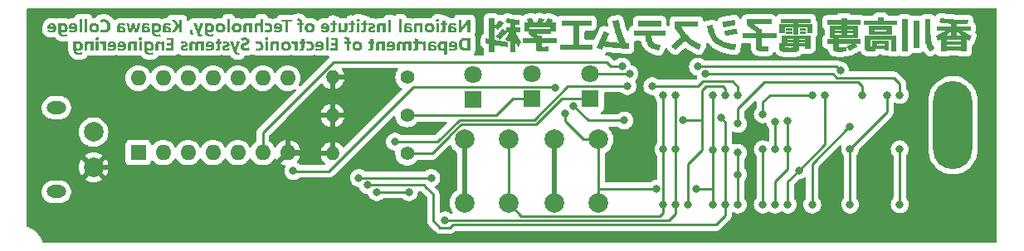
<source format=gbl>
%TF.GenerationSoftware,KiCad,Pcbnew,(6.0.10)*%
%TF.CreationDate,2024-05-12T12:00:46+09:00*%
%TF.ProjectId,simpleLogicCircuit,73696d70-6c65-44c6-9f67-696343697263,rev?*%
%TF.SameCoordinates,Original*%
%TF.FileFunction,Copper,L2,Bot*%
%TF.FilePolarity,Positive*%
%FSLAX46Y46*%
G04 Gerber Fmt 4.6, Leading zero omitted, Abs format (unit mm)*
G04 Created by KiCad (PCBNEW (6.0.10)) date 2024-05-12 12:00:46*
%MOMM*%
%LPD*%
G01*
G04 APERTURE LIST*
%TA.AperFunction,ComponentPad*%
%ADD10R,1.800000X1.800000*%
%TD*%
%TA.AperFunction,ComponentPad*%
%ADD11C,1.800000*%
%TD*%
%TA.AperFunction,ComponentPad*%
%ADD12C,1.400000*%
%TD*%
%TA.AperFunction,ComponentPad*%
%ADD13O,1.400000X1.400000*%
%TD*%
%TA.AperFunction,ComponentPad*%
%ADD14O,2.000000X1.300000*%
%TD*%
%TA.AperFunction,ComponentPad*%
%ADD15C,2.000000*%
%TD*%
%TA.AperFunction,ComponentPad*%
%ADD16R,1.600000X1.600000*%
%TD*%
%TA.AperFunction,ComponentPad*%
%ADD17O,1.600000X1.600000*%
%TD*%
%TA.AperFunction,ComponentPad*%
%ADD18O,4.000000X9.000000*%
%TD*%
%TA.AperFunction,ViaPad*%
%ADD19C,0.800000*%
%TD*%
%TA.AperFunction,Conductor*%
%ADD20C,0.250000*%
%TD*%
%TA.AperFunction,Conductor*%
%ADD21C,0.500000*%
%TD*%
G04 APERTURE END LIST*
%TO.C,G\u002A\u002A\u002A*%
G36*
X59615165Y-32567347D02*
G01*
X59610623Y-32654473D01*
X59597941Y-32730581D01*
X59576532Y-32797518D01*
X59545806Y-32857129D01*
X59505176Y-32911261D01*
X59461136Y-32953887D01*
X59409590Y-32987611D01*
X59351394Y-33010157D01*
X59284854Y-33022169D01*
X59208281Y-33024291D01*
X59189405Y-33023651D01*
X59156827Y-33021951D01*
X59132660Y-33019046D01*
X59112425Y-33013965D01*
X59091645Y-33005736D01*
X59065841Y-32993387D01*
X59043600Y-32981644D01*
X59004675Y-32955330D01*
X58971048Y-32922841D01*
X58933300Y-32880488D01*
X58933429Y-32924909D01*
X58933503Y-32932327D01*
X58940510Y-33005304D01*
X58958714Y-33069324D01*
X58987858Y-33123893D01*
X59027683Y-33168516D01*
X59077933Y-33202697D01*
X59081436Y-33204498D01*
X59099174Y-33212616D01*
X59116933Y-33218122D01*
X59138440Y-33221671D01*
X59167422Y-33223920D01*
X59207609Y-33225526D01*
X59237745Y-33226028D01*
X59314969Y-33222070D01*
X59384854Y-33209719D01*
X59451483Y-33188353D01*
X59465818Y-33183323D01*
X59484005Y-33179068D01*
X59493264Y-33179906D01*
X59493857Y-33180761D01*
X59499731Y-33192187D01*
X59509928Y-33214006D01*
X59523193Y-33243487D01*
X59538270Y-33277897D01*
X59540321Y-33282644D01*
X59555886Y-33319528D01*
X59565754Y-33345260D01*
X59570549Y-33361956D01*
X59570896Y-33371734D01*
X59567418Y-33376708D01*
X59552705Y-33383699D01*
X59526651Y-33393442D01*
X59493634Y-33404390D01*
X59457530Y-33415317D01*
X59422214Y-33425001D01*
X59391562Y-33432218D01*
X59385564Y-33433380D01*
X59354601Y-33437505D01*
X59315108Y-33439990D01*
X59264973Y-33440927D01*
X59202083Y-33440405D01*
X59153743Y-33439264D01*
X59102614Y-33436835D01*
X59060740Y-33432772D01*
X59024936Y-33426481D01*
X58992017Y-33417371D01*
X58958800Y-33404849D01*
X58922100Y-33388323D01*
X58898451Y-33376261D01*
X58830674Y-33330876D01*
X58771844Y-33274196D01*
X58722783Y-33207281D01*
X58684314Y-33131191D01*
X58657259Y-33046985D01*
X58654897Y-33036801D01*
X58652136Y-33023239D01*
X58649807Y-33008624D01*
X58647872Y-32991694D01*
X58646296Y-32971187D01*
X58645040Y-32945841D01*
X58644069Y-32914395D01*
X58643346Y-32875588D01*
X58642834Y-32828156D01*
X58642498Y-32770839D01*
X58642299Y-32702375D01*
X58642202Y-32621502D01*
X58642173Y-32535211D01*
X58933782Y-32535211D01*
X58933949Y-32571416D01*
X58935972Y-32599726D01*
X58940247Y-32624527D01*
X58947168Y-32650201D01*
X58950779Y-32661248D01*
X58974704Y-32711125D01*
X59007424Y-32750677D01*
X59047670Y-32778286D01*
X59080407Y-32789437D01*
X59125529Y-32794462D01*
X59170787Y-32790131D01*
X59210241Y-32776507D01*
X59238202Y-32758153D01*
X59272312Y-32721123D01*
X59296550Y-32673057D01*
X59310839Y-32614119D01*
X59315106Y-32544475D01*
X59312685Y-32496697D01*
X59301453Y-32431353D01*
X59281350Y-32377182D01*
X59252623Y-32334516D01*
X59215520Y-32303688D01*
X59170289Y-32285029D01*
X59117176Y-32278871D01*
X59109131Y-32279020D01*
X59059969Y-32286462D01*
X59018708Y-32305735D01*
X58984001Y-32337704D01*
X58954501Y-32383234D01*
X58947403Y-32398469D01*
X58941882Y-32416027D01*
X58938259Y-32437776D01*
X58935958Y-32467297D01*
X58934402Y-32508171D01*
X58933782Y-32535211D01*
X58642173Y-32535211D01*
X58642170Y-32526958D01*
X58642118Y-32069654D01*
X58933300Y-32069654D01*
X58933300Y-32168817D01*
X58963557Y-32134442D01*
X58968130Y-32129465D01*
X59002261Y-32100366D01*
X59043531Y-32075592D01*
X59065468Y-32065303D01*
X59086443Y-32057551D01*
X59108208Y-32052808D01*
X59135476Y-32050084D01*
X59172963Y-32048389D01*
X59195148Y-32047965D01*
X59233168Y-32048584D01*
X59267039Y-32050667D01*
X59291385Y-32053961D01*
X59297820Y-32055411D01*
X59363579Y-32078276D01*
X59425185Y-32114047D01*
X59480064Y-32160933D01*
X59525639Y-32217138D01*
X59529945Y-32223700D01*
X59563059Y-32282103D01*
X59587394Y-32342644D01*
X59603694Y-32408230D01*
X59612705Y-32481765D01*
X59614539Y-32544475D01*
X59615173Y-32566156D01*
X59615165Y-32567347D01*
G37*
G36*
X65130243Y-34869477D02*
G01*
X64839061Y-34869477D01*
X64839061Y-33936203D01*
X65130243Y-33936203D01*
X65130243Y-34869477D01*
G37*
G36*
X67447636Y-34522121D02*
G01*
X67429044Y-34595716D01*
X67414034Y-34634180D01*
X67375940Y-34701634D01*
X67326245Y-34760417D01*
X67265820Y-34809748D01*
X67195532Y-34848846D01*
X67116251Y-34876930D01*
X67101592Y-34880644D01*
X67078268Y-34885339D01*
X67053527Y-34888339D01*
X67023995Y-34889881D01*
X66986298Y-34890203D01*
X66937062Y-34889542D01*
X66917918Y-34889157D01*
X66875677Y-34887991D01*
X66843685Y-34886270D01*
X66818536Y-34883543D01*
X66796823Y-34879359D01*
X66775139Y-34873267D01*
X66750077Y-34864818D01*
X66681531Y-34835452D01*
X66618551Y-34795433D01*
X66563864Y-34744987D01*
X66551419Y-34730876D01*
X66509801Y-34673505D01*
X66478883Y-34610999D01*
X66457574Y-34540752D01*
X66444787Y-34460160D01*
X66442602Y-34434400D01*
X66442607Y-34421412D01*
X66744773Y-34421412D01*
X66751646Y-34487167D01*
X66766803Y-34544409D01*
X66790386Y-34590058D01*
X66822694Y-34624685D01*
X66864027Y-34648860D01*
X66887279Y-34655178D01*
X66922510Y-34659159D01*
X66961497Y-34659657D01*
X66998496Y-34656631D01*
X67027760Y-34650039D01*
X67035356Y-34647135D01*
X67077911Y-34622026D01*
X67111274Y-34585309D01*
X67135325Y-34537216D01*
X67149940Y-34477979D01*
X67154999Y-34407832D01*
X67151660Y-34347855D01*
X67138512Y-34285826D01*
X67115543Y-34234436D01*
X67082909Y-34194019D01*
X67040768Y-34164911D01*
X67029456Y-34159533D01*
X67005052Y-34150715D01*
X66978875Y-34146399D01*
X66944401Y-34145256D01*
X66890343Y-34150341D01*
X66842600Y-34166758D01*
X66804314Y-34194591D01*
X66775436Y-34233906D01*
X66755919Y-34284770D01*
X66745714Y-34347250D01*
X66744773Y-34421412D01*
X66442607Y-34421412D01*
X66442640Y-34344044D01*
X66454943Y-34259954D01*
X66479113Y-34182955D01*
X66514748Y-34113869D01*
X66561449Y-34053521D01*
X66618817Y-34002734D01*
X66686452Y-33962331D01*
X66713582Y-33950005D01*
X66755648Y-33934476D01*
X66798549Y-33923865D01*
X66845751Y-33917597D01*
X66900722Y-33915097D01*
X66966927Y-33915789D01*
X66989620Y-33916498D01*
X67031981Y-33918392D01*
X67064774Y-33921081D01*
X67091721Y-33925051D01*
X67116545Y-33930788D01*
X67142968Y-33938778D01*
X67199622Y-33961198D01*
X67269854Y-34002233D01*
X67330710Y-34054651D01*
X67381482Y-34117921D01*
X67399298Y-34148121D01*
X67426782Y-34213449D01*
X67445664Y-34286596D01*
X67455639Y-34364478D01*
X67456053Y-34407832D01*
X67456398Y-34444014D01*
X67447636Y-34522121D01*
G37*
G36*
X46158638Y-33002928D02*
G01*
X45867456Y-33002928D01*
X45867456Y-31621682D01*
X46158638Y-31621682D01*
X46158638Y-33002928D01*
G37*
G36*
X83101377Y-35302517D02*
G01*
X83101377Y-34773128D01*
X83065817Y-34808688D01*
X83047996Y-34824621D01*
X83016326Y-34848005D01*
X82985556Y-34866130D01*
X82970564Y-34873154D01*
X82949557Y-34881073D01*
X82927519Y-34886028D01*
X82899818Y-34888939D01*
X82861819Y-34890729D01*
X82840858Y-34891129D01*
X82802024Y-34890454D01*
X82766756Y-34888222D01*
X82740721Y-34884712D01*
X82713862Y-34877917D01*
X82650255Y-34851411D01*
X82592101Y-34812154D01*
X82540478Y-34761321D01*
X82496461Y-34700089D01*
X82461128Y-34629636D01*
X82435554Y-34551139D01*
X82435328Y-34550217D01*
X82425949Y-34498420D01*
X82420325Y-34438139D01*
X82418739Y-34383647D01*
X82724576Y-34383647D01*
X82724633Y-34397854D01*
X82725260Y-34437309D01*
X82726898Y-34466524D01*
X82729986Y-34489115D01*
X82734966Y-34508694D01*
X82742277Y-34528876D01*
X82749302Y-34544869D01*
X82775564Y-34588004D01*
X82808040Y-34623013D01*
X82843793Y-34646495D01*
X82854351Y-34650579D01*
X82889355Y-34658031D01*
X82928672Y-34660052D01*
X82966244Y-34656597D01*
X82996015Y-34647623D01*
X83031722Y-34623113D01*
X83063548Y-34586781D01*
X83086269Y-34543453D01*
X83087791Y-34539083D01*
X83095287Y-34505655D01*
X83100044Y-34462874D01*
X83101991Y-34415313D01*
X83101056Y-34367546D01*
X83097167Y-34324148D01*
X83090251Y-34289691D01*
X83072288Y-34246947D01*
X83041579Y-34203408D01*
X83003053Y-34169665D01*
X82991950Y-34162655D01*
X82976775Y-34155325D01*
X82959777Y-34151204D01*
X82936590Y-34149393D01*
X82902845Y-34148989D01*
X82873679Y-34149218D01*
X82849683Y-34150626D01*
X82832568Y-34154190D01*
X82817988Y-34160882D01*
X82801600Y-34171677D01*
X82775047Y-34195788D01*
X82746826Y-34238345D01*
X82745408Y-34241124D01*
X82736763Y-34258933D01*
X82730886Y-34274554D01*
X82727253Y-34291413D01*
X82725340Y-34312932D01*
X82724623Y-34342535D01*
X82724576Y-34383647D01*
X82418739Y-34383647D01*
X82418457Y-34373961D01*
X82420348Y-34310473D01*
X82425999Y-34252262D01*
X82435412Y-34203914D01*
X82452765Y-34150465D01*
X82485793Y-34081617D01*
X82527562Y-34023549D01*
X82577407Y-33976975D01*
X82634664Y-33942612D01*
X82698666Y-33921171D01*
X82705822Y-33919804D01*
X82737995Y-33916232D01*
X82778525Y-33914502D01*
X82822393Y-33914870D01*
X82833061Y-33915248D01*
X82867418Y-33916971D01*
X82892715Y-33919831D01*
X82913642Y-33924867D01*
X82934885Y-33933120D01*
X82961134Y-33945628D01*
X82974931Y-33952739D01*
X83019792Y-33981759D01*
X83059527Y-34018776D01*
X83101377Y-34063979D01*
X83101377Y-33936203D01*
X83392559Y-33936203D01*
X83392559Y-35302517D01*
X83101377Y-35302517D01*
G37*
G36*
X46782703Y-33917450D02*
G01*
X46817641Y-33924172D01*
X46860789Y-33941616D01*
X46905958Y-33968416D01*
X46947044Y-34000676D01*
X46978684Y-34034714D01*
X47006051Y-34071418D01*
X47008198Y-34003810D01*
X47010344Y-33936203D01*
X47300966Y-33936203D01*
X47300966Y-34869477D01*
X47010723Y-34869477D01*
X47006051Y-34282283D01*
X46983484Y-34238035D01*
X46974602Y-34221864D01*
X46952502Y-34192411D01*
X46923755Y-34168816D01*
X46919385Y-34165895D01*
X46899596Y-34153844D01*
X46882784Y-34147580D01*
X46863001Y-34145617D01*
X46834295Y-34146469D01*
X46831282Y-34146633D01*
X46789278Y-34152662D01*
X46757612Y-34166568D01*
X46732972Y-34190526D01*
X46712045Y-34226709D01*
X46692471Y-34268449D01*
X46690214Y-34568963D01*
X46687956Y-34869477D01*
X46397556Y-34869477D01*
X46397666Y-34531632D01*
X46397715Y-34471117D01*
X46397950Y-34393998D01*
X46398493Y-34329301D01*
X46399477Y-34275534D01*
X46401030Y-34231203D01*
X46403283Y-34194817D01*
X46406365Y-34164883D01*
X46410406Y-34139909D01*
X46415537Y-34118403D01*
X46421888Y-34098872D01*
X46429588Y-34079824D01*
X46438767Y-34059767D01*
X46457948Y-34028069D01*
X46490308Y-33990479D01*
X46528453Y-33957616D01*
X46567657Y-33934089D01*
X46572000Y-33932259D01*
X46604098Y-33923430D01*
X46645670Y-33917357D01*
X46692264Y-33914219D01*
X46739426Y-33914191D01*
X46782703Y-33917450D01*
G37*
G36*
X77688385Y-33002928D02*
G01*
X77389737Y-33002928D01*
X77389737Y-31696344D01*
X77688385Y-31696344D01*
X77688385Y-33002928D01*
G37*
G36*
X76520563Y-33917450D02*
G01*
X76555501Y-33924172D01*
X76598649Y-33941616D01*
X76643818Y-33968416D01*
X76684904Y-34000676D01*
X76716544Y-34034714D01*
X76743911Y-34071418D01*
X76746058Y-34003810D01*
X76748204Y-33936203D01*
X77038826Y-33936203D01*
X77038826Y-34869477D01*
X76748583Y-34869477D01*
X76743911Y-34282283D01*
X76721344Y-34238035D01*
X76712462Y-34221864D01*
X76690362Y-34192411D01*
X76661615Y-34168816D01*
X76657245Y-34165895D01*
X76637456Y-34153844D01*
X76620645Y-34147580D01*
X76600861Y-34145617D01*
X76572156Y-34146469D01*
X76569142Y-34146633D01*
X76527138Y-34152662D01*
X76495472Y-34166568D01*
X76470832Y-34190526D01*
X76449905Y-34226709D01*
X76430331Y-34268449D01*
X76428074Y-34568963D01*
X76425816Y-34869477D01*
X76135416Y-34869477D01*
X76135526Y-34531632D01*
X76135575Y-34471117D01*
X76135810Y-34393998D01*
X76136354Y-34329301D01*
X76137337Y-34275534D01*
X76138890Y-34231203D01*
X76141143Y-34194817D01*
X76144225Y-34164883D01*
X76148266Y-34139909D01*
X76153397Y-34118403D01*
X76159748Y-34098872D01*
X76167448Y-34079824D01*
X76176627Y-34059767D01*
X76195808Y-34028069D01*
X76228168Y-33990479D01*
X76266313Y-33957616D01*
X76305517Y-33934089D01*
X76309860Y-33932259D01*
X76341958Y-33923430D01*
X76383530Y-33917357D01*
X76430124Y-33914219D01*
X76477286Y-33914191D01*
X76520563Y-33917450D01*
G37*
G36*
X49640693Y-34414617D02*
G01*
X49639374Y-34471440D01*
X49635030Y-34523733D01*
X49627656Y-34566614D01*
X49606692Y-34632170D01*
X49571028Y-34701648D01*
X49524227Y-34761430D01*
X49466858Y-34810937D01*
X49399491Y-34849588D01*
X49322696Y-34876804D01*
X49293487Y-34883221D01*
X49258492Y-34887877D01*
X49216220Y-34890509D01*
X49162872Y-34891465D01*
X49135475Y-34891283D01*
X49056197Y-34886534D01*
X48985683Y-34874601D01*
X48920122Y-34854397D01*
X48855700Y-34824838D01*
X48788605Y-34784836D01*
X48784986Y-34782445D01*
X48763183Y-34766935D01*
X48747830Y-34754119D01*
X48742058Y-34746568D01*
X48745675Y-34739230D01*
X48756939Y-34722390D01*
X48774017Y-34698970D01*
X48795034Y-34671623D01*
X48813836Y-34647642D01*
X48833851Y-34621927D01*
X48849239Y-34601948D01*
X48857683Y-34590695D01*
X48861121Y-34586340D01*
X48867298Y-34582763D01*
X48876761Y-34584511D01*
X48892631Y-34592453D01*
X48918033Y-34607456D01*
X48961861Y-34632033D01*
X49011944Y-34653972D01*
X49060541Y-34667291D01*
X49112200Y-34673539D01*
X49130257Y-34674242D01*
X49190132Y-34670125D01*
X49240509Y-34655285D01*
X49282337Y-34629478D01*
X49286214Y-34626096D01*
X49308356Y-34600626D01*
X49327685Y-34569145D01*
X49341383Y-34536924D01*
X49346631Y-34509233D01*
X49346703Y-34488701D01*
X48740157Y-34488701D01*
X48743902Y-34371109D01*
X48744218Y-34361977D01*
X48747750Y-34309513D01*
X49016117Y-34309513D01*
X49352582Y-34309513D01*
X49345712Y-34278934D01*
X49335340Y-34241927D01*
X49317411Y-34203710D01*
X49291257Y-34169247D01*
X49283236Y-34160734D01*
X49250253Y-34134196D01*
X49213841Y-34119756D01*
X49169427Y-34115392D01*
X49166682Y-34115408D01*
X49118756Y-34122001D01*
X49079927Y-34140379D01*
X49050417Y-34170320D01*
X49030448Y-34211603D01*
X49020243Y-34264007D01*
X49016117Y-34309513D01*
X48747750Y-34309513D01*
X48749473Y-34283911D01*
X48759434Y-34217747D01*
X48774884Y-34161198D01*
X48796606Y-34111980D01*
X48825383Y-34067807D01*
X48861998Y-34026395D01*
X48899908Y-33992858D01*
X48955870Y-33957346D01*
X49018617Y-33932745D01*
X49089845Y-33918437D01*
X49171248Y-33913804D01*
X49196301Y-33914153D01*
X49270168Y-33920426D01*
X49334658Y-33935410D01*
X49392577Y-33960215D01*
X49446730Y-33995950D01*
X49499926Y-34043725D01*
X49524075Y-34069506D01*
X49569477Y-34129616D01*
X49603138Y-34194632D01*
X49627264Y-34268449D01*
X49634287Y-34306912D01*
X49634526Y-34309513D01*
X49638996Y-34358147D01*
X49640693Y-34414617D01*
G37*
G36*
X112730061Y-31719324D02*
G01*
X112730463Y-31720298D01*
X112733559Y-31732315D01*
X112739069Y-31756316D01*
X112746569Y-31790274D01*
X112755637Y-31832165D01*
X112765849Y-31879965D01*
X112776781Y-31931647D01*
X112788010Y-31985187D01*
X112799112Y-32038559D01*
X112809664Y-32089739D01*
X112819242Y-32136701D01*
X112827423Y-32177420D01*
X112833783Y-32209871D01*
X112837898Y-32232029D01*
X112839345Y-32241869D01*
X112837066Y-32246075D01*
X112828338Y-32250758D01*
X112811482Y-32255890D01*
X112784835Y-32261889D01*
X112746732Y-32269176D01*
X112695513Y-32278169D01*
X112649128Y-32286256D01*
X112577326Y-32299151D01*
X112495405Y-32314197D01*
X112405920Y-32330904D01*
X112311426Y-32348782D01*
X112214481Y-32367342D01*
X112117639Y-32386094D01*
X112023456Y-32404547D01*
X111934488Y-32422211D01*
X111853290Y-32438597D01*
X111782419Y-32453215D01*
X111732955Y-32463512D01*
X111684918Y-32473402D01*
X111643298Y-32481858D01*
X111610143Y-32488466D01*
X111587501Y-32492815D01*
X111577422Y-32494493D01*
X111574485Y-32492775D01*
X111570165Y-32484765D01*
X111564803Y-32469146D01*
X111558101Y-32444744D01*
X111549764Y-32410381D01*
X111539492Y-32364882D01*
X111526989Y-32307073D01*
X111511956Y-32235777D01*
X111500731Y-32181799D01*
X111489051Y-32124995D01*
X111478721Y-32074073D01*
X111470089Y-32030779D01*
X111463502Y-31996858D01*
X111459308Y-31974055D01*
X111457855Y-31964116D01*
X111457873Y-31963822D01*
X111460424Y-31960322D01*
X111468112Y-31956341D01*
X111482130Y-31951599D01*
X111503671Y-31945813D01*
X111533928Y-31938702D01*
X111574094Y-31929984D01*
X111625361Y-31919379D01*
X111688923Y-31906603D01*
X111765972Y-31891376D01*
X111844855Y-31875945D01*
X111949982Y-31855602D01*
X112052666Y-31835976D01*
X112151890Y-31817248D01*
X112246638Y-31799600D01*
X112335891Y-31783214D01*
X112418633Y-31768271D01*
X112493846Y-31754953D01*
X112560513Y-31743440D01*
X112617618Y-31733916D01*
X112664142Y-31726560D01*
X112699069Y-31721555D01*
X112721381Y-31719083D01*
X112730061Y-31719324D01*
G37*
G36*
X67541824Y-31935262D02*
G01*
X67168514Y-31935262D01*
X67168514Y-33002928D01*
X66869866Y-33002928D01*
X66869866Y-31935262D01*
X66496556Y-31935262D01*
X66496556Y-31696344D01*
X67541824Y-31696344D01*
X67541824Y-31935262D01*
G37*
G36*
X88208255Y-32325072D02*
G01*
X88314369Y-32214162D01*
X88328818Y-32199130D01*
X88368524Y-32158382D01*
X88412266Y-32114163D01*
X88458831Y-32067646D01*
X88507003Y-32020002D01*
X88555569Y-31972400D01*
X88603314Y-31926013D01*
X88649024Y-31882011D01*
X88691485Y-31841565D01*
X88729483Y-31805848D01*
X88761803Y-31776029D01*
X88787232Y-31753280D01*
X88804554Y-31738771D01*
X88812557Y-31733675D01*
X88813851Y-31734406D01*
X88824150Y-31742777D01*
X88843238Y-31759381D01*
X88869586Y-31782814D01*
X88901665Y-31811674D01*
X88937945Y-31844560D01*
X88976899Y-31880067D01*
X89016996Y-31916794D01*
X89056708Y-31953338D01*
X89094505Y-31988296D01*
X89128859Y-32020266D01*
X89158241Y-32047846D01*
X89181121Y-32069633D01*
X89195970Y-32084224D01*
X89201260Y-32090216D01*
X89200033Y-32091983D01*
X89190208Y-32102920D01*
X89171464Y-32122749D01*
X89144897Y-32150341D01*
X89111603Y-32184567D01*
X89072677Y-32224299D01*
X89029216Y-32268408D01*
X88982316Y-32315764D01*
X88978365Y-32319745D01*
X88926033Y-32372709D01*
X88872838Y-32426946D01*
X88820685Y-32480486D01*
X88771481Y-32531360D01*
X88727130Y-32577598D01*
X88689539Y-32617229D01*
X88660614Y-32648284D01*
X88653359Y-32656173D01*
X88622552Y-32689253D01*
X88595310Y-32717853D01*
X88573245Y-32740323D01*
X88557970Y-32755014D01*
X88551097Y-32760277D01*
X88548994Y-32759043D01*
X88537415Y-32749361D01*
X88517165Y-32731101D01*
X88489586Y-32705515D01*
X88456020Y-32673853D01*
X88417809Y-32637368D01*
X88376297Y-32597310D01*
X88208255Y-32434343D01*
X88208255Y-33763804D01*
X88232521Y-33768163D01*
X88243071Y-33770010D01*
X88267317Y-33774223D01*
X88304117Y-33780604D01*
X88352381Y-33788964D01*
X88411021Y-33799115D01*
X88478948Y-33810869D01*
X88555073Y-33824037D01*
X88638307Y-33838430D01*
X88727562Y-33853861D01*
X88821747Y-33870141D01*
X88919776Y-33887081D01*
X88921686Y-33887411D01*
X89019132Y-33904295D01*
X89112344Y-33920533D01*
X89200274Y-33935936D01*
X89281873Y-33950318D01*
X89356094Y-33963490D01*
X89421886Y-33975265D01*
X89478203Y-33985456D01*
X89523996Y-33993874D01*
X89558216Y-34000333D01*
X89579815Y-34004643D01*
X89587745Y-34006619D01*
X89587755Y-34006630D01*
X89588076Y-34014899D01*
X89587084Y-34035884D01*
X89584971Y-34067467D01*
X89581928Y-34107528D01*
X89578147Y-34153950D01*
X89573818Y-34204614D01*
X89569133Y-34257401D01*
X89564284Y-34310193D01*
X89559461Y-34360870D01*
X89554856Y-34407314D01*
X89550660Y-34447406D01*
X89547065Y-34479028D01*
X89544262Y-34500061D01*
X89542441Y-34508386D01*
X89535224Y-34507668D01*
X89514303Y-34504602D01*
X89480732Y-34499346D01*
X89435562Y-34492073D01*
X89379842Y-34482958D01*
X89314622Y-34472173D01*
X89240950Y-34459893D01*
X89159876Y-34446290D01*
X89072449Y-34431539D01*
X88979719Y-34415812D01*
X88882734Y-34399284D01*
X88789508Y-34383374D01*
X88696310Y-34367501D01*
X88608273Y-34352539D01*
X88526457Y-34338667D01*
X88451926Y-34326063D01*
X88385741Y-34314908D01*
X88328964Y-34305379D01*
X88282657Y-34297657D01*
X88247882Y-34291919D01*
X88225701Y-34288345D01*
X88217176Y-34287114D01*
X88215762Y-34288507D01*
X88213810Y-34296853D01*
X88212194Y-34313551D01*
X88210892Y-34339540D01*
X88209880Y-34375761D01*
X88209134Y-34423153D01*
X88208630Y-34482657D01*
X88208345Y-34555212D01*
X88208255Y-34641758D01*
X88208255Y-34996403D01*
X87625892Y-34996403D01*
X87625892Y-34589495D01*
X87625881Y-34544909D01*
X87625811Y-34471043D01*
X87625682Y-34402625D01*
X87625501Y-34341012D01*
X87625274Y-34287557D01*
X87625006Y-34243616D01*
X87624705Y-34210543D01*
X87624376Y-34189693D01*
X87624026Y-34182420D01*
X87612299Y-34180798D01*
X87588613Y-34176813D01*
X87556335Y-34171025D01*
X87518053Y-34163934D01*
X87476354Y-34156038D01*
X87433823Y-34147838D01*
X87393047Y-34139831D01*
X87356614Y-34132517D01*
X87327108Y-34126397D01*
X87307118Y-34121967D01*
X87299229Y-34119729D01*
X87299222Y-34119722D01*
X87298860Y-34111462D01*
X87299820Y-34090479D01*
X87301912Y-34058893D01*
X87304942Y-34018821D01*
X87308720Y-33972385D01*
X87313052Y-33921701D01*
X87317748Y-33868890D01*
X87322616Y-33816070D01*
X87327463Y-33765360D01*
X87332099Y-33718879D01*
X87336330Y-33678746D01*
X87339966Y-33647081D01*
X87342814Y-33626002D01*
X87344683Y-33617628D01*
X87350987Y-33617630D01*
X87369894Y-33619837D01*
X87398963Y-33624060D01*
X87435774Y-33629944D01*
X87477911Y-33637135D01*
X87514292Y-33643463D01*
X87553016Y-33650046D01*
X87584727Y-33655270D01*
X87606862Y-33658713D01*
X87616860Y-33659954D01*
X87617187Y-33659781D01*
X87618476Y-33655168D01*
X87619641Y-33643840D01*
X87620688Y-33625210D01*
X87621621Y-33598690D01*
X87622448Y-33563694D01*
X87623171Y-33519635D01*
X87623796Y-33465926D01*
X87624329Y-33401980D01*
X87624774Y-33327210D01*
X87625137Y-33241029D01*
X87625422Y-33142850D01*
X87625636Y-33032086D01*
X87625782Y-32908151D01*
X87625865Y-32770458D01*
X87625892Y-32618419D01*
X87625892Y-31576885D01*
X88208255Y-31576885D01*
X88208255Y-32325072D01*
G37*
G36*
X110467026Y-32233983D02*
G01*
X110472874Y-32240155D01*
X110478870Y-32255589D01*
X110485610Y-32282134D01*
X110493689Y-32321638D01*
X110528888Y-32486376D01*
X110578076Y-32672682D01*
X110635107Y-32848515D01*
X110699751Y-33013303D01*
X110771780Y-33166469D01*
X110850965Y-33307439D01*
X110937078Y-33435639D01*
X110943265Y-33443890D01*
X110977786Y-33486269D01*
X111020032Y-33533631D01*
X111067198Y-33583175D01*
X111116477Y-33632097D01*
X111165064Y-33677596D01*
X111210153Y-33716868D01*
X111248937Y-33747111D01*
X111292470Y-33777119D01*
X111419176Y-33853706D01*
X111559101Y-33923757D01*
X111712060Y-33987197D01*
X111877870Y-34043956D01*
X112056343Y-34093961D01*
X112247296Y-34137139D01*
X112278406Y-34143216D01*
X112355580Y-34157048D01*
X112440650Y-34170895D01*
X112529122Y-34184100D01*
X112616502Y-34196009D01*
X112698298Y-34205968D01*
X112770015Y-34213320D01*
X112780600Y-34214271D01*
X112819163Y-34217907D01*
X112845518Y-34220976D01*
X112861849Y-34224007D01*
X112870340Y-34227530D01*
X112873174Y-34232073D01*
X112872536Y-34238165D01*
X112871175Y-34245313D01*
X112867537Y-34266263D01*
X112862061Y-34298730D01*
X112855049Y-34340894D01*
X112846804Y-34390935D01*
X112837628Y-34447032D01*
X112827823Y-34507367D01*
X112820327Y-34553549D01*
X112810910Y-34611317D01*
X112802327Y-34663681D01*
X112794888Y-34708774D01*
X112788899Y-34744728D01*
X112784671Y-34769676D01*
X112782511Y-34781750D01*
X112777226Y-34795842D01*
X112769582Y-34802216D01*
X112761593Y-34801586D01*
X112740755Y-34799528D01*
X112709881Y-34796300D01*
X112671532Y-34792171D01*
X112628269Y-34787409D01*
X112545128Y-34777650D01*
X112308240Y-34743773D01*
X112084060Y-34702284D01*
X111872451Y-34653121D01*
X111673274Y-34596224D01*
X111486390Y-34531532D01*
X111311661Y-34458984D01*
X111148947Y-34378519D01*
X110998112Y-34290076D01*
X110859015Y-34193593D01*
X110731519Y-34089010D01*
X110615485Y-33976266D01*
X110510774Y-33855300D01*
X110433845Y-33752353D01*
X110333464Y-33597795D01*
X110241795Y-33431271D01*
X110158816Y-33252731D01*
X110084507Y-33062129D01*
X110018846Y-32859418D01*
X109961812Y-32644551D01*
X109953240Y-32607765D01*
X109942968Y-32561766D01*
X109932772Y-32514347D01*
X109923108Y-32467794D01*
X109914429Y-32424389D01*
X109907193Y-32386418D01*
X109901854Y-32356165D01*
X109898867Y-32335914D01*
X109898690Y-32327951D01*
X109905179Y-32326455D01*
X109924648Y-32322817D01*
X109955125Y-32317414D01*
X109994649Y-32310570D01*
X110041258Y-32302614D01*
X110092989Y-32293871D01*
X110147880Y-32284668D01*
X110203969Y-32275331D01*
X110259294Y-32266187D01*
X110311892Y-32257563D01*
X110359802Y-32249785D01*
X110401062Y-32243180D01*
X110433709Y-32238073D01*
X110455781Y-32234792D01*
X110465316Y-32233663D01*
X110467026Y-32233983D01*
G37*
G36*
X53082415Y-32767559D02*
G01*
X53073720Y-32825843D01*
X53054363Y-32879814D01*
X53024127Y-32926632D01*
X53022298Y-32928760D01*
X52987828Y-32960688D01*
X52944544Y-32989472D01*
X52898158Y-33011276D01*
X52890803Y-33013870D01*
X52869723Y-33019541D01*
X52845866Y-33022757D01*
X52815199Y-33023913D01*
X52773688Y-33023402D01*
X52763674Y-33023100D01*
X52709646Y-33018921D01*
X52665734Y-33009630D01*
X52628119Y-32993683D01*
X52592978Y-32969536D01*
X52556493Y-32935646D01*
X52512371Y-32890555D01*
X52512371Y-33002928D01*
X52227559Y-33002928D01*
X52230484Y-32672549D01*
X52230935Y-32624019D01*
X52512444Y-32624019D01*
X52513305Y-32645521D01*
X52523686Y-32698748D01*
X52545206Y-32743907D01*
X52577080Y-32779662D01*
X52618524Y-32804678D01*
X52621359Y-32805814D01*
X52655406Y-32814171D01*
X52693235Y-32816125D01*
X52729026Y-32811816D01*
X52756957Y-32801381D01*
X52771999Y-32790587D01*
X52796101Y-32762040D01*
X52808266Y-32729031D01*
X52808711Y-32694353D01*
X52797654Y-32660801D01*
X52775312Y-32631168D01*
X52741904Y-32608248D01*
X52741229Y-32607934D01*
X52722741Y-32601897D01*
X52693517Y-32594934D01*
X52657433Y-32587721D01*
X52618364Y-32580934D01*
X52580187Y-32575248D01*
X52546778Y-32571342D01*
X52522014Y-32569889D01*
X52521079Y-32569983D01*
X52516029Y-32576246D01*
X52513260Y-32593639D01*
X52512444Y-32624019D01*
X52230935Y-32624019D01*
X52230968Y-32620475D01*
X52231771Y-32547823D01*
X52232655Y-32487750D01*
X52233679Y-32438801D01*
X52234906Y-32399524D01*
X52236395Y-32368466D01*
X52238209Y-32344175D01*
X52240407Y-32325198D01*
X52243051Y-32310081D01*
X52246200Y-32297373D01*
X52253352Y-32274426D01*
X52282033Y-32209074D01*
X52320067Y-32155222D01*
X52367976Y-32112369D01*
X52426282Y-32080013D01*
X52495505Y-32057652D01*
X52506400Y-32055447D01*
X52546411Y-32050685D01*
X52595807Y-32048273D01*
X52650617Y-32048098D01*
X52706873Y-32050047D01*
X52760604Y-32054009D01*
X52807842Y-32059871D01*
X52844616Y-32067521D01*
X52863688Y-32073232D01*
X52902318Y-32086410D01*
X52941464Y-32101476D01*
X52977419Y-32116889D01*
X53006480Y-32131106D01*
X53024940Y-32142586D01*
X53041007Y-32155515D01*
X52993108Y-32237643D01*
X52990808Y-32241578D01*
X52972394Y-32272299D01*
X52956437Y-32297642D01*
X52944578Y-32315072D01*
X52938458Y-32322055D01*
X52938355Y-32322086D01*
X52928459Y-32319919D01*
X52909503Y-32312364D01*
X52885500Y-32301015D01*
X52832738Y-32278516D01*
X52775692Y-32261756D01*
X52718724Y-32251730D01*
X52664940Y-32248796D01*
X52617444Y-32253314D01*
X52579342Y-32265641D01*
X52572587Y-32269264D01*
X52539982Y-32294941D01*
X52519486Y-32327236D01*
X52512371Y-32364274D01*
X52512371Y-32395370D01*
X52643567Y-32412325D01*
X52691787Y-32418954D01*
X52765667Y-32431264D01*
X52827583Y-32444976D01*
X52879423Y-32460706D01*
X52923073Y-32479066D01*
X52960420Y-32500670D01*
X52993351Y-32526132D01*
X53014939Y-32548056D01*
X53046710Y-32595210D01*
X53068692Y-32649404D01*
X53077909Y-32694353D01*
X53080666Y-32707800D01*
X53082415Y-32767559D01*
G37*
G36*
X65000024Y-33496418D02*
G01*
X65047320Y-33503482D01*
X65085333Y-33519409D01*
X65116702Y-33545153D01*
X65124670Y-33554262D01*
X65141252Y-33580916D01*
X65150054Y-33612351D01*
X65152641Y-33653271D01*
X65148132Y-33695820D01*
X65131465Y-33738613D01*
X65102937Y-33772706D01*
X65062993Y-33797384D01*
X65047169Y-33802252D01*
X65016365Y-33807078D01*
X64980226Y-33808985D01*
X64944117Y-33807097D01*
X64900280Y-33796376D01*
X64864779Y-33775270D01*
X64835328Y-33742732D01*
X64832272Y-33738341D01*
X64821895Y-33721250D01*
X64816063Y-33704673D01*
X64813500Y-33683466D01*
X64812929Y-33652487D01*
X64812949Y-33644486D01*
X64813853Y-33616127D01*
X64817033Y-33596395D01*
X64823766Y-33580148D01*
X64835328Y-33562243D01*
X64854863Y-33538776D01*
X64888240Y-33514130D01*
X64929269Y-33500173D01*
X64980226Y-33495861D01*
X65000024Y-33496418D01*
G37*
G36*
X112907096Y-32624667D02*
G01*
X112916769Y-32635218D01*
X112918039Y-32640083D01*
X112922438Y-32659231D01*
X112928987Y-32689287D01*
X112937252Y-32728124D01*
X112946797Y-32773615D01*
X112957187Y-32823633D01*
X112967985Y-32876053D01*
X112978757Y-32928747D01*
X112989066Y-32979588D01*
X112998477Y-33026451D01*
X113006555Y-33067207D01*
X113012864Y-33099732D01*
X113016968Y-33121898D01*
X113018432Y-33131578D01*
X113018397Y-33133552D01*
X113017156Y-33139051D01*
X113012454Y-33143435D01*
X113002034Y-33147401D01*
X112983639Y-33151642D01*
X112955013Y-33156853D01*
X112913899Y-33163726D01*
X112874727Y-33170321D01*
X112808194Y-33181941D01*
X112732379Y-33195577D01*
X112649282Y-33210841D01*
X112560901Y-33227348D01*
X112469235Y-33244710D01*
X112376281Y-33262542D01*
X112284039Y-33280457D01*
X112194506Y-33298067D01*
X112109681Y-33314988D01*
X112031563Y-33330832D01*
X111962150Y-33345213D01*
X111903440Y-33357745D01*
X111857432Y-33368040D01*
X111849556Y-33369853D01*
X111821156Y-33376148D01*
X111798688Y-33380762D01*
X111786448Y-33382803D01*
X111783869Y-33381567D01*
X111779564Y-33374333D01*
X111774219Y-33359599D01*
X111767522Y-33336172D01*
X111759164Y-33302862D01*
X111748835Y-33258477D01*
X111736223Y-33201827D01*
X111721018Y-33131720D01*
X111710842Y-33084169D01*
X111698918Y-33027845D01*
X111688354Y-32977273D01*
X111679512Y-32934219D01*
X111672755Y-32900453D01*
X111668445Y-32877743D01*
X111666944Y-32867856D01*
X111667392Y-32866052D01*
X111672698Y-32861397D01*
X111685182Y-32856106D01*
X111706344Y-32849760D01*
X111737684Y-32841937D01*
X111780703Y-32832217D01*
X111836900Y-32820178D01*
X111858225Y-32815707D01*
X111924235Y-32802099D01*
X111996649Y-32787469D01*
X112074063Y-32772080D01*
X112155076Y-32756192D01*
X112238282Y-32740070D01*
X112322280Y-32723974D01*
X112405664Y-32708167D01*
X112487034Y-32692910D01*
X112564983Y-32678467D01*
X112638111Y-32665100D01*
X112705012Y-32653069D01*
X112764284Y-32642638D01*
X112814523Y-32634069D01*
X112854327Y-32627623D01*
X112882291Y-32623564D01*
X112897012Y-32622152D01*
X112907096Y-32624667D01*
G37*
G36*
X48075186Y-33915306D02*
G01*
X48106417Y-33919400D01*
X48132073Y-33925691D01*
X48164186Y-33941108D01*
X48202565Y-33970269D01*
X48236975Y-34007639D01*
X48263675Y-34049693D01*
X48286504Y-34095378D01*
X48286504Y-33936203D01*
X48577685Y-33936203D01*
X48577685Y-34869477D01*
X48286504Y-34869477D01*
X48286447Y-34636159D01*
X48286412Y-34615165D01*
X48285986Y-34555677D01*
X48285130Y-34499586D01*
X48283908Y-34449201D01*
X48282384Y-34406827D01*
X48280621Y-34374771D01*
X48278683Y-34355341D01*
X48263862Y-34298805D01*
X48238796Y-34249457D01*
X48204731Y-34210755D01*
X48193467Y-34201689D01*
X48166594Y-34185267D01*
X48136100Y-34174802D01*
X48098309Y-34169272D01*
X48049546Y-34167655D01*
X47982310Y-34167655D01*
X47969136Y-34052491D01*
X47966739Y-34030623D01*
X47963059Y-33992178D01*
X47960658Y-33959941D01*
X47959731Y-33936780D01*
X47960475Y-33925566D01*
X47965886Y-33920941D01*
X47983732Y-33916225D01*
X48010277Y-33913716D01*
X48041951Y-33913411D01*
X48075186Y-33915306D01*
G37*
G36*
X127928420Y-31778472D02*
G01*
X129324599Y-31778472D01*
X129324599Y-32256309D01*
X125920013Y-32256309D01*
X125920013Y-31778472D01*
X127316192Y-31778472D01*
X127316192Y-31502223D01*
X127928420Y-31502223D01*
X127928420Y-31778472D01*
G37*
G36*
X82441059Y-31629869D02*
G01*
X82488355Y-31636933D01*
X82526368Y-31652860D01*
X82557736Y-31678604D01*
X82565704Y-31687713D01*
X82582287Y-31714367D01*
X82591089Y-31745802D01*
X82593676Y-31786722D01*
X82589166Y-31829271D01*
X82572500Y-31872064D01*
X82543972Y-31906157D01*
X82504028Y-31930835D01*
X82488203Y-31935703D01*
X82457399Y-31940529D01*
X82421261Y-31942436D01*
X82385151Y-31940547D01*
X82341315Y-31929827D01*
X82305814Y-31908721D01*
X82276362Y-31876183D01*
X82273307Y-31871792D01*
X82262930Y-31854701D01*
X82257098Y-31838124D01*
X82254535Y-31816917D01*
X82253964Y-31785938D01*
X82253984Y-31777937D01*
X82254888Y-31749577D01*
X82258067Y-31729846D01*
X82264800Y-31713599D01*
X82276362Y-31695694D01*
X82295898Y-31672227D01*
X82329275Y-31647581D01*
X82370303Y-31633624D01*
X82421261Y-31629312D01*
X82441059Y-31629869D01*
G37*
G36*
X82305108Y-34634108D02*
G01*
X82296413Y-34692392D01*
X82277056Y-34746363D01*
X82246819Y-34793182D01*
X82244991Y-34795309D01*
X82210520Y-34827237D01*
X82167236Y-34856021D01*
X82120850Y-34877825D01*
X82113495Y-34880420D01*
X82092416Y-34886090D01*
X82068559Y-34889306D01*
X82037892Y-34890462D01*
X81996380Y-34889951D01*
X81986367Y-34889649D01*
X81932338Y-34885470D01*
X81888427Y-34876179D01*
X81850811Y-34860232D01*
X81815671Y-34836085D01*
X81779185Y-34802195D01*
X81735063Y-34757104D01*
X81735063Y-34869477D01*
X81450252Y-34869477D01*
X81453176Y-34539098D01*
X81453628Y-34490568D01*
X81735136Y-34490568D01*
X81735997Y-34512070D01*
X81746379Y-34565297D01*
X81767898Y-34610456D01*
X81799772Y-34646211D01*
X81841217Y-34671227D01*
X81844052Y-34672363D01*
X81878099Y-34680720D01*
X81915928Y-34682674D01*
X81951718Y-34678365D01*
X81979649Y-34667930D01*
X81994692Y-34657136D01*
X82018794Y-34628589D01*
X82030959Y-34595580D01*
X82031403Y-34560902D01*
X82020346Y-34527350D01*
X81998005Y-34497717D01*
X81964597Y-34474797D01*
X81963922Y-34474483D01*
X81945434Y-34468446D01*
X81916209Y-34461483D01*
X81880125Y-34454270D01*
X81841056Y-34447483D01*
X81802880Y-34441798D01*
X81769471Y-34437891D01*
X81744706Y-34436438D01*
X81743771Y-34436532D01*
X81738722Y-34442795D01*
X81735953Y-34460188D01*
X81735136Y-34490568D01*
X81453628Y-34490568D01*
X81453661Y-34487024D01*
X81454464Y-34414372D01*
X81455347Y-34354299D01*
X81456372Y-34305350D01*
X81457598Y-34266073D01*
X81459088Y-34235015D01*
X81460901Y-34210724D01*
X81463099Y-34191747D01*
X81465743Y-34176630D01*
X81468893Y-34163922D01*
X81476045Y-34140975D01*
X81504726Y-34075623D01*
X81542760Y-34021771D01*
X81590669Y-33978918D01*
X81648974Y-33946562D01*
X81718198Y-33924201D01*
X81729093Y-33921996D01*
X81769104Y-33917234D01*
X81818499Y-33914822D01*
X81873310Y-33914647D01*
X81929565Y-33916596D01*
X81983297Y-33920558D01*
X82030534Y-33926420D01*
X82067309Y-33934070D01*
X82086380Y-33939781D01*
X82125011Y-33952959D01*
X82164156Y-33968025D01*
X82200112Y-33983438D01*
X82229172Y-33997656D01*
X82247632Y-34009135D01*
X82263699Y-34022064D01*
X82215801Y-34104192D01*
X82213500Y-34108127D01*
X82195086Y-34138848D01*
X82179130Y-34164191D01*
X82167271Y-34181621D01*
X82161151Y-34188604D01*
X82161048Y-34188635D01*
X82151151Y-34186468D01*
X82132196Y-34178913D01*
X82108192Y-34167564D01*
X82055430Y-34145065D01*
X81998385Y-34128305D01*
X81941417Y-34118279D01*
X81887632Y-34115345D01*
X81840136Y-34119863D01*
X81802035Y-34132191D01*
X81795279Y-34135813D01*
X81762675Y-34161490D01*
X81742178Y-34193785D01*
X81735063Y-34230823D01*
X81735063Y-34261919D01*
X81866260Y-34278874D01*
X81914480Y-34285503D01*
X81988359Y-34297813D01*
X82050276Y-34311525D01*
X82102116Y-34327255D01*
X82145766Y-34345615D01*
X82183113Y-34367219D01*
X82216043Y-34392682D01*
X82237632Y-34414605D01*
X82269403Y-34461759D01*
X82291385Y-34515953D01*
X82300602Y-34560902D01*
X82303359Y-34574349D01*
X82305108Y-34634108D01*
G37*
G36*
X85455096Y-34869379D02*
G01*
X85442049Y-34869373D01*
X85368502Y-34869249D01*
X85307867Y-34868926D01*
X85258401Y-34868336D01*
X85218362Y-34867409D01*
X85186007Y-34866079D01*
X85159595Y-34864275D01*
X85137382Y-34861930D01*
X85117626Y-34858974D01*
X85098585Y-34855340D01*
X85022531Y-34835586D01*
X84930813Y-34799543D01*
X84848525Y-34752440D01*
X84776203Y-34694799D01*
X84714383Y-34627139D01*
X84663601Y-34549980D01*
X84624394Y-34463841D01*
X84597297Y-34369242D01*
X84596540Y-34365559D01*
X84589209Y-34315206D01*
X84584847Y-34255516D01*
X84584083Y-34220244D01*
X84900838Y-34220244D01*
X84907722Y-34294454D01*
X84924008Y-34365440D01*
X84949640Y-34429720D01*
X84965627Y-34457331D01*
X85007079Y-34508806D01*
X85058654Y-34553190D01*
X85117446Y-34588196D01*
X85180550Y-34611538D01*
X85185794Y-34612768D01*
X85212741Y-34617264D01*
X85249325Y-34621568D01*
X85291412Y-34625243D01*
X85334866Y-34627851D01*
X85445763Y-34632855D01*
X85445763Y-33799546D01*
X85335636Y-33804717D01*
X85319876Y-33805507D01*
X85256037Y-33810129D01*
X85203619Y-33816827D01*
X85159790Y-33826174D01*
X85121721Y-33838743D01*
X85086582Y-33855106D01*
X85085407Y-33855737D01*
X85044784Y-33883147D01*
X85004355Y-33919772D01*
X84968753Y-33960894D01*
X84942609Y-34001792D01*
X84937173Y-34013113D01*
X84915506Y-34076090D01*
X84903413Y-34146295D01*
X84900838Y-34220244D01*
X84584083Y-34220244D01*
X84583455Y-34191283D01*
X84585037Y-34127299D01*
X84589595Y-34068360D01*
X84597130Y-34019259D01*
X84614425Y-33952071D01*
X84646850Y-33868040D01*
X84689323Y-33794863D01*
X84742255Y-33732076D01*
X84806058Y-33679214D01*
X84881144Y-33635813D01*
X84967926Y-33601407D01*
X84973416Y-33599642D01*
X85002835Y-33590782D01*
X85031625Y-33583446D01*
X85061514Y-33577493D01*
X85094231Y-33572785D01*
X85131505Y-33569183D01*
X85175066Y-33566548D01*
X85226640Y-33564740D01*
X85287959Y-33563621D01*
X85360749Y-33563052D01*
X85446741Y-33562893D01*
X85744411Y-33562893D01*
X85744411Y-34869477D01*
X85455096Y-34869379D01*
G37*
G36*
X84455567Y-34414617D02*
G01*
X84454247Y-34471440D01*
X84449904Y-34523733D01*
X84442530Y-34566614D01*
X84421566Y-34632170D01*
X84385902Y-34701648D01*
X84339100Y-34761430D01*
X84281731Y-34810937D01*
X84214364Y-34849588D01*
X84137569Y-34876804D01*
X84108361Y-34883221D01*
X84073366Y-34887877D01*
X84031094Y-34890509D01*
X83977746Y-34891465D01*
X83950349Y-34891283D01*
X83871070Y-34886534D01*
X83800557Y-34874601D01*
X83734995Y-34854397D01*
X83670574Y-34824838D01*
X83603479Y-34784836D01*
X83599860Y-34782445D01*
X83578056Y-34766935D01*
X83562704Y-34754119D01*
X83556932Y-34746568D01*
X83560548Y-34739230D01*
X83571812Y-34722390D01*
X83588890Y-34698970D01*
X83609907Y-34671623D01*
X83628710Y-34647642D01*
X83648725Y-34621927D01*
X83664112Y-34601948D01*
X83672557Y-34590695D01*
X83675994Y-34586340D01*
X83682172Y-34582763D01*
X83691634Y-34584511D01*
X83707505Y-34592453D01*
X83732906Y-34607456D01*
X83776734Y-34632033D01*
X83826818Y-34653972D01*
X83875414Y-34667291D01*
X83927074Y-34673539D01*
X83945131Y-34674242D01*
X84005006Y-34670125D01*
X84055383Y-34655285D01*
X84097211Y-34629478D01*
X84101087Y-34626096D01*
X84123230Y-34600626D01*
X84142559Y-34569145D01*
X84156256Y-34536924D01*
X84161504Y-34509233D01*
X84161577Y-34488701D01*
X83555031Y-34488701D01*
X83558776Y-34371109D01*
X83559091Y-34361977D01*
X83562623Y-34309513D01*
X83830990Y-34309513D01*
X84167456Y-34309513D01*
X84160586Y-34278934D01*
X84150214Y-34241927D01*
X84132285Y-34203710D01*
X84106131Y-34169247D01*
X84098110Y-34160734D01*
X84065127Y-34134196D01*
X84028715Y-34119756D01*
X83984301Y-34115392D01*
X83981555Y-34115408D01*
X83933630Y-34122001D01*
X83894801Y-34140379D01*
X83865291Y-34170320D01*
X83845322Y-34211603D01*
X83835117Y-34264007D01*
X83830990Y-34309513D01*
X83562623Y-34309513D01*
X83564346Y-34283911D01*
X83574307Y-34217747D01*
X83589758Y-34161198D01*
X83611480Y-34111980D01*
X83640257Y-34067807D01*
X83676872Y-34026395D01*
X83714782Y-33992858D01*
X83770743Y-33957346D01*
X83833491Y-33932745D01*
X83904718Y-33918437D01*
X83986121Y-33913804D01*
X84011174Y-33914153D01*
X84085042Y-33920426D01*
X84149532Y-33935410D01*
X84207450Y-33960215D01*
X84261604Y-33995950D01*
X84314799Y-34043725D01*
X84338949Y-34069506D01*
X84384351Y-34129616D01*
X84418011Y-34194632D01*
X84442138Y-34268449D01*
X84449161Y-34306912D01*
X84449400Y-34309513D01*
X84453869Y-34358147D01*
X84455567Y-34414617D01*
G37*
G36*
X62788571Y-33541738D02*
G01*
X62840930Y-33544926D01*
X62882917Y-33550895D01*
X62951965Y-33570858D01*
X63020704Y-33603139D01*
X63081491Y-33645139D01*
X63132997Y-33695540D01*
X63173891Y-33753020D01*
X63202842Y-33816260D01*
X63218522Y-33883939D01*
X63219435Y-33891860D01*
X63221462Y-33965479D01*
X63211942Y-34035221D01*
X63191491Y-34099093D01*
X63160729Y-34155098D01*
X63120272Y-34201241D01*
X63084562Y-34228476D01*
X63033216Y-34258548D01*
X62972209Y-34287220D01*
X62904293Y-34313211D01*
X62832224Y-34335239D01*
X62778080Y-34350224D01*
X62734050Y-34363865D01*
X62700608Y-34376547D01*
X62675694Y-34389335D01*
X62657253Y-34403292D01*
X62643226Y-34419481D01*
X62631557Y-34438965D01*
X62630542Y-34441033D01*
X62623109Y-34468291D01*
X62620958Y-34502105D01*
X62624048Y-34535740D01*
X62632335Y-34562464D01*
X62643616Y-34581459D01*
X62667277Y-34607834D01*
X62697751Y-34626561D01*
X62736861Y-34638327D01*
X62786428Y-34643816D01*
X62848277Y-34643716D01*
X62869092Y-34642683D01*
X62930208Y-34636077D01*
X62985078Y-34623324D01*
X63039216Y-34602866D01*
X63098134Y-34573148D01*
X63101119Y-34571507D01*
X63123831Y-34559532D01*
X63140367Y-34551693D01*
X63147329Y-34549617D01*
X63152445Y-34557596D01*
X63163255Y-34576788D01*
X63177633Y-34603651D01*
X63194261Y-34635575D01*
X63211820Y-34669953D01*
X63228993Y-34704174D01*
X63244460Y-34735630D01*
X63256903Y-34761712D01*
X63265005Y-34779811D01*
X63267446Y-34787318D01*
X63267422Y-34787356D01*
X63258279Y-34793643D01*
X63238288Y-34803437D01*
X63210702Y-34815426D01*
X63178770Y-34828299D01*
X63145746Y-34840745D01*
X63114881Y-34851452D01*
X63089427Y-34859110D01*
X63064476Y-34865307D01*
X63026626Y-34873922D01*
X62991177Y-34881259D01*
X62982577Y-34882726D01*
X62946082Y-34886580D01*
X62900389Y-34888856D01*
X62848942Y-34889627D01*
X62795181Y-34888965D01*
X62742548Y-34886946D01*
X62694485Y-34883642D01*
X62654433Y-34879125D01*
X62625834Y-34873471D01*
X62607278Y-34867811D01*
X62532569Y-34836703D01*
X62467222Y-34795366D01*
X62412230Y-34744679D01*
X62368587Y-34685517D01*
X62337284Y-34618757D01*
X62329966Y-34594812D01*
X62318943Y-34532532D01*
X62316362Y-34465387D01*
X62321968Y-34397831D01*
X62335506Y-34334321D01*
X62356720Y-34279313D01*
X62377811Y-34243262D01*
X62409920Y-34203443D01*
X62449849Y-34168424D01*
X62499018Y-34137335D01*
X62558849Y-34109305D01*
X62630763Y-34083462D01*
X62716181Y-34058934D01*
X62724546Y-34056736D01*
X62785027Y-34039464D01*
X62832279Y-34022738D01*
X62867735Y-34005519D01*
X62892826Y-33986769D01*
X62908983Y-33965450D01*
X62917637Y-33940524D01*
X62920221Y-33910952D01*
X62920118Y-33905041D01*
X62912567Y-33866135D01*
X62892471Y-33834651D01*
X62859021Y-33809247D01*
X62840249Y-33800149D01*
X62819507Y-33794105D01*
X62792719Y-33790418D01*
X62755447Y-33788184D01*
X62677240Y-33791272D01*
X62600322Y-33808078D01*
X62524386Y-33839220D01*
X62501982Y-33850234D01*
X62484168Y-33858415D01*
X62475704Y-33861541D01*
X62475494Y-33861490D01*
X62470096Y-33854034D01*
X62460075Y-33835803D01*
X62446684Y-33809470D01*
X62431176Y-33777710D01*
X62414805Y-33743196D01*
X62398823Y-33708601D01*
X62384484Y-33676599D01*
X62373040Y-33649864D01*
X62365745Y-33631070D01*
X62363852Y-33622889D01*
X62370999Y-33617555D01*
X62390161Y-33608242D01*
X62417955Y-33596860D01*
X62451283Y-33584598D01*
X62487050Y-33572642D01*
X62522158Y-33562181D01*
X62560307Y-33554136D01*
X62611707Y-33547529D01*
X62669715Y-33543173D01*
X62730084Y-33541198D01*
X62788571Y-33541738D01*
G37*
G36*
X61232888Y-33002928D02*
G01*
X60941706Y-33002928D01*
X60941706Y-31621682D01*
X61232888Y-31621682D01*
X61232888Y-33002928D01*
G37*
G36*
X53463019Y-34433896D02*
G01*
X53458477Y-34521022D01*
X53445796Y-34597130D01*
X53424386Y-34664067D01*
X53393660Y-34723678D01*
X53353030Y-34777810D01*
X53308990Y-34820436D01*
X53257444Y-34854160D01*
X53199248Y-34876706D01*
X53132709Y-34888718D01*
X53056135Y-34890840D01*
X53037259Y-34890200D01*
X53004681Y-34888500D01*
X52980514Y-34885595D01*
X52960279Y-34880514D01*
X52939499Y-34872285D01*
X52913696Y-34859937D01*
X52891454Y-34848193D01*
X52852529Y-34821879D01*
X52818902Y-34789391D01*
X52781154Y-34747038D01*
X52781283Y-34791459D01*
X52781357Y-34798876D01*
X52788364Y-34871853D01*
X52806568Y-34935873D01*
X52835712Y-34990442D01*
X52875537Y-35035065D01*
X52925787Y-35069246D01*
X52929290Y-35071047D01*
X52947029Y-35079165D01*
X52964787Y-35084671D01*
X52986294Y-35088220D01*
X53015276Y-35090469D01*
X53055463Y-35092075D01*
X53085599Y-35092577D01*
X53162823Y-35088619D01*
X53232708Y-35076268D01*
X53299337Y-35054902D01*
X53313672Y-35049872D01*
X53331859Y-35045617D01*
X53341118Y-35046456D01*
X53341712Y-35047310D01*
X53347586Y-35058736D01*
X53357782Y-35080555D01*
X53371047Y-35110036D01*
X53386125Y-35144446D01*
X53388176Y-35149193D01*
X53403741Y-35186077D01*
X53413609Y-35211809D01*
X53418404Y-35228505D01*
X53418750Y-35238283D01*
X53415273Y-35243257D01*
X53400559Y-35250248D01*
X53374505Y-35259992D01*
X53341488Y-35270939D01*
X53305384Y-35281866D01*
X53270068Y-35291550D01*
X53239416Y-35298767D01*
X53233418Y-35299929D01*
X53202455Y-35304054D01*
X53162962Y-35306540D01*
X53112828Y-35307476D01*
X53049937Y-35306954D01*
X53001597Y-35305814D01*
X52950469Y-35303384D01*
X52908594Y-35299321D01*
X52872790Y-35293030D01*
X52839871Y-35283920D01*
X52806654Y-35271398D01*
X52769954Y-35254872D01*
X52746305Y-35242810D01*
X52678528Y-35197425D01*
X52619698Y-35140745D01*
X52570637Y-35073830D01*
X52532168Y-34997740D01*
X52505113Y-34913534D01*
X52502751Y-34903350D01*
X52499991Y-34889789D01*
X52497661Y-34875173D01*
X52495727Y-34858243D01*
X52494150Y-34837736D01*
X52492894Y-34812390D01*
X52491923Y-34780945D01*
X52491200Y-34742137D01*
X52490689Y-34694705D01*
X52490352Y-34637388D01*
X52490153Y-34568924D01*
X52490056Y-34488051D01*
X52490027Y-34401760D01*
X52781637Y-34401760D01*
X52781803Y-34437965D01*
X52783826Y-34466276D01*
X52788102Y-34491076D01*
X52795022Y-34516750D01*
X52798633Y-34527797D01*
X52822558Y-34577675D01*
X52855278Y-34617226D01*
X52895524Y-34644835D01*
X52928262Y-34655986D01*
X52973384Y-34661012D01*
X53018641Y-34656680D01*
X53058095Y-34643056D01*
X53086056Y-34624702D01*
X53120167Y-34587672D01*
X53144404Y-34539606D01*
X53158693Y-34480668D01*
X53162960Y-34411024D01*
X53160539Y-34363246D01*
X53149307Y-34297902D01*
X53129204Y-34243731D01*
X53100477Y-34201065D01*
X53063374Y-34170237D01*
X53018143Y-34151578D01*
X52965030Y-34145420D01*
X52956985Y-34145569D01*
X52907823Y-34153011D01*
X52866562Y-34172284D01*
X52831855Y-34204253D01*
X52802355Y-34249783D01*
X52795257Y-34265019D01*
X52789737Y-34282576D01*
X52786114Y-34304325D01*
X52783812Y-34333846D01*
X52782256Y-34374720D01*
X52781637Y-34401760D01*
X52490027Y-34401760D01*
X52490024Y-34393507D01*
X52489972Y-33936203D01*
X52781154Y-33936203D01*
X52781154Y-34035366D01*
X52811412Y-34000991D01*
X52815984Y-33996014D01*
X52850116Y-33966915D01*
X52891385Y-33942141D01*
X52913322Y-33931852D01*
X52934297Y-33924100D01*
X52956062Y-33919357D01*
X52983330Y-33916633D01*
X53020817Y-33914938D01*
X53043002Y-33914514D01*
X53081022Y-33915133D01*
X53114893Y-33917216D01*
X53139239Y-33920510D01*
X53145674Y-33921960D01*
X53211433Y-33944825D01*
X53273040Y-33980597D01*
X53327918Y-34027482D01*
X53373493Y-34083687D01*
X53377799Y-34090249D01*
X53410913Y-34148652D01*
X53435248Y-34209193D01*
X53451548Y-34274779D01*
X53460559Y-34348314D01*
X53462393Y-34411024D01*
X53463027Y-34432705D01*
X53463019Y-34433896D01*
G37*
G36*
X55506315Y-34869477D02*
G01*
X54722365Y-34869477D01*
X54722365Y-34630559D01*
X55207668Y-34630559D01*
X55207668Y-34331911D01*
X54782094Y-34331911D01*
X54782094Y-34092993D01*
X55207668Y-34092993D01*
X55207668Y-33801811D01*
X54752230Y-33801811D01*
X54752230Y-33562893D01*
X55506315Y-33562893D01*
X55506315Y-34869477D01*
G37*
G36*
X60750457Y-32655572D02*
G01*
X60731866Y-32729167D01*
X60716856Y-32767631D01*
X60678762Y-32835085D01*
X60629067Y-32893867D01*
X60568642Y-32943198D01*
X60498354Y-32982297D01*
X60419073Y-33010381D01*
X60404414Y-33014094D01*
X60381090Y-33018790D01*
X60356349Y-33021790D01*
X60326817Y-33023332D01*
X60289120Y-33023654D01*
X60239884Y-33022993D01*
X60220740Y-33022608D01*
X60178499Y-33021442D01*
X60146507Y-33019721D01*
X60121358Y-33016994D01*
X60099645Y-33012809D01*
X60077961Y-33006718D01*
X60052899Y-32998269D01*
X59984353Y-32968903D01*
X59921372Y-32928883D01*
X59866686Y-32878437D01*
X59854241Y-32864327D01*
X59812623Y-32806956D01*
X59781705Y-32744450D01*
X59760396Y-32674203D01*
X59747609Y-32593611D01*
X59745424Y-32567851D01*
X59745429Y-32554863D01*
X60047595Y-32554863D01*
X60054468Y-32620618D01*
X60069625Y-32677860D01*
X60093208Y-32723509D01*
X60125516Y-32758136D01*
X60166849Y-32782311D01*
X60190101Y-32788629D01*
X60225331Y-32792610D01*
X60264319Y-32793108D01*
X60301318Y-32790082D01*
X60330582Y-32783490D01*
X60338178Y-32780586D01*
X60380732Y-32755477D01*
X60414096Y-32718760D01*
X60438147Y-32670667D01*
X60452762Y-32611430D01*
X60457821Y-32541283D01*
X60454482Y-32481306D01*
X60441334Y-32419277D01*
X60418365Y-32367887D01*
X60385731Y-32327470D01*
X60343590Y-32298362D01*
X60332277Y-32292984D01*
X60307874Y-32284166D01*
X60281696Y-32279850D01*
X60247223Y-32278707D01*
X60193165Y-32283791D01*
X60145422Y-32300209D01*
X60107136Y-32328042D01*
X60078258Y-32367357D01*
X60058741Y-32418221D01*
X60048536Y-32480701D01*
X60047595Y-32554863D01*
X59745429Y-32554863D01*
X59745462Y-32477495D01*
X59757765Y-32393405D01*
X59781935Y-32316406D01*
X59817570Y-32247320D01*
X59864271Y-32186972D01*
X59921639Y-32136185D01*
X59989273Y-32095782D01*
X60016404Y-32083456D01*
X60058470Y-32067927D01*
X60101371Y-32057316D01*
X60148573Y-32051048D01*
X60203544Y-32048548D01*
X60269749Y-32049240D01*
X60292442Y-32049949D01*
X60334803Y-32051843D01*
X60367596Y-32054532D01*
X60394543Y-32058502D01*
X60419367Y-32064239D01*
X60445790Y-32072229D01*
X60502444Y-32094649D01*
X60572676Y-32135683D01*
X60633532Y-32188102D01*
X60684304Y-32251372D01*
X60702120Y-32281572D01*
X60729604Y-32346900D01*
X60748486Y-32420047D01*
X60758460Y-32497929D01*
X60758874Y-32541283D01*
X60759220Y-32577465D01*
X60750457Y-32655572D01*
G37*
G36*
X70829759Y-34414617D02*
G01*
X70828439Y-34471440D01*
X70824095Y-34523733D01*
X70816722Y-34566614D01*
X70795757Y-34632170D01*
X70760094Y-34701648D01*
X70713292Y-34761430D01*
X70655923Y-34810937D01*
X70588556Y-34849588D01*
X70511761Y-34876804D01*
X70482552Y-34883221D01*
X70447558Y-34887877D01*
X70405285Y-34890509D01*
X70351938Y-34891465D01*
X70324541Y-34891283D01*
X70245262Y-34886534D01*
X70174748Y-34874601D01*
X70109187Y-34854397D01*
X70044765Y-34824838D01*
X69977671Y-34784836D01*
X69974052Y-34782445D01*
X69952248Y-34766935D01*
X69936896Y-34754119D01*
X69931123Y-34746568D01*
X69934740Y-34739230D01*
X69946004Y-34722390D01*
X69963082Y-34698970D01*
X69984099Y-34671623D01*
X70002902Y-34647642D01*
X70022917Y-34621927D01*
X70038304Y-34601948D01*
X70046749Y-34590695D01*
X70050186Y-34586340D01*
X70056364Y-34582763D01*
X70065826Y-34584511D01*
X70081697Y-34592453D01*
X70107098Y-34607456D01*
X70150926Y-34632033D01*
X70201009Y-34653972D01*
X70249606Y-34667291D01*
X70301266Y-34673539D01*
X70319322Y-34674242D01*
X70379198Y-34670125D01*
X70429574Y-34655285D01*
X70471403Y-34629478D01*
X70475279Y-34626096D01*
X70497422Y-34600626D01*
X70516751Y-34569145D01*
X70530448Y-34536924D01*
X70535696Y-34509233D01*
X70535769Y-34488701D01*
X69929223Y-34488701D01*
X69932968Y-34371109D01*
X69933283Y-34361977D01*
X69936815Y-34309513D01*
X70205182Y-34309513D01*
X70541648Y-34309513D01*
X70534777Y-34278934D01*
X70524405Y-34241927D01*
X70506476Y-34203710D01*
X70480322Y-34169247D01*
X70472301Y-34160734D01*
X70439319Y-34134196D01*
X70402906Y-34119756D01*
X70358493Y-34115392D01*
X70355747Y-34115408D01*
X70307821Y-34122001D01*
X70268993Y-34140379D01*
X70239482Y-34170320D01*
X70219514Y-34211603D01*
X70209308Y-34264007D01*
X70205182Y-34309513D01*
X69936815Y-34309513D01*
X69938538Y-34283911D01*
X69948499Y-34217747D01*
X69963949Y-34161198D01*
X69985671Y-34111980D01*
X70014448Y-34067807D01*
X70051063Y-34026395D01*
X70088974Y-33992858D01*
X70144935Y-33957346D01*
X70207682Y-33932745D01*
X70278910Y-33918437D01*
X70360313Y-33913804D01*
X70385366Y-33914153D01*
X70459234Y-33920426D01*
X70523723Y-33935410D01*
X70581642Y-33960215D01*
X70635795Y-33995950D01*
X70688991Y-34043725D01*
X70713141Y-34069506D01*
X70758542Y-34129616D01*
X70792203Y-34194632D01*
X70816329Y-34268449D01*
X70823352Y-34306912D01*
X70823591Y-34309513D01*
X70828061Y-34358147D01*
X70829759Y-34414617D01*
G37*
G36*
X46228275Y-34433896D02*
G01*
X46223733Y-34521022D01*
X46211051Y-34597130D01*
X46189642Y-34664067D01*
X46158916Y-34723678D01*
X46118286Y-34777810D01*
X46074246Y-34820436D01*
X46022700Y-34854160D01*
X45964504Y-34876706D01*
X45897964Y-34888718D01*
X45821391Y-34890840D01*
X45802515Y-34890200D01*
X45769937Y-34888500D01*
X45745770Y-34885595D01*
X45725535Y-34880514D01*
X45704755Y-34872285D01*
X45678951Y-34859937D01*
X45656710Y-34848193D01*
X45617785Y-34821879D01*
X45584158Y-34789391D01*
X45546410Y-34747038D01*
X45546539Y-34791459D01*
X45546613Y-34798876D01*
X45553620Y-34871853D01*
X45571824Y-34935873D01*
X45600968Y-34990442D01*
X45640793Y-35035065D01*
X45691043Y-35069246D01*
X45694546Y-35071047D01*
X45712284Y-35079165D01*
X45730043Y-35084671D01*
X45751549Y-35088220D01*
X45780532Y-35090469D01*
X45820719Y-35092075D01*
X45850855Y-35092577D01*
X45928079Y-35088619D01*
X45997963Y-35076268D01*
X46064593Y-35054902D01*
X46078928Y-35049872D01*
X46097115Y-35045617D01*
X46106374Y-35046456D01*
X46106967Y-35047310D01*
X46112841Y-35058736D01*
X46123038Y-35080555D01*
X46136303Y-35110036D01*
X46151380Y-35144446D01*
X46153431Y-35149193D01*
X46168996Y-35186077D01*
X46178864Y-35211809D01*
X46183659Y-35228505D01*
X46184006Y-35238283D01*
X46180528Y-35243257D01*
X46165815Y-35250248D01*
X46139761Y-35259992D01*
X46106744Y-35270939D01*
X46070640Y-35281866D01*
X46035324Y-35291550D01*
X46004672Y-35298767D01*
X45998674Y-35299929D01*
X45967710Y-35304054D01*
X45928218Y-35306540D01*
X45878083Y-35307476D01*
X45815193Y-35306954D01*
X45766853Y-35305814D01*
X45715724Y-35303384D01*
X45673850Y-35299321D01*
X45638045Y-35293030D01*
X45605127Y-35283920D01*
X45571910Y-35271398D01*
X45535210Y-35254872D01*
X45511560Y-35242810D01*
X45443784Y-35197425D01*
X45384954Y-35140745D01*
X45335893Y-35073830D01*
X45297424Y-34997740D01*
X45270369Y-34913534D01*
X45268007Y-34903350D01*
X45265246Y-34889789D01*
X45262917Y-34875173D01*
X45260982Y-34858243D01*
X45259406Y-34837736D01*
X45258150Y-34812390D01*
X45257179Y-34780945D01*
X45256456Y-34742137D01*
X45255944Y-34694705D01*
X45255608Y-34637388D01*
X45255409Y-34568924D01*
X45255312Y-34488051D01*
X45255283Y-34401760D01*
X45546892Y-34401760D01*
X45547059Y-34437965D01*
X45549082Y-34466276D01*
X45553357Y-34491076D01*
X45560278Y-34516750D01*
X45563889Y-34527797D01*
X45587814Y-34577675D01*
X45620534Y-34617226D01*
X45660780Y-34644835D01*
X45693517Y-34655986D01*
X45738639Y-34661012D01*
X45783896Y-34656680D01*
X45823351Y-34643056D01*
X45851312Y-34624702D01*
X45885422Y-34587672D01*
X45909660Y-34539606D01*
X45923949Y-34480668D01*
X45928216Y-34411024D01*
X45925795Y-34363246D01*
X45914563Y-34297902D01*
X45894460Y-34243731D01*
X45865733Y-34201065D01*
X45828630Y-34170237D01*
X45783399Y-34151578D01*
X45730286Y-34145420D01*
X45722241Y-34145569D01*
X45673079Y-34153011D01*
X45631818Y-34172284D01*
X45597111Y-34204253D01*
X45567611Y-34249783D01*
X45560513Y-34265019D01*
X45554992Y-34282576D01*
X45551369Y-34304325D01*
X45549068Y-34333846D01*
X45547512Y-34374720D01*
X45546892Y-34401760D01*
X45255283Y-34401760D01*
X45255280Y-34393507D01*
X45255228Y-33936203D01*
X45546410Y-33936203D01*
X45546410Y-34035366D01*
X45576667Y-34000991D01*
X45581240Y-33996014D01*
X45615371Y-33966915D01*
X45656641Y-33942141D01*
X45678578Y-33931852D01*
X45699553Y-33924100D01*
X45721317Y-33919357D01*
X45748586Y-33916633D01*
X45786073Y-33914938D01*
X45808258Y-33914514D01*
X45846277Y-33915133D01*
X45880148Y-33917216D01*
X45904495Y-33920510D01*
X45910930Y-33921960D01*
X45976689Y-33944825D01*
X46038295Y-33980597D01*
X46093174Y-34027482D01*
X46138749Y-34083687D01*
X46143055Y-34090249D01*
X46176169Y-34148652D01*
X46200504Y-34209193D01*
X46216804Y-34274779D01*
X46225815Y-34348314D01*
X46227649Y-34411024D01*
X46228283Y-34432705D01*
X46228275Y-34433896D01*
G37*
G36*
X136429987Y-34970851D02*
G01*
X135847708Y-34970851D01*
X135847708Y-34843926D01*
X134339537Y-34843926D01*
X134339537Y-34970851D01*
X133757258Y-34970851D01*
X133755689Y-34455684D01*
X134339537Y-34455684D01*
X135847708Y-34455684D01*
X135847708Y-34283961D01*
X134339537Y-34283961D01*
X134339537Y-34455684D01*
X133755689Y-34455684D01*
X133754119Y-33940516D01*
X134339537Y-33940516D01*
X135847708Y-33940516D01*
X135847708Y-33768794D01*
X134339537Y-33768794D01*
X134339537Y-33940516D01*
X133754119Y-33940516D01*
X133753440Y-33717567D01*
X133619072Y-33795636D01*
X133607799Y-33802157D01*
X133567863Y-33824780D01*
X133532432Y-33844130D01*
X133503589Y-33859118D01*
X133483414Y-33868652D01*
X133473990Y-33871642D01*
X133469697Y-33864850D01*
X133461181Y-33845844D01*
X133449215Y-33816595D01*
X133434514Y-33779064D01*
X133417795Y-33735215D01*
X133399774Y-33687011D01*
X133381166Y-33636414D01*
X133362689Y-33585388D01*
X133345058Y-33535895D01*
X133328989Y-33489898D01*
X133315199Y-33449361D01*
X133304404Y-33416246D01*
X133297319Y-33392516D01*
X133294662Y-33380133D01*
X133301196Y-33371904D01*
X133320710Y-33359142D01*
X134276447Y-33359142D01*
X134280098Y-33360452D01*
X134296982Y-33361879D01*
X134326112Y-33363128D01*
X134366028Y-33364163D01*
X134415271Y-33364948D01*
X134472380Y-33365445D01*
X134535898Y-33365619D01*
X134802441Y-33365619D01*
X135384804Y-33365619D01*
X135651347Y-33365619D01*
X135705138Y-33365495D01*
X135763366Y-33365047D01*
X135813960Y-33364306D01*
X135855459Y-33363309D01*
X135886405Y-33362091D01*
X135905337Y-33360690D01*
X135910798Y-33359142D01*
X135910210Y-33358621D01*
X135900653Y-33350504D01*
X135881795Y-33334679D01*
X135855493Y-33312699D01*
X135823602Y-33286116D01*
X135787980Y-33256482D01*
X135768921Y-33240395D01*
X135725469Y-33202489D01*
X135676451Y-33158448D01*
X135625121Y-33111248D01*
X135574729Y-33063861D01*
X135528530Y-33019261D01*
X135384804Y-32878223D01*
X135384804Y-33365619D01*
X134802441Y-33365619D01*
X134802441Y-32878223D01*
X134658715Y-33019261D01*
X134635759Y-33041589D01*
X134587005Y-33087989D01*
X134535726Y-33135652D01*
X134485174Y-33181604D01*
X134438603Y-33222872D01*
X134399264Y-33256482D01*
X134392694Y-33261944D01*
X134357604Y-33291146D01*
X134326577Y-33317019D01*
X134301471Y-33338010D01*
X134284143Y-33352569D01*
X134276447Y-33359142D01*
X133320710Y-33359142D01*
X133321485Y-33358635D01*
X133355618Y-33340327D01*
X133403682Y-33316928D01*
X133462139Y-33288830D01*
X133637627Y-33198335D01*
X133812310Y-33099411D01*
X133981480Y-32994805D01*
X134140428Y-32887262D01*
X134176504Y-32861651D01*
X133783917Y-32859718D01*
X133391330Y-32857786D01*
X133391330Y-32380081D01*
X134802441Y-32380081D01*
X134802441Y-32128422D01*
X134714713Y-32123184D01*
X134708083Y-32122784D01*
X134622880Y-32116930D01*
X134526272Y-32109179D01*
X134421357Y-32099848D01*
X134311229Y-32089256D01*
X134198986Y-32077718D01*
X134087723Y-32065554D01*
X133980535Y-32053079D01*
X133880519Y-32040612D01*
X133790771Y-32028470D01*
X133761695Y-32024334D01*
X133711626Y-32017123D01*
X133673799Y-32011411D01*
X133646499Y-32006806D01*
X133628010Y-32002916D01*
X133616616Y-31999348D01*
X133610602Y-31995711D01*
X133608252Y-31991612D01*
X133607849Y-31986659D01*
X133607853Y-31986554D01*
X133609745Y-31977014D01*
X133614737Y-31955382D01*
X133622276Y-31923876D01*
X133631809Y-31884712D01*
X133642783Y-31840105D01*
X133654643Y-31792274D01*
X133666837Y-31743433D01*
X133678812Y-31695801D01*
X133690013Y-31651592D01*
X133699888Y-31613025D01*
X133707884Y-31582314D01*
X133713447Y-31561678D01*
X133716023Y-31553332D01*
X133719263Y-31553450D01*
X133735136Y-31555255D01*
X133762401Y-31558783D01*
X133799008Y-31563758D01*
X133842909Y-31569905D01*
X133892055Y-31576951D01*
X134069932Y-31600807D01*
X134273260Y-31624038D01*
X134488816Y-31644829D01*
X134715294Y-31663103D01*
X134951386Y-31678782D01*
X135195788Y-31691790D01*
X135447191Y-31702049D01*
X135704291Y-31709481D01*
X135965779Y-31714008D01*
X136230351Y-31715554D01*
X136275839Y-31715584D01*
X136348849Y-31715783D01*
X136408602Y-31716195D01*
X136456182Y-31716852D01*
X136492675Y-31717785D01*
X136519167Y-31719027D01*
X136536741Y-31720609D01*
X136546485Y-31722564D01*
X136549483Y-31724922D01*
X136549437Y-31726239D01*
X136548671Y-31739747D01*
X136547055Y-31765655D01*
X136544713Y-31802024D01*
X136541773Y-31846915D01*
X136538359Y-31898390D01*
X136534598Y-31954508D01*
X136533413Y-31972114D01*
X136529756Y-32026515D01*
X136526483Y-32075354D01*
X136523718Y-32116765D01*
X136521585Y-32148880D01*
X136520209Y-32169831D01*
X136519714Y-32177751D01*
X136517675Y-32178066D01*
X136503171Y-32178488D01*
X136475974Y-32178693D01*
X136437547Y-32178698D01*
X136389356Y-32178520D01*
X136332866Y-32178175D01*
X136269542Y-32177680D01*
X136200849Y-32177053D01*
X136128252Y-32176310D01*
X136053216Y-32175467D01*
X135977206Y-32174542D01*
X135901687Y-32173551D01*
X135828124Y-32172511D01*
X135757982Y-32171439D01*
X135692726Y-32170351D01*
X135633821Y-32169265D01*
X135582732Y-32168197D01*
X135540924Y-32167164D01*
X135509863Y-32166183D01*
X135384804Y-32161470D01*
X135384804Y-32380081D01*
X136795915Y-32380081D01*
X136795915Y-32857786D01*
X136403328Y-32859718D01*
X136010741Y-32861651D01*
X136046817Y-32887262D01*
X136145112Y-32954848D01*
X136271199Y-33036277D01*
X136402261Y-33115716D01*
X136533164Y-33189971D01*
X136541037Y-33194251D01*
X136576439Y-33213035D01*
X136617355Y-33234174D01*
X136661697Y-33256648D01*
X136707377Y-33279436D01*
X136752306Y-33301518D01*
X136794396Y-33321873D01*
X136831560Y-33339481D01*
X136861708Y-33353322D01*
X136875238Y-33359142D01*
X136882754Y-33362375D01*
X136892608Y-33365619D01*
X136894635Y-33365683D01*
X136900198Y-33367485D01*
X136898121Y-33373634D01*
X136891607Y-33392388D01*
X136881204Y-33422160D01*
X136867472Y-33461351D01*
X136850971Y-33508365D01*
X136832260Y-33561604D01*
X136811899Y-33619470D01*
X136805717Y-33636986D01*
X136781259Y-33705300D01*
X136760057Y-33762850D01*
X136742380Y-33808948D01*
X136728497Y-33842905D01*
X136718678Y-33864034D01*
X136713193Y-33871646D01*
X136711833Y-33871546D01*
X136699321Y-33866681D01*
X136676618Y-33855567D01*
X136645805Y-33839295D01*
X136608963Y-33818954D01*
X136568173Y-33795636D01*
X136433805Y-33717567D01*
X136433126Y-33940516D01*
X136431556Y-34455684D01*
X136429987Y-34970851D01*
G37*
G36*
X84373244Y-32767559D02*
G01*
X84364549Y-32825843D01*
X84345192Y-32879814D01*
X84314956Y-32926632D01*
X84313127Y-32928760D01*
X84278657Y-32960688D01*
X84235373Y-32989472D01*
X84188987Y-33011276D01*
X84181632Y-33013870D01*
X84160552Y-33019541D01*
X84136695Y-33022757D01*
X84106028Y-33023913D01*
X84064517Y-33023402D01*
X84054503Y-33023100D01*
X84000475Y-33018921D01*
X83956563Y-33009630D01*
X83918947Y-32993683D01*
X83883807Y-32969536D01*
X83847321Y-32935646D01*
X83803200Y-32890555D01*
X83803200Y-33002928D01*
X83518388Y-33002928D01*
X83521313Y-32672549D01*
X83521764Y-32624019D01*
X83803273Y-32624019D01*
X83804134Y-32645521D01*
X83814515Y-32698748D01*
X83836035Y-32743907D01*
X83867909Y-32779662D01*
X83909353Y-32804678D01*
X83912188Y-32805814D01*
X83946235Y-32814171D01*
X83984064Y-32816125D01*
X84019854Y-32811816D01*
X84047786Y-32801381D01*
X84062828Y-32790587D01*
X84086930Y-32762040D01*
X84099095Y-32729031D01*
X84099540Y-32694353D01*
X84088483Y-32660801D01*
X84066141Y-32631168D01*
X84032733Y-32608248D01*
X84032058Y-32607934D01*
X84013570Y-32601897D01*
X83984346Y-32594934D01*
X83948261Y-32587721D01*
X83909193Y-32580934D01*
X83871016Y-32575248D01*
X83837607Y-32571342D01*
X83812843Y-32569889D01*
X83811908Y-32569983D01*
X83806858Y-32576246D01*
X83804089Y-32593639D01*
X83803273Y-32624019D01*
X83521764Y-32624019D01*
X83521797Y-32620475D01*
X83522600Y-32547823D01*
X83523484Y-32487750D01*
X83524508Y-32438801D01*
X83525735Y-32399524D01*
X83527224Y-32368466D01*
X83529038Y-32344175D01*
X83531236Y-32325198D01*
X83533879Y-32310081D01*
X83537029Y-32297373D01*
X83544181Y-32274426D01*
X83572862Y-32209074D01*
X83610896Y-32155222D01*
X83658805Y-32112369D01*
X83717111Y-32080013D01*
X83786334Y-32057652D01*
X83797229Y-32055447D01*
X83837240Y-32050685D01*
X83886636Y-32048273D01*
X83941446Y-32048098D01*
X83997702Y-32050047D01*
X84051433Y-32054009D01*
X84098671Y-32059871D01*
X84135445Y-32067521D01*
X84154517Y-32073232D01*
X84193147Y-32086410D01*
X84232292Y-32101476D01*
X84268248Y-32116889D01*
X84297309Y-32131106D01*
X84315769Y-32142586D01*
X84331836Y-32155515D01*
X84283937Y-32237643D01*
X84281637Y-32241578D01*
X84263223Y-32272299D01*
X84247266Y-32297642D01*
X84235407Y-32315072D01*
X84229287Y-32322055D01*
X84229184Y-32322086D01*
X84219288Y-32319919D01*
X84200332Y-32312364D01*
X84176329Y-32301015D01*
X84123567Y-32278516D01*
X84066521Y-32261756D01*
X84009553Y-32251730D01*
X83955769Y-32248796D01*
X83908273Y-32253314D01*
X83870171Y-32265641D01*
X83863416Y-32269264D01*
X83830811Y-32294941D01*
X83810315Y-32327236D01*
X83803200Y-32364274D01*
X83803200Y-32395370D01*
X83934396Y-32412325D01*
X83982616Y-32418954D01*
X84056496Y-32431264D01*
X84118412Y-32444976D01*
X84170252Y-32460706D01*
X84213902Y-32479066D01*
X84251249Y-32500670D01*
X84284180Y-32526132D01*
X84305768Y-32548056D01*
X84337539Y-32595210D01*
X84359521Y-32649404D01*
X84368738Y-32694353D01*
X84371495Y-32707800D01*
X84373244Y-32767559D01*
G37*
G36*
X82088847Y-32655572D02*
G01*
X82070256Y-32729167D01*
X82055245Y-32767631D01*
X82017151Y-32835085D01*
X81967456Y-32893867D01*
X81907031Y-32943198D01*
X81836743Y-32982297D01*
X81757462Y-33010381D01*
X81742803Y-33014094D01*
X81719479Y-33018790D01*
X81694738Y-33021790D01*
X81665206Y-33023332D01*
X81627509Y-33023654D01*
X81578273Y-33022993D01*
X81559129Y-33022608D01*
X81516888Y-33021442D01*
X81484896Y-33019721D01*
X81459747Y-33016994D01*
X81438035Y-33012809D01*
X81416351Y-33006718D01*
X81391288Y-32998269D01*
X81322742Y-32968903D01*
X81259762Y-32928883D01*
X81205075Y-32878437D01*
X81192630Y-32864327D01*
X81151012Y-32806956D01*
X81120094Y-32744450D01*
X81098785Y-32674203D01*
X81085998Y-32593611D01*
X81083813Y-32567851D01*
X81083818Y-32554863D01*
X81385984Y-32554863D01*
X81392857Y-32620618D01*
X81408014Y-32677860D01*
X81431597Y-32723509D01*
X81463905Y-32758136D01*
X81505238Y-32782311D01*
X81528490Y-32788629D01*
X81563721Y-32792610D01*
X81602708Y-32793108D01*
X81639707Y-32790082D01*
X81668971Y-32783490D01*
X81676567Y-32780586D01*
X81719122Y-32755477D01*
X81752485Y-32718760D01*
X81776536Y-32670667D01*
X81791151Y-32611430D01*
X81796210Y-32541283D01*
X81792871Y-32481306D01*
X81779723Y-32419277D01*
X81756754Y-32367887D01*
X81724120Y-32327470D01*
X81681979Y-32298362D01*
X81670667Y-32292984D01*
X81646263Y-32284166D01*
X81620086Y-32279850D01*
X81585612Y-32278707D01*
X81531554Y-32283791D01*
X81483811Y-32300209D01*
X81445525Y-32328042D01*
X81416647Y-32367357D01*
X81397130Y-32418221D01*
X81386925Y-32480701D01*
X81385984Y-32554863D01*
X81083818Y-32554863D01*
X81083851Y-32477495D01*
X81096154Y-32393405D01*
X81120324Y-32316406D01*
X81155959Y-32247320D01*
X81202661Y-32186972D01*
X81260028Y-32136185D01*
X81327663Y-32095782D01*
X81354793Y-32083456D01*
X81396859Y-32067927D01*
X81439760Y-32057316D01*
X81486962Y-32051048D01*
X81541933Y-32048548D01*
X81608138Y-32049240D01*
X81630831Y-32049949D01*
X81673192Y-32051843D01*
X81705985Y-32054532D01*
X81732932Y-32058502D01*
X81757756Y-32064239D01*
X81784179Y-32072229D01*
X81840833Y-32094649D01*
X81911065Y-32135683D01*
X81971921Y-32188102D01*
X82022693Y-32251372D01*
X82040509Y-32281572D01*
X82067993Y-32346900D01*
X82086875Y-32420047D01*
X82096850Y-32497929D01*
X82097264Y-32541283D01*
X82097609Y-32577465D01*
X82088847Y-32655572D01*
G37*
G36*
X100873764Y-31742465D02*
G01*
X100878908Y-31751096D01*
X100885520Y-31768433D01*
X100893955Y-31795651D01*
X100904567Y-31833924D01*
X100917712Y-31884425D01*
X100933744Y-31948328D01*
X100936389Y-31958991D01*
X100995317Y-32191211D01*
X101055555Y-32418135D01*
X101117804Y-32642080D01*
X101182768Y-32865360D01*
X101251150Y-33090290D01*
X101323653Y-33319185D01*
X101400981Y-33554361D01*
X101483836Y-33798131D01*
X101572921Y-34052811D01*
X101597040Y-34120890D01*
X101646490Y-34125404D01*
X101662317Y-34126641D01*
X101694847Y-34128680D01*
X101736010Y-34130891D01*
X101782127Y-34133079D01*
X101829518Y-34135050D01*
X101963096Y-34140183D01*
X101958438Y-34234180D01*
X101957866Y-34246254D01*
X101956167Y-34286645D01*
X101954278Y-34336843D01*
X101952330Y-34393143D01*
X101950451Y-34451841D01*
X101948773Y-34509233D01*
X101943767Y-34690289D01*
X101920647Y-34690196D01*
X101916646Y-34690144D01*
X101894414Y-34689440D01*
X101859895Y-34688004D01*
X101815101Y-34685941D01*
X101762045Y-34683357D01*
X101702738Y-34680358D01*
X101639192Y-34677050D01*
X101573419Y-34673537D01*
X101507431Y-34669927D01*
X101443240Y-34666324D01*
X101382857Y-34662834D01*
X101328295Y-34659563D01*
X101281565Y-34656618D01*
X101196696Y-34650893D01*
X101002170Y-34636462D01*
X100801391Y-34619882D01*
X100597008Y-34601426D01*
X100391670Y-34581368D01*
X100188023Y-34559982D01*
X99988716Y-34537541D01*
X99796398Y-34514318D01*
X99613716Y-34490589D01*
X99443318Y-34466626D01*
X99434072Y-34465275D01*
X99398861Y-34460276D01*
X99370175Y-34456428D01*
X99350760Y-34454089D01*
X99343365Y-34453615D01*
X99341406Y-34457906D01*
X99334279Y-34474223D01*
X99322718Y-34500957D01*
X99307528Y-34536238D01*
X99289516Y-34578195D01*
X99269487Y-34624959D01*
X99262131Y-34642068D01*
X99239112Y-34694353D01*
X99219540Y-34736784D01*
X99203912Y-34768348D01*
X99192723Y-34788029D01*
X99186469Y-34794815D01*
X99185778Y-34794715D01*
X99174402Y-34791048D01*
X99151360Y-34782631D01*
X99118477Y-34770188D01*
X99077581Y-34754444D01*
X99030497Y-34736122D01*
X98979051Y-34715947D01*
X98925068Y-34694644D01*
X98870374Y-34672937D01*
X98816797Y-34651549D01*
X98766160Y-34631206D01*
X98720291Y-34612631D01*
X98681015Y-34596550D01*
X98650158Y-34583685D01*
X98629545Y-34574762D01*
X98621004Y-34570505D01*
X98620740Y-34568511D01*
X98624452Y-34554597D01*
X98633884Y-34528437D01*
X98648635Y-34490936D01*
X98668306Y-34442999D01*
X98692498Y-34385533D01*
X98720809Y-34319443D01*
X98752841Y-34245634D01*
X98788193Y-34165012D01*
X98826466Y-34078483D01*
X98867259Y-33986952D01*
X98910174Y-33891324D01*
X98954811Y-33792505D01*
X99000768Y-33691400D01*
X99047647Y-33588916D01*
X99095048Y-33485958D01*
X99142571Y-33383430D01*
X99189816Y-33282239D01*
X99225586Y-33205944D01*
X99260639Y-33131249D01*
X99290250Y-33068264D01*
X99314883Y-33016018D01*
X99335004Y-32973546D01*
X99351078Y-32939877D01*
X99363570Y-32914045D01*
X99372946Y-32895080D01*
X99379670Y-32882015D01*
X99384207Y-32873882D01*
X99387024Y-32869712D01*
X99388584Y-32868537D01*
X99390217Y-32869086D01*
X99402994Y-32874332D01*
X99426897Y-32884501D01*
X99460155Y-32898816D01*
X99500997Y-32916502D01*
X99547651Y-32936785D01*
X99598346Y-32958888D01*
X99651312Y-32982036D01*
X99704777Y-33005454D01*
X99756971Y-33028367D01*
X99806121Y-33049998D01*
X99850458Y-33069573D01*
X99888209Y-33086317D01*
X99917604Y-33099453D01*
X99936872Y-33108207D01*
X99944242Y-33111803D01*
X99943190Y-33115571D01*
X99936787Y-33131345D01*
X99925269Y-33157927D01*
X99909346Y-33193725D01*
X99889726Y-33237150D01*
X99867119Y-33286612D01*
X99842233Y-33340521D01*
X99827686Y-33371895D01*
X99779447Y-33476066D01*
X99737216Y-33567510D01*
X99700715Y-33646839D01*
X99669669Y-33714669D01*
X99643802Y-33771610D01*
X99622839Y-33818276D01*
X99606503Y-33855280D01*
X99594519Y-33883236D01*
X99586610Y-33902755D01*
X99582501Y-33914451D01*
X99581917Y-33918937D01*
X99586362Y-33920570D01*
X99604589Y-33924261D01*
X99635484Y-33929272D01*
X99677731Y-33935449D01*
X99730014Y-33942637D01*
X99791018Y-33950684D01*
X99859425Y-33959435D01*
X99933921Y-33968736D01*
X100013188Y-33978434D01*
X100095912Y-33988375D01*
X100180776Y-33998405D01*
X100266465Y-34008369D01*
X100351661Y-34018115D01*
X100435049Y-34027488D01*
X100515314Y-34036335D01*
X100591138Y-34044501D01*
X100661207Y-34051833D01*
X100724204Y-34058177D01*
X100778813Y-34063379D01*
X100823718Y-34067285D01*
X100857604Y-34069741D01*
X100879153Y-34070594D01*
X100888579Y-34070262D01*
X100898465Y-34066716D01*
X100898328Y-34057529D01*
X100895743Y-34049763D01*
X100888743Y-34028921D01*
X100877893Y-33996691D01*
X100863685Y-33954536D01*
X100846613Y-33903920D01*
X100827171Y-33846308D01*
X100805854Y-33783163D01*
X100783153Y-33715950D01*
X100735955Y-33574825D01*
X100666729Y-33361857D01*
X100602436Y-33156028D01*
X100541935Y-32953575D01*
X100484087Y-32750739D01*
X100427751Y-32543757D01*
X100424039Y-32529773D01*
X100407414Y-32466370D01*
X100390113Y-32399274D01*
X100372501Y-32329997D01*
X100354945Y-32260053D01*
X100337811Y-32190954D01*
X100321466Y-32124214D01*
X100306275Y-32061345D01*
X100292605Y-32003861D01*
X100280822Y-31953274D01*
X100271291Y-31911097D01*
X100264380Y-31878844D01*
X100260454Y-31858027D01*
X100259880Y-31850159D01*
X100262252Y-31849507D01*
X100277021Y-31846474D01*
X100303639Y-31841383D01*
X100340221Y-31834570D01*
X100384886Y-31826371D01*
X100435750Y-31817124D01*
X100490930Y-31807164D01*
X100548542Y-31796828D01*
X100606705Y-31786452D01*
X100663534Y-31776373D01*
X100717147Y-31766927D01*
X100765661Y-31758450D01*
X100807193Y-31751280D01*
X100839859Y-31745752D01*
X100861776Y-31742203D01*
X100871062Y-31740969D01*
X100873764Y-31742465D01*
G37*
G36*
X59965184Y-33630091D02*
G01*
X59975328Y-33632178D01*
X59997345Y-33637733D01*
X60028838Y-33646118D01*
X60067410Y-33656695D01*
X60110666Y-33668826D01*
X60247350Y-33707564D01*
X60247350Y-33936203D01*
X60396674Y-33936203D01*
X60396674Y-34145256D01*
X60247350Y-34145256D01*
X60247262Y-34404707D01*
X60247256Y-34416514D01*
X60247067Y-34491101D01*
X60246484Y-34552679D01*
X60245316Y-34602931D01*
X60243370Y-34643539D01*
X60240455Y-34676185D01*
X60236380Y-34702553D01*
X60230952Y-34724324D01*
X60223980Y-34743181D01*
X60215273Y-34760807D01*
X60204639Y-34778884D01*
X60172714Y-34818394D01*
X60127690Y-34852396D01*
X60073384Y-34876369D01*
X60052473Y-34881815D01*
X60004652Y-34888949D01*
X59949626Y-34892036D01*
X59892074Y-34891067D01*
X59836676Y-34886034D01*
X59788112Y-34876926D01*
X59779943Y-34874817D01*
X59753809Y-34867762D01*
X59734888Y-34862183D01*
X59726820Y-34859137D01*
X59726679Y-34858213D01*
X59728716Y-34846725D01*
X59734124Y-34824393D01*
X59742227Y-34793905D01*
X59752346Y-34757945D01*
X59755918Y-34745577D01*
X59766374Y-34710039D01*
X59774120Y-34686146D01*
X59780224Y-34671772D01*
X59785756Y-34664797D01*
X59791784Y-34663095D01*
X59799378Y-34664543D01*
X59805289Y-34666024D01*
X59839907Y-34671873D01*
X59874065Y-34673645D01*
X59903132Y-34671327D01*
X59922477Y-34664905D01*
X59923439Y-34664263D01*
X59932148Y-34656873D01*
X59939180Y-34646743D01*
X59944711Y-34632348D01*
X59948914Y-34612166D01*
X59951964Y-34584672D01*
X59954036Y-34548343D01*
X59955304Y-34501655D01*
X59955943Y-34443085D01*
X59956127Y-34371109D01*
X59956168Y-34145256D01*
X59747115Y-34145256D01*
X59747115Y-33936203D01*
X59956168Y-33936203D01*
X59956168Y-33783146D01*
X59956218Y-33756156D01*
X59956698Y-33707367D01*
X59957750Y-33671642D01*
X59959447Y-33647706D01*
X59961864Y-33634280D01*
X59965075Y-33630089D01*
X59965184Y-33630091D01*
G37*
G36*
X127988150Y-34854545D02*
G01*
X127988150Y-34735086D01*
X127071967Y-34735086D01*
X127067207Y-34785483D01*
X127065177Y-34812029D01*
X127063186Y-34852306D01*
X127062394Y-34889291D01*
X127062341Y-34942702D01*
X126982080Y-34948790D01*
X126980572Y-34948901D01*
X126953693Y-34950277D01*
X126914276Y-34951553D01*
X126864545Y-34952690D01*
X126806720Y-34953652D01*
X126743024Y-34954400D01*
X126675678Y-34954898D01*
X126606903Y-34955108D01*
X126603942Y-34955111D01*
X126522523Y-34955065D01*
X126454306Y-34954675D01*
X126397618Y-34953749D01*
X126350787Y-34952099D01*
X126312139Y-34949537D01*
X126280000Y-34945871D01*
X126252698Y-34940914D01*
X126228560Y-34934477D01*
X126205912Y-34926369D01*
X126183080Y-34916401D01*
X126158392Y-34904385D01*
X126132703Y-34889731D01*
X126096372Y-34859227D01*
X126068583Y-34819910D01*
X126047039Y-34768984D01*
X126043181Y-34757365D01*
X126036919Y-34738010D01*
X126031431Y-34719596D01*
X126026661Y-34701064D01*
X126022553Y-34681355D01*
X126019049Y-34659412D01*
X126016094Y-34634176D01*
X126013631Y-34604590D01*
X126011603Y-34569594D01*
X126009955Y-34528132D01*
X126008628Y-34479145D01*
X126007568Y-34421574D01*
X126006717Y-34354361D01*
X126006019Y-34276449D01*
X126005418Y-34186780D01*
X126004857Y-34084294D01*
X126004279Y-33967934D01*
X126001167Y-33331441D01*
X129242471Y-33331441D01*
X129242471Y-34966538D01*
X128675040Y-34966538D01*
X128675040Y-33764480D01*
X126567809Y-33764480D01*
X126571277Y-34079927D01*
X126571975Y-34136105D01*
X126573264Y-34213904D01*
X126574789Y-34280041D01*
X126576526Y-34333862D01*
X126578452Y-34374713D01*
X126580547Y-34401939D01*
X126582786Y-34414888D01*
X126587689Y-34424814D01*
X126595945Y-34433964D01*
X126608974Y-34440278D01*
X126629316Y-34444492D01*
X126659510Y-34447347D01*
X126702097Y-34449580D01*
X126786092Y-34453249D01*
X126786092Y-34391641D01*
X127256462Y-34391641D01*
X127988150Y-34391641D01*
X127988150Y-34227385D01*
X127256462Y-34227385D01*
X127256462Y-34391641D01*
X126786092Y-34391641D01*
X126786092Y-33876473D01*
X128458520Y-33876473D01*
X128458520Y-34854545D01*
X127988150Y-34854545D01*
G37*
G36*
X51394656Y-32069716D02*
G01*
X51433871Y-32070076D01*
X51461731Y-32070917D01*
X51480245Y-32072421D01*
X51491421Y-32074768D01*
X51497270Y-32078141D01*
X51499799Y-32082720D01*
X51500332Y-32084567D01*
X51505091Y-32101856D01*
X51512982Y-32131187D01*
X51523478Y-32170557D01*
X51536053Y-32217961D01*
X51550179Y-32271397D01*
X51565330Y-32328860D01*
X51580979Y-32388346D01*
X51596600Y-32447852D01*
X51611666Y-32505373D01*
X51625650Y-32558906D01*
X51638025Y-32606448D01*
X51648265Y-32645993D01*
X51655843Y-32675539D01*
X51660232Y-32693081D01*
X51663265Y-32705141D01*
X51669240Y-32725425D01*
X51673539Y-32735134D01*
X51675389Y-32732265D01*
X51675404Y-32732001D01*
X51677190Y-32720337D01*
X51681635Y-32696339D01*
X51688365Y-32661804D01*
X51697003Y-32618530D01*
X51707177Y-32568316D01*
X51718509Y-32512959D01*
X51730626Y-32454257D01*
X51743152Y-32394008D01*
X51755712Y-32334011D01*
X51767932Y-32276062D01*
X51779435Y-32221961D01*
X51789848Y-32173505D01*
X51798795Y-32132491D01*
X51805901Y-32100719D01*
X51810791Y-32079986D01*
X51813090Y-32072089D01*
X51813467Y-32071941D01*
X51823791Y-32071245D01*
X51846351Y-32070829D01*
X51878850Y-32070702D01*
X51918994Y-32070876D01*
X51964487Y-32071362D01*
X52113133Y-32073387D01*
X51982373Y-32538108D01*
X51851612Y-33002829D01*
X51697192Y-33002879D01*
X51689615Y-33002880D01*
X51639388Y-33002771D01*
X51601925Y-33002342D01*
X51575307Y-33001434D01*
X51557615Y-32999890D01*
X51546930Y-32997552D01*
X51541333Y-32994262D01*
X51538907Y-32989862D01*
X51531890Y-32965375D01*
X51521961Y-32929453D01*
X51509987Y-32885254D01*
X51496459Y-32834669D01*
X51481870Y-32779591D01*
X51466712Y-32721911D01*
X51451475Y-32663521D01*
X51436653Y-32606314D01*
X51422737Y-32552181D01*
X51410218Y-32503014D01*
X51399589Y-32460705D01*
X51391342Y-32427146D01*
X51385967Y-32404229D01*
X51383958Y-32393846D01*
X51383196Y-32381057D01*
X51381970Y-32379015D01*
X51379531Y-32390700D01*
X51379299Y-32391843D01*
X51376174Y-32405345D01*
X51370019Y-32430966D01*
X51361315Y-32466756D01*
X51350544Y-32510771D01*
X51338187Y-32561062D01*
X51324725Y-32615684D01*
X51310641Y-32672689D01*
X51296415Y-32730130D01*
X51282529Y-32786062D01*
X51269465Y-32838536D01*
X51257703Y-32885607D01*
X51247726Y-32925328D01*
X51240014Y-32955751D01*
X51235050Y-32974930D01*
X51227609Y-33002928D01*
X50915180Y-33002928D01*
X50907421Y-32974930D01*
X50907419Y-32974922D01*
X50903984Y-32962818D01*
X50896794Y-32937708D01*
X50886234Y-32900929D01*
X50872688Y-32853821D01*
X50856543Y-32797720D01*
X50838182Y-32733965D01*
X50817992Y-32663895D01*
X50796358Y-32588847D01*
X50773663Y-32510159D01*
X50647665Y-32073387D01*
X50782454Y-32071347D01*
X50818575Y-32071028D01*
X50859276Y-32071321D01*
X50891416Y-32072339D01*
X50912875Y-32074006D01*
X50921531Y-32076247D01*
X50922737Y-32080322D01*
X50926726Y-32097693D01*
X50933037Y-32127191D01*
X50941357Y-32167286D01*
X50951373Y-32216449D01*
X50962772Y-32273153D01*
X50975241Y-32335869D01*
X50988466Y-32403067D01*
X50997092Y-32447032D01*
X51009861Y-32511802D01*
X51021653Y-32571246D01*
X51032155Y-32623809D01*
X51041054Y-32667936D01*
X51048037Y-32702071D01*
X51052793Y-32724659D01*
X51055009Y-32734145D01*
X51057022Y-32735498D01*
X51060715Y-32726792D01*
X51064427Y-32708014D01*
X51066373Y-32697725D01*
X51071532Y-32673522D01*
X51079318Y-32638396D01*
X51089268Y-32594327D01*
X51100922Y-32543296D01*
X51113820Y-32487285D01*
X51127499Y-32428275D01*
X51141499Y-32368247D01*
X51155359Y-32309183D01*
X51168619Y-32253063D01*
X51180817Y-32201868D01*
X51191492Y-32157581D01*
X51200183Y-32122182D01*
X51206430Y-32097652D01*
X51213828Y-32069654D01*
X51354895Y-32069654D01*
X51394656Y-32069716D01*
G37*
G36*
X64630007Y-33002928D02*
G01*
X64339765Y-33002928D01*
X64337429Y-32709880D01*
X64337063Y-32665989D01*
X64336393Y-32598783D01*
X64335637Y-32544155D01*
X64334722Y-32500598D01*
X64333575Y-32466605D01*
X64332122Y-32440670D01*
X64330290Y-32421286D01*
X64328008Y-32406945D01*
X64325201Y-32396142D01*
X64321796Y-32387369D01*
X64310235Y-32364158D01*
X64281920Y-32323907D01*
X64248262Y-32296987D01*
X64208061Y-32282600D01*
X64160117Y-32279948D01*
X64127048Y-32283958D01*
X64093282Y-32296121D01*
X64067475Y-32317980D01*
X64046418Y-32351555D01*
X64046277Y-32351843D01*
X64042004Y-32360823D01*
X64038488Y-32369751D01*
X64035645Y-32380123D01*
X64033387Y-32393439D01*
X64031629Y-32411196D01*
X64030287Y-32434895D01*
X64029274Y-32466033D01*
X64028504Y-32506108D01*
X64027892Y-32556620D01*
X64027353Y-32619067D01*
X64026800Y-32694948D01*
X64024622Y-33002928D01*
X63725530Y-33002928D01*
X63728722Y-32661350D01*
X63728765Y-32656769D01*
X63729819Y-32563369D01*
X63731083Y-32484274D01*
X63732576Y-32418886D01*
X63734317Y-32366607D01*
X63736327Y-32326839D01*
X63738625Y-32298983D01*
X63741231Y-32282440D01*
X63758412Y-32229078D01*
X63788699Y-32170298D01*
X63827780Y-32122107D01*
X63874815Y-32085491D01*
X63928968Y-32061437D01*
X63938957Y-32058502D01*
X63965263Y-32052207D01*
X63991715Y-32048766D01*
X64023218Y-32047714D01*
X64064677Y-32048587D01*
X64066380Y-32048647D01*
X64104325Y-32050381D01*
X64131980Y-32053028D01*
X64153818Y-32057490D01*
X64174311Y-32064669D01*
X64197933Y-32075468D01*
X64210826Y-32082097D01*
X64252379Y-32109912D01*
X64293127Y-32148273D01*
X64338826Y-32197125D01*
X64338826Y-31621682D01*
X64630007Y-31621682D01*
X64630007Y-33002928D01*
G37*
G36*
X47700847Y-33496418D02*
G01*
X47748143Y-33503482D01*
X47786156Y-33519409D01*
X47817525Y-33545153D01*
X47825493Y-33554262D01*
X47842075Y-33580916D01*
X47850877Y-33612351D01*
X47853464Y-33653271D01*
X47848955Y-33695820D01*
X47832288Y-33738613D01*
X47803760Y-33772706D01*
X47763817Y-33797384D01*
X47747992Y-33802252D01*
X47717188Y-33807078D01*
X47681049Y-33808985D01*
X47644940Y-33807097D01*
X47601103Y-33796376D01*
X47565602Y-33775270D01*
X47536151Y-33742732D01*
X47533095Y-33738341D01*
X47522718Y-33721250D01*
X47516886Y-33704673D01*
X47514323Y-33683466D01*
X47513752Y-33652487D01*
X47513772Y-33644486D01*
X47514676Y-33616127D01*
X47517856Y-33596395D01*
X47524589Y-33580148D01*
X47536151Y-33562243D01*
X47555686Y-33538776D01*
X47589063Y-33514130D01*
X47630092Y-33500173D01*
X47681049Y-33495861D01*
X47700847Y-33496418D01*
G37*
G36*
X69375642Y-33916143D02*
G01*
X69450282Y-33925523D01*
X69515785Y-33942895D01*
X69574521Y-33969122D01*
X69628857Y-34005071D01*
X69681162Y-34051609D01*
X69717984Y-34091527D01*
X69757394Y-34145494D01*
X69786420Y-34202481D01*
X69806066Y-34265110D01*
X69817334Y-34335999D01*
X69821226Y-34417773D01*
X69821100Y-34451840D01*
X69819292Y-34496610D01*
X69815226Y-34532552D01*
X69808582Y-34563363D01*
X69782945Y-34633935D01*
X69743529Y-34702477D01*
X69692995Y-34762063D01*
X69632448Y-34811622D01*
X69562991Y-34850083D01*
X69485729Y-34876375D01*
X69449004Y-34883456D01*
X69392936Y-34889503D01*
X69331966Y-34891953D01*
X69270938Y-34890790D01*
X69214696Y-34885994D01*
X69168085Y-34877548D01*
X69164646Y-34876656D01*
X69128585Y-34865942D01*
X69093282Y-34853312D01*
X69061453Y-34839988D01*
X69035811Y-34827193D01*
X69019070Y-34816150D01*
X69013945Y-34808084D01*
X69014625Y-34806242D01*
X69021096Y-34792915D01*
X69033078Y-34770093D01*
X69049170Y-34740416D01*
X69067966Y-34706523D01*
X69082487Y-34680966D01*
X69101054Y-34650059D01*
X69114724Y-34630289D01*
X69124511Y-34620247D01*
X69131429Y-34618528D01*
X69132865Y-34619018D01*
X69147530Y-34624114D01*
X69171065Y-34632359D01*
X69199103Y-34642224D01*
X69212875Y-34646929D01*
X69244982Y-34655803D01*
X69273984Y-34659433D01*
X69307363Y-34658978D01*
X69334190Y-34656233D01*
X69364678Y-34650317D01*
X69387056Y-34642835D01*
X69416910Y-34625613D01*
X69459771Y-34587949D01*
X69491926Y-34540780D01*
X69512912Y-34485122D01*
X69522266Y-34421991D01*
X69519524Y-34352403D01*
X69512775Y-34315538D01*
X69493113Y-34260849D01*
X69463748Y-34215207D01*
X69425713Y-34180062D01*
X69380041Y-34156861D01*
X69336884Y-34147373D01*
X69283674Y-34145142D01*
X69228492Y-34150921D01*
X69176707Y-34164507D01*
X69171368Y-34166417D01*
X69146619Y-34174812D01*
X69128716Y-34180135D01*
X69121227Y-34181306D01*
X69120140Y-34179551D01*
X69113163Y-34167261D01*
X69100947Y-34145299D01*
X69084799Y-34116024D01*
X69066027Y-34081794D01*
X69059883Y-34070582D01*
X69040195Y-34034341D01*
X69027594Y-34008422D01*
X69022320Y-33990451D01*
X69024614Y-33978056D01*
X69034716Y-33968862D01*
X69052866Y-33960497D01*
X69079304Y-33950588D01*
X69083614Y-33948983D01*
X69126692Y-33934235D01*
X69165513Y-33924125D01*
X69204857Y-33917870D01*
X69249500Y-33914691D01*
X69304221Y-33913804D01*
X69375642Y-33916143D01*
G37*
G36*
X64209034Y-33916143D02*
G01*
X64283674Y-33925523D01*
X64349177Y-33942895D01*
X64407913Y-33969122D01*
X64462249Y-34005071D01*
X64514554Y-34051609D01*
X64551376Y-34091527D01*
X64590786Y-34145494D01*
X64619812Y-34202481D01*
X64639458Y-34265110D01*
X64650726Y-34335999D01*
X64654618Y-34417773D01*
X64654492Y-34451840D01*
X64652684Y-34496610D01*
X64648618Y-34532552D01*
X64641974Y-34563363D01*
X64616337Y-34633935D01*
X64576922Y-34702477D01*
X64526388Y-34762063D01*
X64465840Y-34811622D01*
X64396383Y-34850083D01*
X64319121Y-34876375D01*
X64282396Y-34883456D01*
X64226328Y-34889503D01*
X64165358Y-34891953D01*
X64104330Y-34890790D01*
X64048088Y-34885994D01*
X64001477Y-34877548D01*
X63998038Y-34876656D01*
X63961977Y-34865942D01*
X63926674Y-34853312D01*
X63894845Y-34839988D01*
X63869203Y-34827193D01*
X63852462Y-34816150D01*
X63847337Y-34808084D01*
X63848017Y-34806242D01*
X63854488Y-34792915D01*
X63866471Y-34770093D01*
X63882562Y-34740416D01*
X63901358Y-34706523D01*
X63915879Y-34680966D01*
X63934447Y-34650059D01*
X63948116Y-34630289D01*
X63957903Y-34620247D01*
X63964821Y-34618528D01*
X63966257Y-34619018D01*
X63980922Y-34624114D01*
X64004457Y-34632359D01*
X64032495Y-34642224D01*
X64046267Y-34646929D01*
X64078374Y-34655803D01*
X64107376Y-34659433D01*
X64140755Y-34658978D01*
X64167582Y-34656233D01*
X64198070Y-34650317D01*
X64220448Y-34642835D01*
X64250302Y-34625613D01*
X64293163Y-34587949D01*
X64325318Y-34540780D01*
X64346304Y-34485122D01*
X64355658Y-34421991D01*
X64352916Y-34352403D01*
X64346167Y-34315538D01*
X64326505Y-34260849D01*
X64297140Y-34215207D01*
X64259105Y-34180062D01*
X64213433Y-34156861D01*
X64170276Y-34147373D01*
X64117066Y-34145142D01*
X64061885Y-34150921D01*
X64010099Y-34164507D01*
X64004760Y-34166417D01*
X63980011Y-34174812D01*
X63962108Y-34180135D01*
X63954620Y-34181306D01*
X63953532Y-34179551D01*
X63946556Y-34167261D01*
X63934339Y-34145299D01*
X63918191Y-34116024D01*
X63899420Y-34081794D01*
X63893276Y-34070582D01*
X63873587Y-34034341D01*
X63860986Y-34008422D01*
X63855712Y-33990451D01*
X63858006Y-33978056D01*
X63868108Y-33968862D01*
X63886258Y-33960497D01*
X63912696Y-33950588D01*
X63917007Y-33948983D01*
X63960084Y-33934235D01*
X63998906Y-33924125D01*
X64038249Y-33917870D01*
X64082892Y-33914691D01*
X64137613Y-33913804D01*
X64209034Y-33916143D01*
G37*
G36*
X123374040Y-33615156D02*
G01*
X123374040Y-33719683D01*
X125598967Y-33719683D01*
X125598967Y-34167466D01*
X125334306Y-34169427D01*
X125069644Y-34171388D01*
X125155117Y-34311786D01*
X125166112Y-34329903D01*
X125189934Y-34369574D01*
X125210414Y-34404252D01*
X125226431Y-34432007D01*
X125236863Y-34450907D01*
X125240589Y-34459022D01*
X125239186Y-34460518D01*
X125227112Y-34468176D01*
X125203999Y-34481175D01*
X125171459Y-34498655D01*
X125131104Y-34519757D01*
X125084548Y-34543623D01*
X125033402Y-34569394D01*
X124974033Y-34599160D01*
X124894244Y-34639597D01*
X124822448Y-34676624D01*
X124755328Y-34711997D01*
X124689569Y-34747470D01*
X124621854Y-34784798D01*
X124548869Y-34825733D01*
X124538218Y-34831719D01*
X124505945Y-34849489D01*
X124478895Y-34863846D01*
X124459641Y-34873445D01*
X124450757Y-34876944D01*
X124450095Y-34876551D01*
X124443075Y-34867467D01*
X124429890Y-34847698D01*
X124411612Y-34819027D01*
X124389310Y-34783240D01*
X124364055Y-34742120D01*
X124336917Y-34697452D01*
X124308967Y-34651019D01*
X124281276Y-34604607D01*
X124254913Y-34559999D01*
X124230950Y-34518980D01*
X124210456Y-34483334D01*
X124194503Y-34454845D01*
X124184160Y-34435297D01*
X124180498Y-34426475D01*
X124182687Y-34423350D01*
X124196754Y-34412922D01*
X124223362Y-34396467D01*
X124261943Y-34374300D01*
X124311930Y-34346737D01*
X124372755Y-34314095D01*
X124443851Y-34276689D01*
X124524650Y-34234836D01*
X124654493Y-34168029D01*
X123371713Y-34167655D01*
X123376228Y-34311379D01*
X123377716Y-34354448D01*
X123380081Y-34403239D01*
X123383176Y-34440200D01*
X123387444Y-34467140D01*
X123393327Y-34485869D01*
X123401271Y-34498198D01*
X123411717Y-34505936D01*
X123425110Y-34510893D01*
X123427065Y-34511370D01*
X123446964Y-34513880D01*
X123479673Y-34515817D01*
X123523380Y-34517180D01*
X123576278Y-34517972D01*
X123636556Y-34518192D01*
X123702405Y-34517840D01*
X123772016Y-34516918D01*
X123843580Y-34515425D01*
X123915287Y-34513363D01*
X123985328Y-34510732D01*
X124022428Y-34509247D01*
X124069573Y-34507648D01*
X124110140Y-34506606D01*
X124142044Y-34506160D01*
X124163200Y-34506349D01*
X124171526Y-34507214D01*
X124171950Y-34509677D01*
X124172099Y-34524824D01*
X124171410Y-34552122D01*
X124169960Y-34589753D01*
X124167820Y-34635897D01*
X124165067Y-34688736D01*
X124161773Y-34746450D01*
X124147805Y-34981470D01*
X124109967Y-34982380D01*
X124097134Y-34982749D01*
X124068508Y-34983712D01*
X124030756Y-34985079D01*
X123987277Y-34986724D01*
X123941471Y-34988524D01*
X123928502Y-34988996D01*
X123886961Y-34990153D01*
X123833850Y-34991268D01*
X123771564Y-34992310D01*
X123702498Y-34993242D01*
X123629047Y-34994032D01*
X123553605Y-34994646D01*
X123478567Y-34995050D01*
X123470681Y-34995080D01*
X123381966Y-34995282D01*
X123306428Y-34995093D01*
X123242449Y-34994396D01*
X123188409Y-34993069D01*
X123142688Y-34990994D01*
X123103667Y-34988049D01*
X123069726Y-34984116D01*
X123039245Y-34979073D01*
X123010605Y-34972802D01*
X122982186Y-34965183D01*
X122952368Y-34956095D01*
X122929752Y-34948422D01*
X122890544Y-34930966D01*
X122861071Y-34909725D01*
X122837797Y-34881771D01*
X122817185Y-34844176D01*
X122808737Y-34826104D01*
X122797679Y-34801188D01*
X122788724Y-34778063D01*
X122781628Y-34754871D01*
X122776150Y-34729754D01*
X122772046Y-34700855D01*
X122769072Y-34666313D01*
X122766987Y-34624272D01*
X122765548Y-34572874D01*
X122764510Y-34510260D01*
X122763632Y-34434571D01*
X122760800Y-34167655D01*
X122179449Y-34167655D01*
X122179449Y-33719683D01*
X122761812Y-33719683D01*
X122761812Y-33615156D01*
X122433300Y-33615156D01*
X122433300Y-33241847D01*
X122985798Y-33241847D01*
X124792618Y-33241847D01*
X124792618Y-33107455D01*
X124195322Y-33107455D01*
X124195322Y-33241847D01*
X123583094Y-33241847D01*
X123583094Y-33107455D01*
X122985798Y-33107455D01*
X122985798Y-33241847D01*
X122433300Y-33241847D01*
X122433300Y-32831206D01*
X122985798Y-32831206D01*
X124792618Y-32831206D01*
X124792618Y-32711747D01*
X124195322Y-32711747D01*
X124195322Y-32831206D01*
X123583094Y-32831206D01*
X123583094Y-32711747D01*
X122985798Y-32711747D01*
X122985798Y-32831206D01*
X122433300Y-32831206D01*
X122433300Y-32330971D01*
X123583094Y-32330971D01*
X123583094Y-32233910D01*
X122179449Y-32233910D01*
X122179449Y-31763540D01*
X123583094Y-31763540D01*
X123583094Y-31524621D01*
X124195322Y-31524621D01*
X124195322Y-31763540D01*
X125598967Y-31763540D01*
X125598967Y-32233910D01*
X124195322Y-32233910D01*
X124195322Y-32330971D01*
X125345116Y-32330971D01*
X125345116Y-33615156D01*
X123374040Y-33615156D01*
G37*
G36*
X67636621Y-33915306D02*
G01*
X67667851Y-33919400D01*
X67693508Y-33925691D01*
X67725621Y-33941108D01*
X67763999Y-33970269D01*
X67798409Y-34007639D01*
X67825109Y-34049693D01*
X67847938Y-34095378D01*
X67847938Y-33936203D01*
X68139120Y-33936203D01*
X68139120Y-34869477D01*
X67847938Y-34869477D01*
X67847882Y-34636159D01*
X67847846Y-34615165D01*
X67847420Y-34555677D01*
X67846564Y-34499586D01*
X67845343Y-34449201D01*
X67843818Y-34406827D01*
X67842055Y-34374771D01*
X67840118Y-34355341D01*
X67825296Y-34298805D01*
X67800231Y-34249457D01*
X67766165Y-34210755D01*
X67754901Y-34201689D01*
X67728028Y-34185267D01*
X67697534Y-34174802D01*
X67659744Y-34169272D01*
X67610980Y-34167655D01*
X67543744Y-34167655D01*
X67530570Y-34052491D01*
X67528173Y-34030623D01*
X67524493Y-33992178D01*
X67522092Y-33959941D01*
X67521166Y-33936780D01*
X67521910Y-33925566D01*
X67527320Y-33920941D01*
X67545167Y-33916225D01*
X67571711Y-33913716D01*
X67603385Y-33913411D01*
X67636621Y-33915306D01*
G37*
G36*
X84848705Y-32134983D02*
G01*
X84848716Y-32152847D01*
X84848846Y-32245231D01*
X84849101Y-32323746D01*
X84849502Y-32389293D01*
X84850068Y-32442776D01*
X84850819Y-32485097D01*
X84851774Y-32517158D01*
X84852954Y-32539863D01*
X84854378Y-32554112D01*
X84856066Y-32560810D01*
X84858037Y-32560859D01*
X84860090Y-32557814D01*
X84869756Y-32543123D01*
X84886483Y-32517541D01*
X84909580Y-32482125D01*
X84938360Y-32437933D01*
X84972133Y-32386025D01*
X85010210Y-32327459D01*
X85051904Y-32263293D01*
X85096524Y-32194585D01*
X85143382Y-32122395D01*
X85419631Y-31696693D01*
X85582021Y-31696518D01*
X85744411Y-31696344D01*
X85744411Y-33002928D01*
X85459667Y-33002928D01*
X85462048Y-32548959D01*
X85464428Y-32094990D01*
X85429367Y-32151384D01*
X85428635Y-32152557D01*
X85417479Y-32170069D01*
X85399020Y-32198661D01*
X85374080Y-32237076D01*
X85343477Y-32284058D01*
X85308034Y-32338351D01*
X85268569Y-32398696D01*
X85225903Y-32463839D01*
X85180857Y-32532521D01*
X85134251Y-32603487D01*
X84874198Y-32999195D01*
X84564752Y-33003231D01*
X84564752Y-31696344D01*
X84848467Y-31696344D01*
X84848705Y-32134983D01*
G37*
G36*
X78101834Y-34414617D02*
G01*
X78100514Y-34471440D01*
X78096171Y-34523733D01*
X78088797Y-34566614D01*
X78067833Y-34632170D01*
X78032169Y-34701648D01*
X77985367Y-34761430D01*
X77927998Y-34810937D01*
X77860631Y-34849588D01*
X77783836Y-34876804D01*
X77754627Y-34883221D01*
X77719633Y-34887877D01*
X77677361Y-34890509D01*
X77624013Y-34891465D01*
X77596616Y-34891283D01*
X77517337Y-34886534D01*
X77446824Y-34874601D01*
X77381262Y-34854397D01*
X77316841Y-34824838D01*
X77249746Y-34784836D01*
X77246127Y-34782445D01*
X77224323Y-34766935D01*
X77208971Y-34754119D01*
X77203199Y-34746568D01*
X77206815Y-34739230D01*
X77218079Y-34722390D01*
X77235157Y-34698970D01*
X77256174Y-34671623D01*
X77274977Y-34647642D01*
X77294992Y-34621927D01*
X77310379Y-34601948D01*
X77318824Y-34590695D01*
X77322261Y-34586340D01*
X77328439Y-34582763D01*
X77337901Y-34584511D01*
X77353772Y-34592453D01*
X77379173Y-34607456D01*
X77423001Y-34632033D01*
X77473085Y-34653972D01*
X77521681Y-34667291D01*
X77573341Y-34673539D01*
X77591398Y-34674242D01*
X77651273Y-34670125D01*
X77701650Y-34655285D01*
X77743478Y-34629478D01*
X77747354Y-34626096D01*
X77769497Y-34600626D01*
X77788826Y-34569145D01*
X77802523Y-34536924D01*
X77807771Y-34509233D01*
X77807844Y-34488701D01*
X77201298Y-34488701D01*
X77205043Y-34371109D01*
X77205358Y-34361977D01*
X77208890Y-34309513D01*
X77477257Y-34309513D01*
X77813723Y-34309513D01*
X77806852Y-34278934D01*
X77796481Y-34241927D01*
X77778551Y-34203710D01*
X77752398Y-34169247D01*
X77744376Y-34160734D01*
X77711394Y-34134196D01*
X77674982Y-34119756D01*
X77630568Y-34115392D01*
X77627822Y-34115408D01*
X77579897Y-34122001D01*
X77541068Y-34140379D01*
X77511558Y-34170320D01*
X77491589Y-34211603D01*
X77481384Y-34264007D01*
X77477257Y-34309513D01*
X77208890Y-34309513D01*
X77210613Y-34283911D01*
X77220574Y-34217747D01*
X77236025Y-34161198D01*
X77257747Y-34111980D01*
X77286524Y-34067807D01*
X77323139Y-34026395D01*
X77361049Y-33992858D01*
X77417010Y-33957346D01*
X77479757Y-33932745D01*
X77550985Y-33918437D01*
X77632388Y-33913804D01*
X77657441Y-33914153D01*
X77731309Y-33920426D01*
X77795799Y-33935410D01*
X77853717Y-33960215D01*
X77907871Y-33995950D01*
X77961066Y-34043725D01*
X77985216Y-34069506D01*
X78030618Y-34129616D01*
X78064278Y-34194632D01*
X78088405Y-34268449D01*
X78095427Y-34306912D01*
X78095666Y-34309513D01*
X78100136Y-34358147D01*
X78101834Y-34414617D01*
G37*
G36*
X82946136Y-31763542D02*
G01*
X82956281Y-31765629D01*
X82978297Y-31771184D01*
X83009790Y-31779569D01*
X83048363Y-31790146D01*
X83091619Y-31802277D01*
X83228303Y-31841015D01*
X83228303Y-32069654D01*
X83377626Y-32069654D01*
X83377626Y-32278707D01*
X83228303Y-32278707D01*
X83228214Y-32538158D01*
X83228208Y-32549965D01*
X83228019Y-32624552D01*
X83227437Y-32686130D01*
X83226268Y-32736382D01*
X83224322Y-32776990D01*
X83221408Y-32809636D01*
X83217332Y-32836004D01*
X83211904Y-32857775D01*
X83204933Y-32876632D01*
X83196225Y-32894258D01*
X83185591Y-32912335D01*
X83153666Y-32951845D01*
X83108642Y-32985847D01*
X83054336Y-33009820D01*
X83033425Y-33015266D01*
X82985605Y-33022400D01*
X82930578Y-33025487D01*
X82873026Y-33024518D01*
X82817628Y-33019485D01*
X82769064Y-33010377D01*
X82760895Y-33008267D01*
X82734762Y-33001213D01*
X82715840Y-32995634D01*
X82707772Y-32992588D01*
X82707632Y-32991664D01*
X82709668Y-32980176D01*
X82715076Y-32957844D01*
X82723179Y-32927356D01*
X82733299Y-32891396D01*
X82736870Y-32879028D01*
X82747327Y-32843490D01*
X82755073Y-32819597D01*
X82761177Y-32805223D01*
X82766708Y-32798248D01*
X82772737Y-32796545D01*
X82780331Y-32797994D01*
X82786241Y-32799475D01*
X82820859Y-32805324D01*
X82855018Y-32807096D01*
X82884085Y-32804778D01*
X82903430Y-32798356D01*
X82904392Y-32797714D01*
X82913100Y-32790324D01*
X82920133Y-32780193D01*
X82925663Y-32765799D01*
X82929867Y-32745616D01*
X82932917Y-32718123D01*
X82934989Y-32681794D01*
X82936257Y-32635106D01*
X82936895Y-32576536D01*
X82937079Y-32504560D01*
X82937121Y-32278707D01*
X82728067Y-32278707D01*
X82728067Y-32069654D01*
X82937121Y-32069654D01*
X82937121Y-31916597D01*
X82937170Y-31889607D01*
X82937651Y-31840817D01*
X82938702Y-31805093D01*
X82940399Y-31781157D01*
X82942816Y-31767731D01*
X82946028Y-31763540D01*
X82946136Y-31763542D01*
G37*
G36*
X80724863Y-33915306D02*
G01*
X80756093Y-33919400D01*
X80781750Y-33925691D01*
X80813863Y-33941108D01*
X80852241Y-33970269D01*
X80886651Y-34007639D01*
X80913351Y-34049693D01*
X80936180Y-34095378D01*
X80936180Y-33936203D01*
X81227362Y-33936203D01*
X81227362Y-34869477D01*
X80936180Y-34869477D01*
X80936124Y-34636159D01*
X80936088Y-34615165D01*
X80935662Y-34555677D01*
X80934807Y-34499586D01*
X80933585Y-34449201D01*
X80932060Y-34406827D01*
X80930298Y-34374771D01*
X80928360Y-34355341D01*
X80913539Y-34298805D01*
X80888473Y-34249457D01*
X80854407Y-34210755D01*
X80843143Y-34201689D01*
X80816270Y-34185267D01*
X80785777Y-34174802D01*
X80747986Y-34169272D01*
X80699222Y-34167655D01*
X80631986Y-34167655D01*
X80618812Y-34052491D01*
X80616415Y-34030623D01*
X80612736Y-33992178D01*
X80610334Y-33959941D01*
X80609408Y-33936780D01*
X80610152Y-33925566D01*
X80615563Y-33920941D01*
X80633409Y-33916225D01*
X80659953Y-33913716D01*
X80691627Y-33913411D01*
X80724863Y-33915306D01*
G37*
G36*
X120021718Y-32853604D02*
G01*
X119357227Y-32853604D01*
X119357227Y-32592288D01*
X120021718Y-32592288D01*
X120021718Y-32853604D01*
G37*
G36*
X69866683Y-32655572D02*
G01*
X69848092Y-32729167D01*
X69833082Y-32767631D01*
X69794987Y-32835085D01*
X69745293Y-32893867D01*
X69684868Y-32943198D01*
X69614580Y-32982297D01*
X69535298Y-33010381D01*
X69520640Y-33014094D01*
X69497315Y-33018790D01*
X69472574Y-33021790D01*
X69443043Y-33023332D01*
X69405346Y-33023654D01*
X69356110Y-33022993D01*
X69336966Y-33022608D01*
X69294724Y-33021442D01*
X69262733Y-33019721D01*
X69237584Y-33016994D01*
X69215871Y-33012809D01*
X69194187Y-33006718D01*
X69169125Y-32998269D01*
X69100579Y-32968903D01*
X69037598Y-32928883D01*
X68982912Y-32878437D01*
X68970466Y-32864327D01*
X68928849Y-32806956D01*
X68897930Y-32744450D01*
X68876622Y-32674203D01*
X68863834Y-32593611D01*
X68861649Y-32567851D01*
X68861654Y-32554863D01*
X69163821Y-32554863D01*
X69170694Y-32620618D01*
X69185851Y-32677860D01*
X69209434Y-32723509D01*
X69241742Y-32758136D01*
X69283074Y-32782311D01*
X69306327Y-32788629D01*
X69341557Y-32792610D01*
X69380545Y-32793108D01*
X69417544Y-32790082D01*
X69446808Y-32783490D01*
X69454404Y-32780586D01*
X69496958Y-32755477D01*
X69530322Y-32718760D01*
X69554372Y-32670667D01*
X69568988Y-32611430D01*
X69574046Y-32541283D01*
X69570707Y-32481306D01*
X69557560Y-32419277D01*
X69534591Y-32367887D01*
X69501957Y-32327470D01*
X69459816Y-32298362D01*
X69448503Y-32292984D01*
X69424100Y-32284166D01*
X69397922Y-32279850D01*
X69363449Y-32278707D01*
X69309391Y-32283791D01*
X69261648Y-32300209D01*
X69223361Y-32328042D01*
X69194484Y-32367357D01*
X69174967Y-32418221D01*
X69164762Y-32480701D01*
X69163821Y-32554863D01*
X68861654Y-32554863D01*
X68861687Y-32477495D01*
X68873991Y-32393405D01*
X68898160Y-32316406D01*
X68933796Y-32247320D01*
X68980497Y-32186972D01*
X69037865Y-32136185D01*
X69105499Y-32095782D01*
X69132630Y-32083456D01*
X69174696Y-32067927D01*
X69217597Y-32057316D01*
X69264799Y-32051048D01*
X69319769Y-32048548D01*
X69385974Y-32049240D01*
X69408667Y-32049949D01*
X69451028Y-32051843D01*
X69483822Y-32054532D01*
X69510769Y-32058502D01*
X69535593Y-32064239D01*
X69562016Y-32072229D01*
X69618669Y-32094649D01*
X69688902Y-32135683D01*
X69749758Y-32188102D01*
X69800530Y-32251372D01*
X69818346Y-32281572D01*
X69845829Y-32346900D01*
X69864712Y-32420047D01*
X69874686Y-32497929D01*
X69875100Y-32541283D01*
X69875446Y-32577465D01*
X69866683Y-32655572D01*
G37*
G36*
X45683609Y-32548068D02*
G01*
X45682290Y-32604891D01*
X45677946Y-32657184D01*
X45670572Y-32700065D01*
X45649608Y-32765621D01*
X45613944Y-32835099D01*
X45567143Y-32894881D01*
X45509773Y-32944388D01*
X45442406Y-32983039D01*
X45365612Y-33010255D01*
X45336403Y-33016672D01*
X45301408Y-33021328D01*
X45259136Y-33023960D01*
X45205788Y-33024916D01*
X45178391Y-33024734D01*
X45099113Y-33019985D01*
X45028599Y-33008052D01*
X44963038Y-32987848D01*
X44898616Y-32958289D01*
X44831521Y-32918287D01*
X44827902Y-32915896D01*
X44806099Y-32900386D01*
X44790746Y-32887570D01*
X44784974Y-32880019D01*
X44788591Y-32872681D01*
X44799854Y-32855841D01*
X44816933Y-32832421D01*
X44837950Y-32805074D01*
X44856752Y-32781093D01*
X44876767Y-32755378D01*
X44892155Y-32735399D01*
X44900599Y-32724146D01*
X44904037Y-32719791D01*
X44910214Y-32716213D01*
X44919677Y-32717962D01*
X44935547Y-32725904D01*
X44960949Y-32740907D01*
X45004777Y-32765484D01*
X45054860Y-32787423D01*
X45103457Y-32800742D01*
X45155116Y-32806990D01*
X45173173Y-32807693D01*
X45233048Y-32803576D01*
X45283425Y-32788736D01*
X45325253Y-32762929D01*
X45329129Y-32759547D01*
X45351272Y-32734077D01*
X45370601Y-32702596D01*
X45384298Y-32670375D01*
X45389546Y-32642684D01*
X45389619Y-32622152D01*
X44783073Y-32622152D01*
X44786818Y-32504560D01*
X44787134Y-32495428D01*
X44790666Y-32442964D01*
X45059033Y-32442964D01*
X45395498Y-32442964D01*
X45388628Y-32412385D01*
X45378256Y-32375377D01*
X45360327Y-32337161D01*
X45334173Y-32302698D01*
X45326152Y-32294185D01*
X45293169Y-32267647D01*
X45256757Y-32253207D01*
X45212343Y-32248842D01*
X45209598Y-32248859D01*
X45161672Y-32255452D01*
X45122843Y-32273830D01*
X45093333Y-32303771D01*
X45073364Y-32345054D01*
X45063159Y-32397457D01*
X45059033Y-32442964D01*
X44790666Y-32442964D01*
X44792389Y-32417362D01*
X44802350Y-32351198D01*
X44817800Y-32294649D01*
X44839522Y-32245431D01*
X44868299Y-32201258D01*
X44904914Y-32159845D01*
X44942824Y-32126309D01*
X44998786Y-32090797D01*
X45061533Y-32066196D01*
X45132761Y-32051888D01*
X45214164Y-32047255D01*
X45239216Y-32047604D01*
X45313084Y-32053877D01*
X45377574Y-32068861D01*
X45435492Y-32093666D01*
X45489646Y-32129401D01*
X45542842Y-32177176D01*
X45566991Y-32202957D01*
X45612393Y-32263067D01*
X45646053Y-32328083D01*
X45670180Y-32401900D01*
X45677203Y-32440363D01*
X45677442Y-32442964D01*
X45681912Y-32491598D01*
X45683609Y-32548068D01*
G37*
G36*
X79178961Y-33915250D02*
G01*
X79216512Y-33916845D01*
X79243921Y-33919377D01*
X79265512Y-33923674D01*
X79285613Y-33930568D01*
X79308549Y-33940889D01*
X79342312Y-33958592D01*
X79396847Y-33996671D01*
X79441074Y-34042287D01*
X79465340Y-34072696D01*
X79465340Y-33936203D01*
X79756521Y-33936203D01*
X79756521Y-34869477D01*
X79465340Y-34869477D01*
X79465340Y-34605799D01*
X79465275Y-34552886D01*
X79464799Y-34477879D01*
X79463684Y-34415396D01*
X79461720Y-34363946D01*
X79458698Y-34322039D01*
X79454408Y-34288183D01*
X79448642Y-34260889D01*
X79441189Y-34238667D01*
X79431842Y-34220025D01*
X79420390Y-34203473D01*
X79406624Y-34187520D01*
X79405069Y-34185862D01*
X79376541Y-34161920D01*
X79344789Y-34149077D01*
X79304816Y-34145256D01*
X79266691Y-34149028D01*
X79229680Y-34163862D01*
X79200106Y-34190915D01*
X79176430Y-34231220D01*
X79173698Y-34238019D01*
X79170803Y-34248110D01*
X79168432Y-34261323D01*
X79166514Y-34279134D01*
X79164980Y-34303019D01*
X79163759Y-34334455D01*
X79162783Y-34374917D01*
X79161981Y-34425883D01*
X79161283Y-34488828D01*
X79160619Y-34565230D01*
X79158182Y-34869477D01*
X78868044Y-34869477D01*
X78868044Y-34598530D01*
X78868037Y-34578163D01*
X78867813Y-34501693D01*
X78867145Y-34438208D01*
X78865858Y-34386139D01*
X78863780Y-34343916D01*
X78860735Y-34309968D01*
X78856550Y-34282727D01*
X78851050Y-34260621D01*
X78844063Y-34242082D01*
X78835413Y-34225539D01*
X78824928Y-34209423D01*
X78805063Y-34183953D01*
X78780448Y-34163074D01*
X78751346Y-34151569D01*
X78712882Y-34146708D01*
X78693288Y-34145930D01*
X78670501Y-34146994D01*
X78653509Y-34151852D01*
X78636769Y-34161587D01*
X78635657Y-34162348D01*
X78604463Y-34190810D01*
X78583143Y-34227367D01*
X78570170Y-34274615D01*
X78569552Y-34278724D01*
X78567374Y-34303385D01*
X78565511Y-34341195D01*
X78563998Y-34390743D01*
X78562873Y-34450619D01*
X78562172Y-34519410D01*
X78561930Y-34595706D01*
X78561930Y-34869477D01*
X78270748Y-34869477D01*
X78270878Y-34535365D01*
X78270944Y-34476541D01*
X78271212Y-34401097D01*
X78271721Y-34338274D01*
X78272510Y-34286691D01*
X78273618Y-34244970D01*
X78275087Y-34211732D01*
X78276955Y-34185597D01*
X78279263Y-34165186D01*
X78282050Y-34149120D01*
X78285805Y-34132804D01*
X78308394Y-34066941D01*
X78340548Y-34012484D01*
X78382355Y-33969313D01*
X78433900Y-33937308D01*
X78450935Y-33929731D01*
X78467192Y-33924140D01*
X78484975Y-33920576D01*
X78507636Y-33918588D01*
X78538526Y-33917725D01*
X78580996Y-33917537D01*
X78685922Y-33917537D01*
X78742503Y-33945507D01*
X78773828Y-33962665D01*
X78810112Y-33988963D01*
X78846072Y-34023708D01*
X78857794Y-34035882D01*
X78876522Y-34053641D01*
X78889995Y-34064162D01*
X78895878Y-34065487D01*
X78899405Y-34057184D01*
X78913592Y-34033733D01*
X78933407Y-34007389D01*
X78955032Y-33983002D01*
X78974649Y-33965421D01*
X78994841Y-33951782D01*
X79031660Y-33932827D01*
X79071256Y-33921042D01*
X79117473Y-33915456D01*
X79174158Y-33915100D01*
X79178961Y-33915250D01*
G37*
G36*
X43518412Y-32548068D02*
G01*
X43517093Y-32604891D01*
X43512749Y-32657184D01*
X43505375Y-32700065D01*
X43484411Y-32765621D01*
X43448747Y-32835099D01*
X43401946Y-32894881D01*
X43344577Y-32944388D01*
X43277210Y-32983039D01*
X43200415Y-33010255D01*
X43171206Y-33016672D01*
X43136211Y-33021328D01*
X43093939Y-33023960D01*
X43040591Y-33024916D01*
X43013194Y-33024734D01*
X42933916Y-33019985D01*
X42863402Y-33008052D01*
X42797841Y-32987848D01*
X42733419Y-32958289D01*
X42666324Y-32918287D01*
X42662705Y-32915896D01*
X42640902Y-32900386D01*
X42625549Y-32887570D01*
X42619777Y-32880019D01*
X42623394Y-32872681D01*
X42634658Y-32855841D01*
X42651736Y-32832421D01*
X42672753Y-32805074D01*
X42691555Y-32781093D01*
X42711570Y-32755378D01*
X42726958Y-32735399D01*
X42735402Y-32724146D01*
X42738840Y-32719791D01*
X42745017Y-32716213D01*
X42754480Y-32717962D01*
X42770350Y-32725904D01*
X42795752Y-32740907D01*
X42839580Y-32765484D01*
X42889663Y-32787423D01*
X42938260Y-32800742D01*
X42989919Y-32806990D01*
X43007976Y-32807693D01*
X43067851Y-32803576D01*
X43118228Y-32788736D01*
X43160056Y-32762929D01*
X43163933Y-32759547D01*
X43186075Y-32734077D01*
X43205404Y-32702596D01*
X43219102Y-32670375D01*
X43224350Y-32642684D01*
X43224422Y-32622152D01*
X42617876Y-32622152D01*
X42621621Y-32504560D01*
X42621937Y-32495428D01*
X42625469Y-32442964D01*
X42893836Y-32442964D01*
X43230301Y-32442964D01*
X43223431Y-32412385D01*
X43213059Y-32375377D01*
X43195130Y-32337161D01*
X43168976Y-32302698D01*
X43160955Y-32294185D01*
X43127972Y-32267647D01*
X43091560Y-32253207D01*
X43047146Y-32248842D01*
X43044401Y-32248859D01*
X42996475Y-32255452D01*
X42957646Y-32273830D01*
X42928136Y-32303771D01*
X42908167Y-32345054D01*
X42897962Y-32397457D01*
X42893836Y-32442964D01*
X42625469Y-32442964D01*
X42627192Y-32417362D01*
X42637153Y-32351198D01*
X42652603Y-32294649D01*
X42674325Y-32245431D01*
X42703102Y-32201258D01*
X42739717Y-32159845D01*
X42777627Y-32126309D01*
X42833589Y-32090797D01*
X42896336Y-32066196D01*
X42967564Y-32051888D01*
X43048967Y-32047255D01*
X43074020Y-32047604D01*
X43147887Y-32053877D01*
X43212377Y-32068861D01*
X43270296Y-32093666D01*
X43324449Y-32129401D01*
X43377645Y-32177176D01*
X43401794Y-32202957D01*
X43447196Y-32263067D01*
X43480857Y-32328083D01*
X43504983Y-32401900D01*
X43512006Y-32440363D01*
X43512245Y-32442964D01*
X43516715Y-32491598D01*
X43518412Y-32548068D01*
G37*
G36*
X132716514Y-32489627D02*
G01*
X132716756Y-32533381D01*
X132717659Y-32680201D01*
X132718663Y-32813349D01*
X132719810Y-32933808D01*
X132721141Y-33042564D01*
X132722699Y-33140600D01*
X132724527Y-33228901D01*
X132726666Y-33308450D01*
X132729160Y-33380232D01*
X132732049Y-33445232D01*
X132735377Y-33504432D01*
X132739186Y-33558818D01*
X132743518Y-33609374D01*
X132748415Y-33657083D01*
X132753920Y-33702930D01*
X132760075Y-33747900D01*
X132766923Y-33792976D01*
X132774505Y-33839142D01*
X132781567Y-33877940D01*
X132818121Y-34026778D01*
X132869120Y-34172178D01*
X132934608Y-34314236D01*
X133014627Y-34453048D01*
X133109220Y-34588709D01*
X133110710Y-34590674D01*
X133129125Y-34615921D01*
X133139092Y-34632485D01*
X133141811Y-34642856D01*
X133138478Y-34649525D01*
X133130627Y-34655490D01*
X133111797Y-34668966D01*
X133083500Y-34688880D01*
X133047187Y-34714221D01*
X133004305Y-34743977D01*
X132956307Y-34777137D01*
X132904640Y-34812690D01*
X132853406Y-34847788D01*
X132805933Y-34880139D01*
X132763737Y-34908723D01*
X132728221Y-34932597D01*
X132700787Y-34950817D01*
X132682838Y-34962442D01*
X132675777Y-34966528D01*
X132669573Y-34961165D01*
X132656070Y-34946347D01*
X132637293Y-34924356D01*
X132615243Y-34897476D01*
X132524959Y-34777438D01*
X132441873Y-34648412D01*
X132369855Y-34514522D01*
X132308402Y-34374484D01*
X132257013Y-34227012D01*
X132215187Y-34070822D01*
X132182422Y-33904629D01*
X132158217Y-33727149D01*
X132157174Y-33717522D01*
X132153355Y-33680035D01*
X132149934Y-33642099D01*
X132146889Y-33602750D01*
X132144199Y-33561022D01*
X132141844Y-33515949D01*
X132139803Y-33466566D01*
X132138053Y-33411907D01*
X132136576Y-33351006D01*
X132135348Y-33282897D01*
X132134350Y-33206616D01*
X132133560Y-33121197D01*
X132132957Y-33025673D01*
X132132520Y-32919080D01*
X132132229Y-32800451D01*
X132132061Y-32668821D01*
X132131997Y-32523225D01*
X132131889Y-31681412D01*
X132712154Y-31681412D01*
X132716514Y-32489627D01*
G37*
G36*
X57884297Y-32332837D02*
G01*
X57900769Y-32386395D01*
X57919868Y-32448747D01*
X57937870Y-32507781D01*
X57954111Y-32561307D01*
X57967927Y-32607137D01*
X57978655Y-32643081D01*
X57985631Y-32666949D01*
X57990136Y-32682718D01*
X57997903Y-32709057D01*
X58002952Y-32723230D01*
X58006239Y-32726763D01*
X58008719Y-32721182D01*
X58011349Y-32708014D01*
X58012746Y-32702175D01*
X58018195Y-32682309D01*
X58027104Y-32651163D01*
X58038919Y-32610589D01*
X58053086Y-32562439D01*
X58069050Y-32508567D01*
X58086259Y-32450826D01*
X58104157Y-32391067D01*
X58122191Y-32331145D01*
X58139806Y-32272911D01*
X58156448Y-32218219D01*
X58171564Y-32168921D01*
X58184599Y-32126870D01*
X58194999Y-32093919D01*
X58202770Y-32069654D01*
X58367246Y-32069654D01*
X58375313Y-32069657D01*
X58429179Y-32069882D01*
X58469750Y-32070527D01*
X58498473Y-32071676D01*
X58516793Y-32073413D01*
X58526156Y-32075822D01*
X58528009Y-32078987D01*
X58527298Y-32080747D01*
X58521787Y-32094330D01*
X58511318Y-32120100D01*
X58496368Y-32156885D01*
X58477413Y-32203511D01*
X58454931Y-32258805D01*
X58429398Y-32321594D01*
X58401292Y-32390705D01*
X58371090Y-32464966D01*
X58339268Y-32543202D01*
X58154242Y-32998084D01*
X58167609Y-33035971D01*
X58177674Y-33063032D01*
X58197816Y-33109985D01*
X58218464Y-33149870D01*
X58238272Y-33180206D01*
X58255892Y-33198514D01*
X58263240Y-33203426D01*
X58276628Y-33209844D01*
X58293286Y-33213567D01*
X58317097Y-33215287D01*
X58351945Y-33215700D01*
X58423883Y-33215686D01*
X58447126Y-33319618D01*
X58450327Y-33334125D01*
X58457796Y-33369767D01*
X58463347Y-33398955D01*
X58466489Y-33418994D01*
X58466732Y-33427188D01*
X58465698Y-33427889D01*
X58454035Y-33431883D01*
X58435013Y-33436271D01*
X58412522Y-33439267D01*
X58376570Y-33441529D01*
X58334622Y-33442419D01*
X58290855Y-33441986D01*
X58249446Y-33440283D01*
X58214573Y-33437361D01*
X58190413Y-33433270D01*
X58161263Y-33423896D01*
X58099839Y-33393781D01*
X58043328Y-33352242D01*
X57994692Y-33301673D01*
X57956892Y-33244469D01*
X57956569Y-33243842D01*
X57949698Y-33228491D01*
X57938107Y-33200438D01*
X57922259Y-33160877D01*
X57902617Y-33111004D01*
X57879645Y-33052012D01*
X57853805Y-32985097D01*
X57825562Y-32911455D01*
X57795379Y-32832279D01*
X57763719Y-32748764D01*
X57731046Y-32662106D01*
X57727094Y-32651598D01*
X57694862Y-32565894D01*
X57664004Y-32483877D01*
X57634953Y-32406689D01*
X57608138Y-32335473D01*
X57583991Y-32271375D01*
X57562943Y-32215536D01*
X57545424Y-32169101D01*
X57531866Y-32133212D01*
X57522699Y-32109015D01*
X57518354Y-32097652D01*
X57507377Y-32069654D01*
X57803195Y-32069654D01*
X57884297Y-32332837D01*
G37*
G36*
X72267926Y-34869477D02*
G01*
X71483976Y-34869477D01*
X71483976Y-34630559D01*
X71969278Y-34630559D01*
X71969278Y-34331911D01*
X71543705Y-34331911D01*
X71543705Y-34092993D01*
X71969278Y-34092993D01*
X71969278Y-33801811D01*
X71513840Y-33801811D01*
X71513840Y-33562893D01*
X72267926Y-33562893D01*
X72267926Y-34869477D01*
G37*
G36*
X62984349Y-32050901D02*
G01*
X63019287Y-32057623D01*
X63062435Y-32075067D01*
X63107604Y-32101867D01*
X63148690Y-32134127D01*
X63180330Y-32168165D01*
X63207697Y-32204869D01*
X63209844Y-32137261D01*
X63211990Y-32069654D01*
X63502612Y-32069654D01*
X63502612Y-33002928D01*
X63212369Y-33002928D01*
X63207697Y-32415734D01*
X63185130Y-32371486D01*
X63176248Y-32355315D01*
X63154148Y-32325862D01*
X63125401Y-32302266D01*
X63121031Y-32299346D01*
X63101242Y-32287295D01*
X63084431Y-32281031D01*
X63064647Y-32279068D01*
X63035942Y-32279920D01*
X63032928Y-32280084D01*
X62990924Y-32286112D01*
X62959258Y-32300019D01*
X62934618Y-32323976D01*
X62913691Y-32360160D01*
X62894117Y-32401900D01*
X62891860Y-32702414D01*
X62889602Y-33002928D01*
X62599202Y-33002928D01*
X62599312Y-32665083D01*
X62599361Y-32604568D01*
X62599596Y-32527449D01*
X62600140Y-32462752D01*
X62601123Y-32408985D01*
X62602676Y-32364654D01*
X62604929Y-32328268D01*
X62608011Y-32298334D01*
X62612052Y-32273360D01*
X62617183Y-32251854D01*
X62623534Y-32232323D01*
X62631234Y-32213275D01*
X62640413Y-32193218D01*
X62659594Y-32161520D01*
X62691954Y-32123930D01*
X62730099Y-32091067D01*
X62769303Y-32067540D01*
X62773646Y-32065710D01*
X62805744Y-32056881D01*
X62847316Y-32050808D01*
X62893910Y-32047670D01*
X62941072Y-32047642D01*
X62984349Y-32050901D01*
G37*
G36*
X65739375Y-33917450D02*
G01*
X65774314Y-33924172D01*
X65817462Y-33941616D01*
X65862631Y-33968416D01*
X65903717Y-34000676D01*
X65935356Y-34034714D01*
X65962723Y-34071418D01*
X65964870Y-34003810D01*
X65967017Y-33936203D01*
X66257638Y-33936203D01*
X66257638Y-34869477D01*
X65967396Y-34869477D01*
X65965060Y-34575880D01*
X65962723Y-34282283D01*
X65940157Y-34238035D01*
X65931274Y-34221864D01*
X65909174Y-34192411D01*
X65880427Y-34168816D01*
X65876058Y-34165895D01*
X65856268Y-34153844D01*
X65839457Y-34147580D01*
X65819674Y-34145617D01*
X65790968Y-34146469D01*
X65787955Y-34146633D01*
X65745951Y-34152662D01*
X65714285Y-34166568D01*
X65689644Y-34190526D01*
X65668717Y-34226709D01*
X65649143Y-34268449D01*
X65644629Y-34869477D01*
X65354228Y-34869477D01*
X65354339Y-34531632D01*
X65354388Y-34471117D01*
X65354622Y-34393998D01*
X65355166Y-34329301D01*
X65356149Y-34275534D01*
X65357703Y-34231203D01*
X65359955Y-34194817D01*
X65363037Y-34164883D01*
X65367079Y-34139909D01*
X65372210Y-34118403D01*
X65378560Y-34098872D01*
X65386260Y-34079824D01*
X65395440Y-34059767D01*
X65414620Y-34028069D01*
X65446981Y-33990479D01*
X65485126Y-33957616D01*
X65524329Y-33934089D01*
X65528672Y-33932259D01*
X65560770Y-33923430D01*
X65602343Y-33917357D01*
X65648937Y-33914219D01*
X65696099Y-33914191D01*
X65739375Y-33917450D01*
G37*
G36*
X54217105Y-32567347D02*
G01*
X54212563Y-32654473D01*
X54199881Y-32730581D01*
X54178472Y-32797518D01*
X54147746Y-32857129D01*
X54107116Y-32911261D01*
X54063076Y-32953887D01*
X54011530Y-32987611D01*
X53953334Y-33010157D01*
X53886794Y-33022169D01*
X53810221Y-33024291D01*
X53791345Y-33023651D01*
X53758767Y-33021951D01*
X53734600Y-33019046D01*
X53714365Y-33013965D01*
X53693585Y-33005736D01*
X53667781Y-32993387D01*
X53645540Y-32981644D01*
X53606615Y-32955330D01*
X53572988Y-32922841D01*
X53535240Y-32880488D01*
X53535369Y-32924909D01*
X53535443Y-32932327D01*
X53542450Y-33005304D01*
X53560654Y-33069324D01*
X53589798Y-33123893D01*
X53629623Y-33168516D01*
X53679873Y-33202697D01*
X53683376Y-33204498D01*
X53701114Y-33212616D01*
X53718873Y-33218122D01*
X53740380Y-33221671D01*
X53769362Y-33223920D01*
X53809549Y-33225526D01*
X53839685Y-33226028D01*
X53916909Y-33222070D01*
X53986794Y-33209719D01*
X54053423Y-33188353D01*
X54067758Y-33183323D01*
X54085945Y-33179068D01*
X54095204Y-33179906D01*
X54095797Y-33180761D01*
X54101671Y-33192187D01*
X54111868Y-33214006D01*
X54125133Y-33243487D01*
X54140210Y-33277897D01*
X54142262Y-33282644D01*
X54157826Y-33319528D01*
X54167694Y-33345260D01*
X54172490Y-33361956D01*
X54172836Y-33371734D01*
X54169358Y-33376708D01*
X54154645Y-33383699D01*
X54128591Y-33393442D01*
X54095574Y-33404390D01*
X54059470Y-33415317D01*
X54024154Y-33425001D01*
X53993502Y-33432218D01*
X53987504Y-33433380D01*
X53956541Y-33437505D01*
X53917048Y-33439990D01*
X53866913Y-33440927D01*
X53804023Y-33440405D01*
X53755683Y-33439264D01*
X53704554Y-33436835D01*
X53662680Y-33432772D01*
X53626876Y-33426481D01*
X53593957Y-33417371D01*
X53560740Y-33404849D01*
X53524040Y-33388323D01*
X53500391Y-33376261D01*
X53432614Y-33330876D01*
X53373784Y-33274196D01*
X53324723Y-33207281D01*
X53286254Y-33131191D01*
X53259199Y-33046985D01*
X53256837Y-33036801D01*
X53254077Y-33023239D01*
X53251747Y-33008624D01*
X53249813Y-32991694D01*
X53248236Y-32971187D01*
X53246980Y-32945841D01*
X53246009Y-32914395D01*
X53245286Y-32875588D01*
X53244774Y-32828156D01*
X53244438Y-32770839D01*
X53244239Y-32702375D01*
X53244142Y-32621502D01*
X53244113Y-32535211D01*
X53535722Y-32535211D01*
X53535889Y-32571416D01*
X53537912Y-32599726D01*
X53542187Y-32624527D01*
X53549108Y-32650201D01*
X53552719Y-32661248D01*
X53576644Y-32711125D01*
X53609364Y-32750677D01*
X53649610Y-32778286D01*
X53682347Y-32789437D01*
X53727469Y-32794462D01*
X53772727Y-32790131D01*
X53812181Y-32776507D01*
X53840142Y-32758153D01*
X53874252Y-32721123D01*
X53898490Y-32673057D01*
X53912779Y-32614119D01*
X53917046Y-32544475D01*
X53914625Y-32496697D01*
X53903393Y-32431353D01*
X53883290Y-32377182D01*
X53854563Y-32334516D01*
X53817460Y-32303688D01*
X53772229Y-32285029D01*
X53719116Y-32278871D01*
X53711071Y-32279020D01*
X53661909Y-32286462D01*
X53620648Y-32305735D01*
X53585941Y-32337704D01*
X53556441Y-32383234D01*
X53549343Y-32398469D01*
X53543823Y-32416027D01*
X53540199Y-32437776D01*
X53537898Y-32467297D01*
X53536342Y-32508171D01*
X53535722Y-32535211D01*
X53244113Y-32535211D01*
X53244110Y-32526958D01*
X53244058Y-32069654D01*
X53535240Y-32069654D01*
X53535240Y-32168817D01*
X53565497Y-32134442D01*
X53570070Y-32129465D01*
X53604201Y-32100366D01*
X53645471Y-32075592D01*
X53667408Y-32065303D01*
X53688383Y-32057551D01*
X53710148Y-32052808D01*
X53737416Y-32050084D01*
X53774903Y-32048389D01*
X53797088Y-32047965D01*
X53835108Y-32048584D01*
X53868979Y-32050667D01*
X53893325Y-32053961D01*
X53899760Y-32055411D01*
X53965519Y-32078276D01*
X54027125Y-32114047D01*
X54082004Y-32160933D01*
X54127579Y-32217138D01*
X54131885Y-32223700D01*
X54164999Y-32282103D01*
X54189334Y-32342644D01*
X54205634Y-32408230D01*
X54214645Y-32481765D01*
X54216479Y-32544475D01*
X54217113Y-32566156D01*
X54217105Y-32567347D01*
G37*
G36*
X80380586Y-32050901D02*
G01*
X80415525Y-32057623D01*
X80458673Y-32075067D01*
X80503842Y-32101867D01*
X80544928Y-32134127D01*
X80576567Y-32168165D01*
X80603935Y-32204869D01*
X80606081Y-32137261D01*
X80608228Y-32069654D01*
X80898849Y-32069654D01*
X80898849Y-33002928D01*
X80608607Y-33002928D01*
X80603935Y-32415734D01*
X80581368Y-32371486D01*
X80572485Y-32355315D01*
X80550385Y-32325862D01*
X80521638Y-32302266D01*
X80517269Y-32299346D01*
X80497479Y-32287295D01*
X80480668Y-32281031D01*
X80460885Y-32279068D01*
X80432179Y-32279920D01*
X80429166Y-32280084D01*
X80387162Y-32286112D01*
X80355496Y-32300019D01*
X80330855Y-32323976D01*
X80309928Y-32360160D01*
X80290354Y-32401900D01*
X80285840Y-33002928D01*
X79995440Y-33002928D01*
X79995550Y-32665083D01*
X79995599Y-32604568D01*
X79995833Y-32527449D01*
X79996377Y-32462752D01*
X79997361Y-32408985D01*
X79998914Y-32364654D01*
X80001166Y-32328268D01*
X80004248Y-32298334D01*
X80008290Y-32273360D01*
X80013421Y-32251854D01*
X80019771Y-32232323D01*
X80027472Y-32213275D01*
X80036651Y-32193218D01*
X80055831Y-32161520D01*
X80088192Y-32123930D01*
X80126337Y-32091067D01*
X80165540Y-32067540D01*
X80169883Y-32065710D01*
X80201981Y-32056881D01*
X80243554Y-32050808D01*
X80290148Y-32047670D01*
X80337310Y-32047642D01*
X80380586Y-32050901D01*
G37*
G36*
X68222567Y-31599382D02*
G01*
X68296271Y-31603153D01*
X68359103Y-31614307D01*
X68413537Y-31633713D01*
X68462048Y-31662243D01*
X68507111Y-31700767D01*
X68524417Y-31719020D01*
X68554644Y-31759129D01*
X68576660Y-31803135D01*
X68591323Y-31853601D01*
X68599492Y-31913088D01*
X68602024Y-31984160D01*
X68602024Y-32069654D01*
X68758814Y-32069654D01*
X68758814Y-32278707D01*
X68602024Y-32278707D01*
X68602024Y-33002928D01*
X68310842Y-33002928D01*
X68310842Y-32278707D01*
X68094323Y-32278707D01*
X68094323Y-32069654D01*
X68312987Y-32069654D01*
X68309040Y-31992331D01*
X68306925Y-31961797D01*
X68300683Y-31917946D01*
X68290561Y-31885316D01*
X68275751Y-31861681D01*
X68255443Y-31844814D01*
X68253067Y-31843450D01*
X68225250Y-31834278D01*
X68190160Y-31830868D01*
X68153705Y-31833350D01*
X68121794Y-31841856D01*
X68095178Y-31852977D01*
X68075286Y-31787726D01*
X68072864Y-31779790D01*
X68061544Y-31742868D01*
X68050338Y-31706550D01*
X68041357Y-31677678D01*
X68034801Y-31656211D01*
X68029352Y-31637125D01*
X68027223Y-31627880D01*
X68030060Y-31624238D01*
X68044994Y-31618340D01*
X68070277Y-31612589D01*
X68103113Y-31607402D01*
X68140706Y-31603193D01*
X68180263Y-31600378D01*
X68218989Y-31599372D01*
X68222567Y-31599382D01*
G37*
G36*
X50588706Y-32767559D02*
G01*
X50580011Y-32825843D01*
X50560654Y-32879814D01*
X50530417Y-32926632D01*
X50528588Y-32928760D01*
X50494118Y-32960688D01*
X50450834Y-32989472D01*
X50404448Y-33011276D01*
X50397093Y-33013870D01*
X50376013Y-33019541D01*
X50352157Y-33022757D01*
X50321489Y-33023913D01*
X50279978Y-33023402D01*
X50269964Y-33023100D01*
X50215936Y-33018921D01*
X50172025Y-33009630D01*
X50134409Y-32993683D01*
X50099269Y-32969536D01*
X50062783Y-32935646D01*
X50018661Y-32890555D01*
X50018661Y-33002928D01*
X49733850Y-33002928D01*
X49736774Y-32672549D01*
X49737226Y-32624019D01*
X50018734Y-32624019D01*
X50019595Y-32645521D01*
X50029977Y-32698748D01*
X50051496Y-32743907D01*
X50083370Y-32779662D01*
X50124815Y-32804678D01*
X50127649Y-32805814D01*
X50161696Y-32814171D01*
X50199525Y-32816125D01*
X50235316Y-32811816D01*
X50263247Y-32801381D01*
X50278290Y-32790587D01*
X50302392Y-32762040D01*
X50314557Y-32729031D01*
X50315001Y-32694353D01*
X50303944Y-32660801D01*
X50281603Y-32631168D01*
X50248195Y-32608248D01*
X50247520Y-32607934D01*
X50229032Y-32601897D01*
X50199807Y-32594934D01*
X50163723Y-32587721D01*
X50124654Y-32580934D01*
X50086478Y-32575248D01*
X50053069Y-32571342D01*
X50028304Y-32569889D01*
X50027369Y-32569983D01*
X50022319Y-32576246D01*
X50019550Y-32593639D01*
X50018734Y-32624019D01*
X49737226Y-32624019D01*
X49737259Y-32620475D01*
X49738062Y-32547823D01*
X49738945Y-32487750D01*
X49739970Y-32438801D01*
X49741196Y-32399524D01*
X49742686Y-32368466D01*
X49744499Y-32344175D01*
X49746697Y-32325198D01*
X49749341Y-32310081D01*
X49752491Y-32297373D01*
X49759643Y-32274426D01*
X49788324Y-32209074D01*
X49826358Y-32155222D01*
X49874267Y-32112369D01*
X49932572Y-32080013D01*
X50001796Y-32057652D01*
X50012691Y-32055447D01*
X50052702Y-32050685D01*
X50102097Y-32048273D01*
X50156907Y-32048098D01*
X50213163Y-32050047D01*
X50266894Y-32054009D01*
X50314132Y-32059871D01*
X50350907Y-32067521D01*
X50369978Y-32073232D01*
X50408608Y-32086410D01*
X50447754Y-32101476D01*
X50483710Y-32116889D01*
X50512770Y-32131106D01*
X50531230Y-32142586D01*
X50547297Y-32155515D01*
X50499399Y-32237643D01*
X50497098Y-32241578D01*
X50478684Y-32272299D01*
X50462727Y-32297642D01*
X50450869Y-32315072D01*
X50444748Y-32322055D01*
X50444646Y-32322086D01*
X50434749Y-32319919D01*
X50415793Y-32312364D01*
X50391790Y-32301015D01*
X50339028Y-32278516D01*
X50281983Y-32261756D01*
X50225015Y-32251730D01*
X50171230Y-32248796D01*
X50123734Y-32253314D01*
X50085633Y-32265641D01*
X50078877Y-32269264D01*
X50046272Y-32294941D01*
X50025776Y-32327236D01*
X50018661Y-32364274D01*
X50018661Y-32395370D01*
X50149858Y-32412325D01*
X50198077Y-32418954D01*
X50271957Y-32431264D01*
X50333874Y-32444976D01*
X50385714Y-32460706D01*
X50429364Y-32479066D01*
X50466711Y-32500670D01*
X50499641Y-32526132D01*
X50521230Y-32548056D01*
X50553001Y-32595210D01*
X50574983Y-32649404D01*
X50584200Y-32694353D01*
X50586957Y-32707800D01*
X50588706Y-32767559D01*
G37*
G36*
X130362400Y-34921741D02*
G01*
X129765104Y-34921741D01*
X129765104Y-31681412D01*
X130362400Y-31681412D01*
X130362400Y-34921741D01*
G37*
G36*
X74325304Y-31629869D02*
G01*
X74372600Y-31636933D01*
X74410612Y-31652860D01*
X74441981Y-31678604D01*
X74449949Y-31687713D01*
X74466531Y-31714367D01*
X74475334Y-31745802D01*
X74477920Y-31786722D01*
X74473411Y-31829271D01*
X74456744Y-31872064D01*
X74428217Y-31906157D01*
X74388273Y-31930835D01*
X74372448Y-31935703D01*
X74341644Y-31940529D01*
X74305506Y-31942436D01*
X74269396Y-31940547D01*
X74225559Y-31929827D01*
X74190058Y-31908721D01*
X74160607Y-31876183D01*
X74157552Y-31871792D01*
X74147174Y-31854701D01*
X74141342Y-31838124D01*
X74138779Y-31816917D01*
X74138208Y-31785938D01*
X74138229Y-31777937D01*
X74139132Y-31749577D01*
X74142312Y-31729846D01*
X74149045Y-31713599D01*
X74160607Y-31695694D01*
X74180143Y-31672227D01*
X74213519Y-31647581D01*
X74254548Y-31633624D01*
X74305506Y-31629312D01*
X74325304Y-31629869D01*
G37*
G36*
X47831066Y-34869477D02*
G01*
X47539884Y-34869477D01*
X47539884Y-33936203D01*
X47831066Y-33936203D01*
X47831066Y-34869477D01*
G37*
G36*
X55835172Y-31954817D02*
G01*
X55850613Y-31977641D01*
X55888392Y-32033762D01*
X55923830Y-32086787D01*
X55955916Y-32135178D01*
X55983635Y-32177394D01*
X56005975Y-32211895D01*
X56021922Y-32237143D01*
X56030464Y-32251598D01*
X56050643Y-32289907D01*
X56050996Y-31993125D01*
X56051348Y-31696344D01*
X56349996Y-31696344D01*
X56349996Y-33002928D01*
X56051348Y-33002928D01*
X56051184Y-32694948D01*
X56051181Y-32689099D01*
X56051126Y-32614339D01*
X56051011Y-32553215D01*
X56050773Y-32504514D01*
X56050351Y-32467027D01*
X56049683Y-32439541D01*
X56048708Y-32420845D01*
X56047364Y-32409729D01*
X56045591Y-32404981D01*
X56043327Y-32405389D01*
X56040510Y-32409743D01*
X56037078Y-32416832D01*
X56032978Y-32424212D01*
X56020531Y-32444259D01*
X56001184Y-32474198D01*
X55975874Y-32512620D01*
X55945536Y-32558114D01*
X55911107Y-32609273D01*
X55873523Y-32664687D01*
X55833720Y-32722946D01*
X55644303Y-32999195D01*
X55455850Y-33001190D01*
X55412587Y-33001532D01*
X55365623Y-33001615D01*
X55325633Y-33001366D01*
X55294606Y-33000810D01*
X55274531Y-32999970D01*
X55267397Y-32998872D01*
X55269360Y-32995578D01*
X55279039Y-32981264D01*
X55296108Y-32956668D01*
X55319787Y-32922893D01*
X55349296Y-32881045D01*
X55383857Y-32832227D01*
X55422688Y-32777546D01*
X55465012Y-32718105D01*
X55510049Y-32655009D01*
X55540938Y-32611756D01*
X55584207Y-32551067D01*
X55624234Y-32494808D01*
X55660241Y-32444079D01*
X55691449Y-32399982D01*
X55717077Y-32363618D01*
X55736348Y-32336089D01*
X55748482Y-32318497D01*
X55752700Y-32311942D01*
X55751749Y-32309892D01*
X55744100Y-32298118D01*
X55730449Y-32278645D01*
X55712801Y-32254370D01*
X55709382Y-32249730D01*
X55693567Y-32228192D01*
X55670539Y-32196759D01*
X55641492Y-32157065D01*
X55607619Y-32110742D01*
X55570115Y-32059423D01*
X55530174Y-32004741D01*
X55488990Y-31948328D01*
X55305078Y-31696344D01*
X55660060Y-31696344D01*
X55835172Y-31954817D01*
G37*
G36*
X68521445Y-33630091D02*
G01*
X68531589Y-33632178D01*
X68553606Y-33637733D01*
X68585099Y-33646118D01*
X68623671Y-33656695D01*
X68666927Y-33668826D01*
X68803611Y-33707564D01*
X68803611Y-33936203D01*
X68952935Y-33936203D01*
X68952935Y-34145256D01*
X68803611Y-34145256D01*
X68803523Y-34404707D01*
X68803517Y-34416514D01*
X68803328Y-34491101D01*
X68802745Y-34552679D01*
X68801577Y-34602931D01*
X68799631Y-34643539D01*
X68796716Y-34676185D01*
X68792641Y-34702553D01*
X68787213Y-34724324D01*
X68780241Y-34743181D01*
X68771534Y-34760807D01*
X68760900Y-34778884D01*
X68728975Y-34818394D01*
X68683951Y-34852396D01*
X68629645Y-34876369D01*
X68608734Y-34881815D01*
X68560913Y-34888949D01*
X68505887Y-34892036D01*
X68448335Y-34891067D01*
X68392937Y-34886034D01*
X68344373Y-34876926D01*
X68336204Y-34874817D01*
X68310070Y-34867762D01*
X68291149Y-34862183D01*
X68283081Y-34859137D01*
X68282940Y-34858213D01*
X68284977Y-34846725D01*
X68290385Y-34824393D01*
X68298488Y-34793905D01*
X68308607Y-34757945D01*
X68312179Y-34745577D01*
X68322636Y-34710039D01*
X68330381Y-34686146D01*
X68336485Y-34671772D01*
X68342017Y-34664797D01*
X68348045Y-34663095D01*
X68355639Y-34664543D01*
X68361550Y-34666024D01*
X68396168Y-34671873D01*
X68430326Y-34673645D01*
X68459393Y-34671327D01*
X68478738Y-34664905D01*
X68479700Y-34664263D01*
X68488409Y-34656873D01*
X68495441Y-34646743D01*
X68500972Y-34632348D01*
X68505175Y-34612166D01*
X68508225Y-34584672D01*
X68510297Y-34548343D01*
X68511565Y-34501655D01*
X68512204Y-34443085D01*
X68512388Y-34371109D01*
X68512430Y-34145256D01*
X68303376Y-34145256D01*
X68303376Y-33936203D01*
X68512430Y-33936203D01*
X68512430Y-33783146D01*
X68512479Y-33756156D01*
X68512959Y-33707367D01*
X68514011Y-33671642D01*
X68515708Y-33647706D01*
X68518125Y-33634280D01*
X68521336Y-33630089D01*
X68521445Y-33630091D01*
G37*
G36*
X82571277Y-33002928D02*
G01*
X82280096Y-33002928D01*
X82280096Y-32069654D01*
X82571277Y-32069654D01*
X82571277Y-33002928D01*
G37*
G36*
X50648630Y-34414617D02*
G01*
X50647310Y-34471440D01*
X50642967Y-34523733D01*
X50635593Y-34566614D01*
X50614629Y-34632170D01*
X50578965Y-34701648D01*
X50532163Y-34761430D01*
X50474794Y-34810937D01*
X50407427Y-34849588D01*
X50330632Y-34876804D01*
X50301423Y-34883221D01*
X50266429Y-34887877D01*
X50224157Y-34890509D01*
X50170809Y-34891465D01*
X50143412Y-34891283D01*
X50064133Y-34886534D01*
X49993620Y-34874601D01*
X49928058Y-34854397D01*
X49863637Y-34824838D01*
X49796542Y-34784836D01*
X49792923Y-34782445D01*
X49771119Y-34766935D01*
X49755767Y-34754119D01*
X49749995Y-34746568D01*
X49753611Y-34739230D01*
X49764875Y-34722390D01*
X49781953Y-34698970D01*
X49802970Y-34671623D01*
X49821773Y-34647642D01*
X49841788Y-34621927D01*
X49857175Y-34601948D01*
X49865620Y-34590695D01*
X49869057Y-34586340D01*
X49875235Y-34582763D01*
X49884697Y-34584511D01*
X49900568Y-34592453D01*
X49925969Y-34607456D01*
X49969797Y-34632033D01*
X50019881Y-34653972D01*
X50068477Y-34667291D01*
X50120137Y-34673539D01*
X50138194Y-34674242D01*
X50198069Y-34670125D01*
X50248446Y-34655285D01*
X50290274Y-34629478D01*
X50294150Y-34626096D01*
X50316293Y-34600626D01*
X50335622Y-34569145D01*
X50349319Y-34536924D01*
X50354567Y-34509233D01*
X50354640Y-34488701D01*
X49748094Y-34488701D01*
X49751839Y-34371109D01*
X49752154Y-34361977D01*
X49755686Y-34309513D01*
X50024053Y-34309513D01*
X50360519Y-34309513D01*
X50353648Y-34278934D01*
X50343277Y-34241927D01*
X50325347Y-34203710D01*
X50299194Y-34169247D01*
X50291172Y-34160734D01*
X50258190Y-34134196D01*
X50221778Y-34119756D01*
X50177364Y-34115392D01*
X50174618Y-34115408D01*
X50126693Y-34122001D01*
X50087864Y-34140379D01*
X50058354Y-34170320D01*
X50038385Y-34211603D01*
X50028180Y-34264007D01*
X50024053Y-34309513D01*
X49755686Y-34309513D01*
X49757409Y-34283911D01*
X49767370Y-34217747D01*
X49782821Y-34161198D01*
X49804543Y-34111980D01*
X49833320Y-34067807D01*
X49869935Y-34026395D01*
X49907845Y-33992858D01*
X49963806Y-33957346D01*
X50026553Y-33932745D01*
X50097781Y-33918437D01*
X50179184Y-33913804D01*
X50204237Y-33914153D01*
X50278105Y-33920426D01*
X50342595Y-33935410D01*
X50400513Y-33960215D01*
X50454667Y-33995950D01*
X50507862Y-34043725D01*
X50532012Y-34069506D01*
X50577414Y-34129616D01*
X50611074Y-34194632D01*
X50635201Y-34268449D01*
X50642223Y-34306912D01*
X50642462Y-34309513D01*
X50646932Y-34358147D01*
X50648630Y-34414617D01*
G37*
G36*
X48424268Y-31675930D02*
G01*
X48473922Y-31679391D01*
X48512916Y-31684661D01*
X48521639Y-31686376D01*
X48612597Y-31710707D01*
X48694503Y-31745621D01*
X48769842Y-31792388D01*
X48841101Y-31852278D01*
X48844084Y-31855139D01*
X48904430Y-31920157D01*
X48952994Y-31988547D01*
X48991940Y-32063840D01*
X49023434Y-32149568D01*
X49026998Y-32161219D01*
X49032945Y-32182229D01*
X49037287Y-32201699D01*
X49040275Y-32222374D01*
X49042157Y-32247000D01*
X49043185Y-32278321D01*
X49043608Y-32319085D01*
X49043675Y-32372035D01*
X49043577Y-32412546D01*
X49043078Y-32458217D01*
X49041968Y-32493683D01*
X49040038Y-32521697D01*
X49037079Y-32545011D01*
X49032882Y-32566379D01*
X49027237Y-32588554D01*
X49026691Y-32590537D01*
X48994398Y-32681579D01*
X48950845Y-32762914D01*
X48896418Y-32834180D01*
X48831502Y-32895014D01*
X48756484Y-32945052D01*
X48671750Y-32983933D01*
X48577685Y-33011292D01*
X48552633Y-33016200D01*
X48527029Y-33019763D01*
X48498435Y-33022019D01*
X48463870Y-33023125D01*
X48420352Y-33023240D01*
X48364899Y-33022519D01*
X48333374Y-33021919D01*
X48286831Y-33020654D01*
X48250426Y-33018885D01*
X48221082Y-33016307D01*
X48195722Y-33012614D01*
X48171269Y-33007502D01*
X48144646Y-33000665D01*
X48136840Y-32998516D01*
X48096593Y-32986567D01*
X48058162Y-32973870D01*
X48024701Y-32961571D01*
X47999364Y-32950816D01*
X47985304Y-32942752D01*
X47985678Y-32937731D01*
X47990717Y-32921203D01*
X47999860Y-32895886D01*
X48011982Y-32864511D01*
X48025958Y-32829811D01*
X48040665Y-32794518D01*
X48054979Y-32761366D01*
X48067775Y-32733085D01*
X48077930Y-32712409D01*
X48084319Y-32702070D01*
X48090587Y-32701045D01*
X48107468Y-32704295D01*
X48129993Y-32711857D01*
X48192203Y-32732787D01*
X48270855Y-32749692D01*
X48348245Y-32756283D01*
X48422000Y-32752548D01*
X48489749Y-32738476D01*
X48549118Y-32714053D01*
X48556926Y-32709536D01*
X48594960Y-32681055D01*
X48632542Y-32643693D01*
X48665622Y-32601874D01*
X48690152Y-32560020D01*
X48700941Y-32534054D01*
X48718766Y-32472110D01*
X48729596Y-32404238D01*
X48733084Y-32335010D01*
X48728883Y-32268996D01*
X48716646Y-32210769D01*
X48712743Y-32198848D01*
X48681643Y-32130422D01*
X48638870Y-32069671D01*
X48585972Y-32018148D01*
X48524494Y-31977407D01*
X48455985Y-31949002D01*
X48418884Y-31941001D01*
X48366719Y-31936111D01*
X48308345Y-31935663D01*
X48248015Y-31939516D01*
X48189980Y-31947527D01*
X48138496Y-31959556D01*
X48076350Y-31978137D01*
X48068806Y-31958566D01*
X48055892Y-31924641D01*
X48037838Y-31875725D01*
X48021981Y-31830997D01*
X48008969Y-31792403D01*
X47999450Y-31761884D01*
X47994073Y-31741385D01*
X47993486Y-31732850D01*
X47993524Y-31732814D01*
X48005392Y-31726748D01*
X48028497Y-31718664D01*
X48059465Y-31709501D01*
X48094922Y-31700197D01*
X48131495Y-31691689D01*
X48165811Y-31684917D01*
X48202286Y-31680115D01*
X48252963Y-31676370D01*
X48309627Y-31674423D01*
X48368116Y-31674275D01*
X48424268Y-31675930D01*
G37*
G36*
X131556992Y-34593228D02*
G01*
X130974628Y-34593228D01*
X130974628Y-31785938D01*
X131556992Y-31785938D01*
X131556992Y-34593228D01*
G37*
G36*
X105246116Y-32368302D02*
G01*
X102871865Y-32368302D01*
X102871865Y-31823269D01*
X105246116Y-31823269D01*
X105246116Y-32368302D01*
G37*
G36*
X51210157Y-33917450D02*
G01*
X51245096Y-33924172D01*
X51288244Y-33941616D01*
X51333413Y-33968416D01*
X51374499Y-34000676D01*
X51406138Y-34034714D01*
X51433505Y-34071418D01*
X51435652Y-34003810D01*
X51437799Y-33936203D01*
X51728420Y-33936203D01*
X51728420Y-34869477D01*
X51438178Y-34869477D01*
X51435842Y-34575880D01*
X51433505Y-34282283D01*
X51410939Y-34238035D01*
X51402056Y-34221864D01*
X51379956Y-34192411D01*
X51351209Y-34168816D01*
X51346840Y-34165895D01*
X51327050Y-34153844D01*
X51310239Y-34147580D01*
X51290456Y-34145617D01*
X51261750Y-34146469D01*
X51258737Y-34146633D01*
X51216733Y-34152662D01*
X51185066Y-34166568D01*
X51160426Y-34190526D01*
X51139499Y-34226709D01*
X51119925Y-34268449D01*
X51115411Y-34869477D01*
X50825010Y-34869477D01*
X50825121Y-34531632D01*
X50825170Y-34471117D01*
X50825404Y-34393998D01*
X50825948Y-34329301D01*
X50826931Y-34275534D01*
X50828484Y-34231203D01*
X50830737Y-34194817D01*
X50833819Y-34164883D01*
X50837861Y-34139909D01*
X50842992Y-34118403D01*
X50849342Y-34098872D01*
X50857042Y-34079824D01*
X50866222Y-34059767D01*
X50885402Y-34028069D01*
X50917763Y-33990479D01*
X50955908Y-33957616D01*
X50995111Y-33934089D01*
X50999454Y-33932259D01*
X51031552Y-33923430D01*
X51073125Y-33917357D01*
X51119719Y-33914219D01*
X51166881Y-33914191D01*
X51210157Y-33917450D01*
G37*
G36*
X78763517Y-33002928D02*
G01*
X78472335Y-33002928D01*
X78472335Y-31621682D01*
X78763517Y-31621682D01*
X78763517Y-33002928D01*
G37*
G36*
X119282046Y-34616305D02*
G01*
X119276330Y-34703920D01*
X119264354Y-34778842D01*
X119246180Y-34840826D01*
X119221873Y-34889628D01*
X119191498Y-34925002D01*
X119189472Y-34926709D01*
X119149230Y-34952722D01*
X119096676Y-34973992D01*
X119031308Y-34990650D01*
X118952624Y-35002826D01*
X118860119Y-35010649D01*
X118845415Y-35011412D01*
X118795715Y-35013277D01*
X118734170Y-35014803D01*
X118663042Y-35015989D01*
X118584593Y-35016834D01*
X118501083Y-35017336D01*
X118414774Y-35017494D01*
X118327928Y-35017306D01*
X118242806Y-35016773D01*
X118161669Y-35015891D01*
X118086778Y-35014661D01*
X118020395Y-35013080D01*
X117964781Y-35011148D01*
X117949109Y-35010475D01*
X117864996Y-35006595D01*
X117793804Y-35002685D01*
X117733816Y-34998488D01*
X117683312Y-34993750D01*
X117640576Y-34988216D01*
X117603889Y-34981631D01*
X117571533Y-34973741D01*
X117541791Y-34964289D01*
X117512946Y-34953022D01*
X117483278Y-34939684D01*
X117468147Y-34932401D01*
X117425186Y-34909007D01*
X117392747Y-34885201D01*
X117367777Y-34857840D01*
X117347223Y-34823782D01*
X117328030Y-34779883D01*
X117324699Y-34771241D01*
X117304843Y-34712790D01*
X117287965Y-34649323D01*
X117273815Y-34579198D01*
X117262143Y-34500777D01*
X117259256Y-34473769D01*
X117848752Y-34473769D01*
X117863065Y-34501826D01*
X117881603Y-34526634D01*
X117909881Y-34548490D01*
X117942382Y-34567096D01*
X118285828Y-34568492D01*
X118344085Y-34568638D01*
X118412146Y-34568570D01*
X118475005Y-34568252D01*
X118531039Y-34567703D01*
X118578627Y-34566946D01*
X118616148Y-34566002D01*
X118641981Y-34564892D01*
X118654503Y-34563638D01*
X118666770Y-34559975D01*
X118682719Y-34550044D01*
X118690501Y-34533160D01*
X118692621Y-34505500D01*
X118692735Y-34473769D01*
X117848752Y-34473769D01*
X117259256Y-34473769D01*
X117252698Y-34412417D01*
X117245231Y-34312480D01*
X117239491Y-34199324D01*
X117236955Y-34137790D01*
X118080507Y-34137790D01*
X119902259Y-34137790D01*
X119902259Y-34018331D01*
X119282565Y-34018331D01*
X119282565Y-34137790D01*
X118700201Y-34137790D01*
X118700201Y-34018331D01*
X118080507Y-34018331D01*
X118080507Y-34137790D01*
X117236955Y-34137790D01*
X117234586Y-34080327D01*
X117263704Y-34075827D01*
X117268246Y-34075187D01*
X117290368Y-34072627D01*
X117322584Y-34069361D01*
X117361307Y-34065742D01*
X117402950Y-34062122D01*
X117513076Y-34052917D01*
X117513076Y-33757014D01*
X118080507Y-33757014D01*
X119902259Y-33757014D01*
X119902259Y-33645021D01*
X119282565Y-33645021D01*
X119282565Y-33757014D01*
X118700201Y-33757014D01*
X118700201Y-33645021D01*
X118080507Y-33645021D01*
X118080507Y-33757014D01*
X117513076Y-33757014D01*
X117513076Y-33309042D01*
X120469690Y-33309042D01*
X120469690Y-34667890D01*
X119902259Y-34667890D01*
X119902259Y-34473769D01*
X119282565Y-34473769D01*
X119282565Y-34577318D01*
X119282046Y-34616305D01*
G37*
G36*
X120021718Y-33204516D02*
G01*
X119357227Y-33204516D01*
X119357227Y-32943199D01*
X120021718Y-32943199D01*
X120021718Y-33204516D01*
G37*
G36*
X76610157Y-32050901D02*
G01*
X76645096Y-32057623D01*
X76688244Y-32075067D01*
X76733413Y-32101867D01*
X76774499Y-32134127D01*
X76806138Y-32168165D01*
X76833505Y-32204869D01*
X76835652Y-32137261D01*
X76837799Y-32069654D01*
X77128420Y-32069654D01*
X77128420Y-33002928D01*
X76838178Y-33002928D01*
X76835842Y-32709331D01*
X76833505Y-32415734D01*
X76810939Y-32371486D01*
X76802056Y-32355315D01*
X76779956Y-32325862D01*
X76751209Y-32302266D01*
X76746840Y-32299346D01*
X76727050Y-32287295D01*
X76710239Y-32281031D01*
X76690456Y-32279068D01*
X76661750Y-32279920D01*
X76658737Y-32280084D01*
X76616733Y-32286112D01*
X76585066Y-32300019D01*
X76560426Y-32323976D01*
X76539499Y-32360160D01*
X76519925Y-32401900D01*
X76515411Y-33002928D01*
X76225010Y-33002928D01*
X76225121Y-32665083D01*
X76225170Y-32604568D01*
X76225404Y-32527449D01*
X76225948Y-32462752D01*
X76226931Y-32408985D01*
X76228484Y-32364654D01*
X76230737Y-32328268D01*
X76233819Y-32298334D01*
X76237861Y-32273360D01*
X76242992Y-32251854D01*
X76249342Y-32232323D01*
X76257042Y-32213275D01*
X76266222Y-32193218D01*
X76285402Y-32161520D01*
X76317763Y-32123930D01*
X76355908Y-32091067D01*
X76395111Y-32067540D01*
X76399454Y-32065710D01*
X76431552Y-32056881D01*
X76473125Y-32050808D01*
X76519719Y-32047670D01*
X76566881Y-32047642D01*
X76610157Y-32050901D01*
G37*
G36*
X58004828Y-33915250D02*
G01*
X58042379Y-33916845D01*
X58069788Y-33919377D01*
X58091379Y-33923674D01*
X58111480Y-33930568D01*
X58134417Y-33940889D01*
X58168179Y-33958592D01*
X58222714Y-33996671D01*
X58266942Y-34042287D01*
X58291207Y-34072696D01*
X58291207Y-33936203D01*
X58582388Y-33936203D01*
X58582388Y-34869477D01*
X58291207Y-34869477D01*
X58291207Y-34605799D01*
X58291142Y-34552886D01*
X58290667Y-34477879D01*
X58289552Y-34415396D01*
X58287588Y-34363946D01*
X58284565Y-34322039D01*
X58280275Y-34288183D01*
X58274509Y-34260889D01*
X58267057Y-34238667D01*
X58257709Y-34220025D01*
X58246257Y-34203473D01*
X58232491Y-34187520D01*
X58230936Y-34185862D01*
X58202408Y-34161920D01*
X58170656Y-34149077D01*
X58130683Y-34145256D01*
X58092558Y-34149028D01*
X58055547Y-34163862D01*
X58025973Y-34190915D01*
X58002297Y-34231220D01*
X57999565Y-34238019D01*
X57996670Y-34248110D01*
X57994299Y-34261323D01*
X57992381Y-34279134D01*
X57990847Y-34303019D01*
X57989626Y-34334455D01*
X57988650Y-34374917D01*
X57987848Y-34425883D01*
X57987150Y-34488828D01*
X57986486Y-34565230D01*
X57984049Y-34869477D01*
X57693911Y-34869477D01*
X57693911Y-34598530D01*
X57693904Y-34578163D01*
X57693680Y-34501693D01*
X57693012Y-34438208D01*
X57691726Y-34386139D01*
X57689647Y-34343916D01*
X57686602Y-34309968D01*
X57682417Y-34282727D01*
X57676917Y-34260621D01*
X57669930Y-34242082D01*
X57661280Y-34225539D01*
X57650795Y-34209423D01*
X57630930Y-34183953D01*
X57606315Y-34163074D01*
X57577213Y-34151569D01*
X57538749Y-34146708D01*
X57519156Y-34145930D01*
X57496369Y-34146994D01*
X57479376Y-34151852D01*
X57462637Y-34161587D01*
X57461525Y-34162348D01*
X57430330Y-34190810D01*
X57409010Y-34227367D01*
X57396037Y-34274615D01*
X57395420Y-34278724D01*
X57393241Y-34303385D01*
X57391378Y-34341195D01*
X57389866Y-34390743D01*
X57388740Y-34450619D01*
X57388039Y-34519410D01*
X57387797Y-34595706D01*
X57387797Y-34869477D01*
X57096615Y-34869477D01*
X57096745Y-34535365D01*
X57096811Y-34476541D01*
X57097079Y-34401097D01*
X57097588Y-34338274D01*
X57098377Y-34286691D01*
X57099486Y-34244970D01*
X57100954Y-34211732D01*
X57102822Y-34185597D01*
X57105130Y-34165186D01*
X57107918Y-34149120D01*
X57111672Y-34132804D01*
X57134261Y-34066941D01*
X57166415Y-34012484D01*
X57208222Y-33969313D01*
X57259767Y-33937308D01*
X57276802Y-33929731D01*
X57293059Y-33924140D01*
X57310842Y-33920576D01*
X57333503Y-33918588D01*
X57364393Y-33917725D01*
X57406863Y-33917537D01*
X57511790Y-33917537D01*
X57568370Y-33945507D01*
X57599695Y-33962665D01*
X57635979Y-33988963D01*
X57671939Y-34023708D01*
X57683661Y-34035882D01*
X57702389Y-34053641D01*
X57715863Y-34064162D01*
X57721745Y-34065487D01*
X57725272Y-34057184D01*
X57739459Y-34033733D01*
X57759274Y-34007389D01*
X57780899Y-33983002D01*
X57800516Y-33965421D01*
X57820708Y-33951782D01*
X57857527Y-33932827D01*
X57897123Y-33921042D01*
X57943340Y-33915456D01*
X58000025Y-33915100D01*
X58004828Y-33915250D01*
G37*
G36*
X89504003Y-31560767D02*
G01*
X89527157Y-31564858D01*
X89559765Y-31571691D01*
X89599591Y-31580802D01*
X89644401Y-31591729D01*
X89820292Y-31632945D01*
X90106055Y-31687942D01*
X90395620Y-31729235D01*
X90687033Y-31756515D01*
X90716951Y-31758637D01*
X90754357Y-31761461D01*
X90784387Y-31763930D01*
X90804532Y-31765835D01*
X90812284Y-31766968D01*
X90812370Y-31768285D01*
X90811529Y-31781221D01*
X90809309Y-31806459D01*
X90805888Y-31842176D01*
X90801442Y-31886545D01*
X90796151Y-31937741D01*
X90790192Y-31993940D01*
X90766039Y-32218978D01*
X90720936Y-32218879D01*
X90708517Y-32218610D01*
X90678317Y-32217191D01*
X90639187Y-32214764D01*
X90594820Y-32211565D01*
X90548908Y-32207833D01*
X90517639Y-32205184D01*
X90476635Y-32201860D01*
X90441630Y-32199196D01*
X90415582Y-32197412D01*
X90401451Y-32196732D01*
X90380919Y-32196579D01*
X90380919Y-32532558D01*
X90836357Y-32532558D01*
X90836357Y-33025327D01*
X90627303Y-33025327D01*
X90619024Y-33025332D01*
X90565547Y-33025599D01*
X90517557Y-33026236D01*
X90476944Y-33027189D01*
X90445595Y-33028403D01*
X90425401Y-33029822D01*
X90418250Y-33031393D01*
X90418697Y-33033944D01*
X90422738Y-33048334D01*
X90430082Y-33071697D01*
X90439620Y-33100455D01*
X90459872Y-33157334D01*
X90513124Y-33288432D01*
X90576950Y-33424729D01*
X90650143Y-33563995D01*
X90731498Y-33704002D01*
X90819810Y-33842519D01*
X90913873Y-33977319D01*
X90946623Y-34022168D01*
X90811228Y-34270105D01*
X90806981Y-34277876D01*
X90776632Y-34333005D01*
X90748409Y-34383597D01*
X90723140Y-34428219D01*
X90701651Y-34465434D01*
X90684770Y-34493810D01*
X90673323Y-34511911D01*
X90668137Y-34518304D01*
X90666031Y-34517723D01*
X90655422Y-34507588D01*
X90639694Y-34486142D01*
X90619769Y-34455077D01*
X90596568Y-34416083D01*
X90571013Y-34370851D01*
X90544026Y-34321071D01*
X90516531Y-34268434D01*
X90489447Y-34214630D01*
X90463698Y-34161351D01*
X90440206Y-34110287D01*
X90419893Y-34063128D01*
X90381391Y-33969801D01*
X90380919Y-34996403D01*
X89850819Y-34996403D01*
X89850063Y-33589025D01*
X89815804Y-33656221D01*
X89810265Y-33667187D01*
X89792772Y-33702597D01*
X89772030Y-33745393D01*
X89750178Y-33791142D01*
X89729355Y-33835409D01*
X89716710Y-33862466D01*
X89700600Y-33896682D01*
X89687465Y-33924280D01*
X89678406Y-33942952D01*
X89674525Y-33950386D01*
X89674061Y-33950374D01*
X89664637Y-33945873D01*
X89644423Y-33934783D01*
X89615043Y-33918039D01*
X89578123Y-33896576D01*
X89535288Y-33871328D01*
X89488164Y-33843229D01*
X89485897Y-33841870D01*
X89430816Y-33808624D01*
X89387523Y-33781960D01*
X89354875Y-33761096D01*
X89331729Y-33745252D01*
X89316940Y-33733645D01*
X89309366Y-33725495D01*
X89307862Y-33720019D01*
X89308803Y-33717814D01*
X89316009Y-33704038D01*
X89329566Y-33679362D01*
X89348664Y-33645198D01*
X89372495Y-33602958D01*
X89400253Y-33554056D01*
X89431130Y-33499904D01*
X89464316Y-33441915D01*
X89499005Y-33381503D01*
X89534388Y-33320078D01*
X89569657Y-33259055D01*
X89604005Y-33199847D01*
X89636624Y-33143865D01*
X89666706Y-33092523D01*
X89708405Y-33021594D01*
X89588608Y-33019539D01*
X89468811Y-33017485D01*
X89336902Y-33145202D01*
X89299713Y-33181505D01*
X89240646Y-33240101D01*
X89177190Y-33303980D01*
X89111507Y-33370908D01*
X89045763Y-33438652D01*
X88982122Y-33504978D01*
X88922747Y-33567651D01*
X88869804Y-33624438D01*
X88825456Y-33673105D01*
X88811666Y-33688344D01*
X88786557Y-33715320D01*
X88765705Y-33736715D01*
X88750973Y-33750647D01*
X88744222Y-33755233D01*
X88742305Y-33754133D01*
X88730619Y-33744628D01*
X88710627Y-33726733D01*
X88683803Y-33701881D01*
X88651620Y-33671509D01*
X88615549Y-33637052D01*
X88577065Y-33599945D01*
X88537640Y-33561623D01*
X88498747Y-33523521D01*
X88461859Y-33487075D01*
X88428449Y-33453720D01*
X88399990Y-33424891D01*
X88377955Y-33402024D01*
X88363817Y-33386553D01*
X88359048Y-33379914D01*
X88360169Y-33377443D01*
X88370098Y-33363988D01*
X88389236Y-33341575D01*
X88416512Y-33311292D01*
X88450858Y-33274231D01*
X88491205Y-33231480D01*
X88536484Y-33184129D01*
X88585624Y-33133269D01*
X88637558Y-33079988D01*
X88691216Y-33025378D01*
X88745528Y-32970527D01*
X88799425Y-32916525D01*
X88851838Y-32864462D01*
X88901699Y-32815428D01*
X88947937Y-32770512D01*
X88989484Y-32730805D01*
X89025270Y-32697396D01*
X89054225Y-32671375D01*
X89104798Y-32627269D01*
X89128763Y-32649496D01*
X89139260Y-32659217D01*
X89159654Y-32678087D01*
X89187683Y-32704012D01*
X89221607Y-32735384D01*
X89259688Y-32770594D01*
X89300187Y-32808034D01*
X89447644Y-32944345D01*
X89447644Y-32532558D01*
X89850819Y-32532558D01*
X89850819Y-32115510D01*
X89807888Y-32107019D01*
X89805214Y-32106487D01*
X89765387Y-32098000D01*
X89718934Y-32087253D01*
X89667970Y-32074820D01*
X89614612Y-32061274D01*
X89560972Y-32047188D01*
X89509167Y-32033134D01*
X89461310Y-32019685D01*
X89419518Y-32007416D01*
X89385904Y-31996898D01*
X89362584Y-31988704D01*
X89351673Y-31983409D01*
X89351617Y-31983031D01*
X89353993Y-31973212D01*
X89360358Y-31951794D01*
X89370005Y-31920909D01*
X89382228Y-31882688D01*
X89396323Y-31839261D01*
X89411583Y-31792760D01*
X89427304Y-31745316D01*
X89442779Y-31699060D01*
X89457304Y-31656122D01*
X89470172Y-31618635D01*
X89480679Y-31588728D01*
X89488119Y-31568533D01*
X89491786Y-31560181D01*
X89492539Y-31559878D01*
X89504003Y-31560767D01*
G37*
G36*
X118625539Y-33204516D02*
G01*
X117961048Y-33204516D01*
X117961048Y-32943199D01*
X118625539Y-32943199D01*
X118625539Y-33204516D01*
G37*
G36*
X47878735Y-32655572D02*
G01*
X47860144Y-32729167D01*
X47845133Y-32767631D01*
X47807039Y-32835085D01*
X47757345Y-32893867D01*
X47696919Y-32943198D01*
X47626631Y-32982297D01*
X47547350Y-33010381D01*
X47532692Y-33014094D01*
X47509367Y-33018790D01*
X47484626Y-33021790D01*
X47455094Y-33023332D01*
X47417398Y-33023654D01*
X47368161Y-33022993D01*
X47349018Y-33022608D01*
X47306776Y-33021442D01*
X47274785Y-33019721D01*
X47249636Y-33016994D01*
X47227923Y-33012809D01*
X47206239Y-33006718D01*
X47181177Y-32998269D01*
X47112630Y-32968903D01*
X47049650Y-32928883D01*
X46994964Y-32878437D01*
X46982518Y-32864327D01*
X46940900Y-32806956D01*
X46909982Y-32744450D01*
X46888674Y-32674203D01*
X46875886Y-32593611D01*
X46873701Y-32567851D01*
X46873706Y-32554863D01*
X47175872Y-32554863D01*
X47182745Y-32620618D01*
X47197902Y-32677860D01*
X47221485Y-32723509D01*
X47253793Y-32758136D01*
X47295126Y-32782311D01*
X47318379Y-32788629D01*
X47353609Y-32792610D01*
X47392597Y-32793108D01*
X47429596Y-32790082D01*
X47458859Y-32783490D01*
X47466456Y-32780586D01*
X47509010Y-32755477D01*
X47542373Y-32718760D01*
X47566424Y-32670667D01*
X47581040Y-32611430D01*
X47586098Y-32541283D01*
X47582759Y-32481306D01*
X47569612Y-32419277D01*
X47546642Y-32367887D01*
X47514009Y-32327470D01*
X47471868Y-32298362D01*
X47460555Y-32292984D01*
X47436151Y-32284166D01*
X47409974Y-32279850D01*
X47375500Y-32278707D01*
X47321443Y-32283791D01*
X47273699Y-32300209D01*
X47235413Y-32328042D01*
X47206535Y-32367357D01*
X47187018Y-32418221D01*
X47176814Y-32480701D01*
X47175872Y-32554863D01*
X46873706Y-32554863D01*
X46873739Y-32477495D01*
X46886043Y-32393405D01*
X46910212Y-32316406D01*
X46945847Y-32247320D01*
X46992549Y-32186972D01*
X47049917Y-32136185D01*
X47117551Y-32095782D01*
X47144681Y-32083456D01*
X47186747Y-32067927D01*
X47229648Y-32057316D01*
X47276851Y-32051048D01*
X47331821Y-32048548D01*
X47398026Y-32049240D01*
X47420719Y-32049949D01*
X47463080Y-32051843D01*
X47495873Y-32054532D01*
X47522821Y-32058502D01*
X47547645Y-32064239D01*
X47574067Y-32072229D01*
X47630721Y-32094649D01*
X47700953Y-32135683D01*
X47761810Y-32188102D01*
X47812582Y-32251372D01*
X47830397Y-32281572D01*
X47857881Y-32346900D01*
X47876764Y-32420047D01*
X47886738Y-32497929D01*
X47887152Y-32541283D01*
X47887497Y-32577465D01*
X47878735Y-32655572D01*
G37*
G36*
X44675306Y-32567347D02*
G01*
X44670764Y-32654473D01*
X44658082Y-32730581D01*
X44636673Y-32797518D01*
X44605947Y-32857129D01*
X44565317Y-32911261D01*
X44521277Y-32953887D01*
X44469731Y-32987611D01*
X44411535Y-33010157D01*
X44344995Y-33022169D01*
X44268422Y-33024291D01*
X44249546Y-33023651D01*
X44216968Y-33021951D01*
X44192801Y-33019046D01*
X44172566Y-33013965D01*
X44151786Y-33005736D01*
X44125983Y-32993387D01*
X44103741Y-32981644D01*
X44064816Y-32955330D01*
X44031189Y-32922841D01*
X43993441Y-32880488D01*
X43993570Y-32924909D01*
X43993644Y-32932327D01*
X44000651Y-33005304D01*
X44018855Y-33069324D01*
X44047999Y-33123893D01*
X44087824Y-33168516D01*
X44138074Y-33202697D01*
X44141577Y-33204498D01*
X44159315Y-33212616D01*
X44177074Y-33218122D01*
X44198581Y-33221671D01*
X44227563Y-33223920D01*
X44267750Y-33225526D01*
X44297886Y-33226028D01*
X44375110Y-33222070D01*
X44444995Y-33209719D01*
X44511624Y-33188353D01*
X44525959Y-33183323D01*
X44544146Y-33179068D01*
X44553405Y-33179906D01*
X44553998Y-33180761D01*
X44559872Y-33192187D01*
X44570069Y-33214006D01*
X44583334Y-33243487D01*
X44598411Y-33277897D01*
X44600463Y-33282644D01*
X44616028Y-33319528D01*
X44625895Y-33345260D01*
X44630691Y-33361956D01*
X44631037Y-33371734D01*
X44627559Y-33376708D01*
X44612846Y-33383699D01*
X44586792Y-33393442D01*
X44553775Y-33404390D01*
X44517671Y-33415317D01*
X44482355Y-33425001D01*
X44451703Y-33432218D01*
X44445705Y-33433380D01*
X44414742Y-33437505D01*
X44375249Y-33439990D01*
X44325115Y-33440927D01*
X44262224Y-33440405D01*
X44213884Y-33439264D01*
X44162755Y-33436835D01*
X44120881Y-33432772D01*
X44085077Y-33426481D01*
X44052158Y-33417371D01*
X44018941Y-33404849D01*
X43982241Y-33388323D01*
X43958592Y-33376261D01*
X43890815Y-33330876D01*
X43831985Y-33274196D01*
X43782924Y-33207281D01*
X43744455Y-33131191D01*
X43717400Y-33046985D01*
X43715038Y-33036801D01*
X43712278Y-33023239D01*
X43709948Y-33008624D01*
X43708014Y-32991694D01*
X43706437Y-32971187D01*
X43705181Y-32945841D01*
X43704210Y-32914395D01*
X43703487Y-32875588D01*
X43702975Y-32828156D01*
X43702639Y-32770839D01*
X43702440Y-32702375D01*
X43702343Y-32621502D01*
X43702314Y-32535211D01*
X43993923Y-32535211D01*
X43994090Y-32571416D01*
X43996113Y-32599726D01*
X44000389Y-32624527D01*
X44007309Y-32650201D01*
X44010920Y-32661248D01*
X44034845Y-32711125D01*
X44067565Y-32750677D01*
X44107811Y-32778286D01*
X44140548Y-32789437D01*
X44185671Y-32794462D01*
X44230928Y-32790131D01*
X44270382Y-32776507D01*
X44298343Y-32758153D01*
X44332454Y-32721123D01*
X44356691Y-32673057D01*
X44370980Y-32614119D01*
X44375247Y-32544475D01*
X44372826Y-32496697D01*
X44361594Y-32431353D01*
X44341491Y-32377182D01*
X44312764Y-32334516D01*
X44275661Y-32303688D01*
X44230430Y-32285029D01*
X44177317Y-32278871D01*
X44169272Y-32279020D01*
X44120110Y-32286462D01*
X44078849Y-32305735D01*
X44044142Y-32337704D01*
X44014642Y-32383234D01*
X44007544Y-32398469D01*
X44002024Y-32416027D01*
X43998400Y-32437776D01*
X43996099Y-32467297D01*
X43994543Y-32508171D01*
X43993923Y-32535211D01*
X43702314Y-32535211D01*
X43702311Y-32526958D01*
X43702259Y-32069654D01*
X43993441Y-32069654D01*
X43993441Y-32168817D01*
X44023698Y-32134442D01*
X44028271Y-32129465D01*
X44062402Y-32100366D01*
X44103672Y-32075592D01*
X44125609Y-32065303D01*
X44146584Y-32057551D01*
X44168349Y-32052808D01*
X44195617Y-32050084D01*
X44233104Y-32048389D01*
X44255289Y-32047965D01*
X44293309Y-32048584D01*
X44327180Y-32050667D01*
X44351526Y-32053961D01*
X44357961Y-32055411D01*
X44423720Y-32078276D01*
X44485327Y-32114047D01*
X44540205Y-32160933D01*
X44585780Y-32217138D01*
X44590086Y-32223700D01*
X44623200Y-32282103D01*
X44647535Y-32342644D01*
X44663835Y-32408230D01*
X44672846Y-32481765D01*
X44674680Y-32544475D01*
X44675314Y-32566156D01*
X44675306Y-32567347D01*
G37*
G36*
X79841263Y-32767559D02*
G01*
X79832568Y-32825843D01*
X79813211Y-32879814D01*
X79782974Y-32926632D01*
X79781146Y-32928760D01*
X79746675Y-32960688D01*
X79703392Y-32989472D01*
X79657005Y-33011276D01*
X79649651Y-33013870D01*
X79628571Y-33019541D01*
X79604714Y-33022757D01*
X79574047Y-33023913D01*
X79532535Y-33023402D01*
X79522522Y-33023100D01*
X79468494Y-33018921D01*
X79424582Y-33009630D01*
X79386966Y-32993683D01*
X79351826Y-32969536D01*
X79315340Y-32935646D01*
X79271218Y-32890555D01*
X79271218Y-33002928D01*
X78986407Y-33002928D01*
X78989331Y-32672549D01*
X78989783Y-32624019D01*
X79271291Y-32624019D01*
X79272153Y-32645521D01*
X79282534Y-32698748D01*
X79304053Y-32743907D01*
X79335927Y-32779662D01*
X79377372Y-32804678D01*
X79380207Y-32805814D01*
X79414254Y-32814171D01*
X79452083Y-32816125D01*
X79487873Y-32811816D01*
X79515805Y-32801381D01*
X79530847Y-32790587D01*
X79554949Y-32762040D01*
X79567114Y-32729031D01*
X79567559Y-32694353D01*
X79556502Y-32660801D01*
X79534160Y-32631168D01*
X79500752Y-32608248D01*
X79500077Y-32607934D01*
X79481589Y-32601897D01*
X79452365Y-32594934D01*
X79416280Y-32587721D01*
X79377212Y-32580934D01*
X79339035Y-32575248D01*
X79305626Y-32571342D01*
X79280861Y-32569889D01*
X79279927Y-32569983D01*
X79274877Y-32576246D01*
X79272108Y-32593639D01*
X79271291Y-32624019D01*
X78989783Y-32624019D01*
X78989816Y-32620475D01*
X78990619Y-32547823D01*
X78991502Y-32487750D01*
X78992527Y-32438801D01*
X78993754Y-32399524D01*
X78995243Y-32368466D01*
X78997057Y-32344175D01*
X78999255Y-32325198D01*
X79001898Y-32310081D01*
X79005048Y-32297373D01*
X79012200Y-32274426D01*
X79040881Y-32209074D01*
X79078915Y-32155222D01*
X79126824Y-32112369D01*
X79185130Y-32080013D01*
X79254353Y-32057652D01*
X79265248Y-32055447D01*
X79305259Y-32050685D01*
X79354655Y-32048273D01*
X79409465Y-32048098D01*
X79465720Y-32050047D01*
X79519452Y-32054009D01*
X79566689Y-32059871D01*
X79603464Y-32067521D01*
X79622536Y-32073232D01*
X79661166Y-32086410D01*
X79700311Y-32101476D01*
X79736267Y-32116889D01*
X79765327Y-32131106D01*
X79783788Y-32142586D01*
X79799855Y-32155515D01*
X79751956Y-32237643D01*
X79749655Y-32241578D01*
X79731242Y-32272299D01*
X79715285Y-32297642D01*
X79703426Y-32315072D01*
X79697306Y-32322055D01*
X79697203Y-32322086D01*
X79687306Y-32319919D01*
X79668351Y-32312364D01*
X79644347Y-32301015D01*
X79591586Y-32278516D01*
X79534540Y-32261756D01*
X79477572Y-32251730D01*
X79423788Y-32248796D01*
X79376292Y-32253314D01*
X79338190Y-32265641D01*
X79331435Y-32269264D01*
X79298830Y-32294941D01*
X79278333Y-32327236D01*
X79271218Y-32364274D01*
X79271218Y-32395370D01*
X79402415Y-32412325D01*
X79450635Y-32418954D01*
X79524514Y-32431264D01*
X79586431Y-32444976D01*
X79638271Y-32460706D01*
X79681921Y-32479066D01*
X79719268Y-32500670D01*
X79752198Y-32526132D01*
X79773787Y-32548056D01*
X79805558Y-32595210D01*
X79827540Y-32649404D01*
X79836757Y-32694353D01*
X79839514Y-32707800D01*
X79841263Y-32767559D01*
G37*
G36*
X62422885Y-32655572D02*
G01*
X62404294Y-32729167D01*
X62389284Y-32767631D01*
X62351190Y-32835085D01*
X62301495Y-32893867D01*
X62241070Y-32943198D01*
X62170782Y-32982297D01*
X62091501Y-33010381D01*
X62076842Y-33014094D01*
X62053518Y-33018790D01*
X62028777Y-33021790D01*
X61999245Y-33023332D01*
X61961548Y-33023654D01*
X61912312Y-33022993D01*
X61893168Y-33022608D01*
X61850927Y-33021442D01*
X61818935Y-33019721D01*
X61793786Y-33016994D01*
X61772073Y-33012809D01*
X61750389Y-33006718D01*
X61725327Y-32998269D01*
X61656781Y-32968903D01*
X61593800Y-32928883D01*
X61539114Y-32878437D01*
X61526669Y-32864327D01*
X61485051Y-32806956D01*
X61454133Y-32744450D01*
X61432824Y-32674203D01*
X61420037Y-32593611D01*
X61417852Y-32567851D01*
X61417857Y-32554863D01*
X61720023Y-32554863D01*
X61726896Y-32620618D01*
X61742053Y-32677860D01*
X61765636Y-32723509D01*
X61797944Y-32758136D01*
X61839277Y-32782311D01*
X61862529Y-32788629D01*
X61897759Y-32792610D01*
X61936747Y-32793108D01*
X61973746Y-32790082D01*
X62003010Y-32783490D01*
X62010606Y-32780586D01*
X62053160Y-32755477D01*
X62086524Y-32718760D01*
X62110575Y-32670667D01*
X62125190Y-32611430D01*
X62130249Y-32541283D01*
X62126910Y-32481306D01*
X62113762Y-32419277D01*
X62090793Y-32367887D01*
X62058159Y-32327470D01*
X62016018Y-32298362D01*
X62004705Y-32292984D01*
X61980302Y-32284166D01*
X61954124Y-32279850D01*
X61919651Y-32278707D01*
X61865593Y-32283791D01*
X61817850Y-32300209D01*
X61779563Y-32328042D01*
X61750686Y-32367357D01*
X61731169Y-32418221D01*
X61720964Y-32480701D01*
X61720023Y-32554863D01*
X61417857Y-32554863D01*
X61417890Y-32477495D01*
X61430193Y-32393405D01*
X61454363Y-32316406D01*
X61489998Y-32247320D01*
X61536699Y-32186972D01*
X61594067Y-32136185D01*
X61661701Y-32095782D01*
X61688832Y-32083456D01*
X61730898Y-32067927D01*
X61773799Y-32057316D01*
X61821001Y-32051048D01*
X61875972Y-32048548D01*
X61942177Y-32049240D01*
X61964870Y-32049949D01*
X62007231Y-32051843D01*
X62040024Y-32054532D01*
X62066971Y-32058502D01*
X62091795Y-32064239D01*
X62118218Y-32072229D01*
X62174872Y-32094649D01*
X62245104Y-32135683D01*
X62305960Y-32188102D01*
X62356732Y-32251372D01*
X62374548Y-32281572D01*
X62402032Y-32346900D01*
X62420914Y-32420047D01*
X62430888Y-32497929D01*
X62431302Y-32541283D01*
X62431648Y-32577465D01*
X62422885Y-32655572D01*
G37*
G36*
X74455522Y-33002928D02*
G01*
X74164340Y-33002928D01*
X74164340Y-32069654D01*
X74455522Y-32069654D01*
X74455522Y-33002928D01*
G37*
G36*
X57213111Y-32772537D02*
G01*
X57261387Y-32773171D01*
X57398126Y-32775209D01*
X57440206Y-32980530D01*
X57441059Y-32984694D01*
X57452208Y-33039119D01*
X57462554Y-33089670D01*
X57471657Y-33134196D01*
X57479079Y-33170545D01*
X57484379Y-33196569D01*
X57487118Y-33210115D01*
X57491950Y-33234380D01*
X57374544Y-33234303D01*
X57257139Y-33234226D01*
X57194424Y-33015917D01*
X57188532Y-32995406D01*
X57173101Y-32941637D01*
X57159099Y-32892793D01*
X57147067Y-32850760D01*
X57137543Y-32817421D01*
X57131067Y-32794663D01*
X57128179Y-32784370D01*
X57127750Y-32780036D01*
X57130487Y-32776570D01*
X57138451Y-32774251D01*
X57153583Y-32772914D01*
X57177823Y-32772397D01*
X57213111Y-32772537D01*
G37*
G36*
X56572149Y-33914210D02*
G01*
X56623934Y-33918161D01*
X56666231Y-33925640D01*
X56682422Y-33930196D01*
X56743175Y-33954226D01*
X56798566Y-33986864D01*
X56846212Y-34026224D01*
X56883730Y-34070421D01*
X56908736Y-34117567D01*
X56914297Y-34134912D01*
X56923239Y-34183999D01*
X56925475Y-34237595D01*
X56920979Y-34289762D01*
X56909723Y-34334564D01*
X56896504Y-34362496D01*
X56866729Y-34401416D01*
X56824864Y-34435992D01*
X56770259Y-34466633D01*
X56702266Y-34493752D01*
X56620236Y-34517758D01*
X56619401Y-34517970D01*
X56582248Y-34527839D01*
X56548618Y-34537586D01*
X56522179Y-34546098D01*
X56506598Y-34552261D01*
X56494599Y-34559654D01*
X56475699Y-34580645D01*
X56469596Y-34604546D01*
X56475889Y-34628726D01*
X56494181Y-34650551D01*
X56524071Y-34667393D01*
X56525503Y-34667892D01*
X56544581Y-34671672D01*
X56572428Y-34674343D01*
X56603546Y-34675356D01*
X56662083Y-34670909D01*
X56732980Y-34652429D01*
X56801173Y-34619370D01*
X56815505Y-34610953D01*
X56834997Y-34601136D01*
X56846907Y-34598571D01*
X56854210Y-34602300D01*
X56855426Y-34603789D01*
X56864230Y-34616480D01*
X56878615Y-34638575D01*
X56896884Y-34667437D01*
X56917339Y-34700426D01*
X56938968Y-34736277D01*
X56953746Y-34762586D01*
X56961846Y-34780088D01*
X56964106Y-34790596D01*
X56961362Y-34795928D01*
X56958389Y-34797903D01*
X56914951Y-34822419D01*
X56862594Y-34845807D01*
X56806830Y-34865836D01*
X56753170Y-34880273D01*
X56732292Y-34883900D01*
X56689754Y-34888291D01*
X56640776Y-34890704D01*
X56589607Y-34891137D01*
X56540493Y-34889585D01*
X56497683Y-34886046D01*
X56465424Y-34880515D01*
X56434646Y-34871450D01*
X56369427Y-34843211D01*
X56312972Y-34805602D01*
X56266976Y-34759888D01*
X56233137Y-34707333D01*
X56227196Y-34694698D01*
X56219169Y-34673677D01*
X56214127Y-34651597D01*
X56211167Y-34623832D01*
X56209386Y-34585762D01*
X56208944Y-34570804D01*
X56208787Y-34536042D01*
X56210678Y-34509931D01*
X56215126Y-34487857D01*
X56222636Y-34465205D01*
X56233275Y-34440513D01*
X56256301Y-34403242D01*
X56286761Y-34371269D01*
X56326154Y-34343622D01*
X56375977Y-34319330D01*
X56437729Y-34297420D01*
X56512908Y-34276921D01*
X56527717Y-34273236D01*
X56566074Y-34263038D01*
X56599313Y-34253297D01*
X56624286Y-34244968D01*
X56637848Y-34239006D01*
X56655708Y-34219550D01*
X56662040Y-34194237D01*
X56655240Y-34168172D01*
X56653312Y-34164933D01*
X56631215Y-34143294D01*
X56598929Y-34129261D01*
X56558802Y-34122803D01*
X56513179Y-34123888D01*
X56464407Y-34132484D01*
X56414834Y-34148559D01*
X56366805Y-34172081D01*
X56354470Y-34179049D01*
X56338874Y-34186865D01*
X56331970Y-34188845D01*
X56326518Y-34180311D01*
X56315543Y-34162009D01*
X56300760Y-34136870D01*
X56283792Y-34107709D01*
X56266265Y-34077343D01*
X56249805Y-34048587D01*
X56236036Y-34024257D01*
X56226583Y-34007169D01*
X56223070Y-34000139D01*
X56228212Y-33994638D01*
X56244548Y-33984909D01*
X56269033Y-33972791D01*
X56298525Y-33959672D01*
X56329885Y-33946943D01*
X56359970Y-33935994D01*
X56385642Y-33928213D01*
X56409966Y-33923061D01*
X56460155Y-33916706D01*
X56515886Y-33913740D01*
X56572149Y-33914210D01*
G37*
G36*
X116512606Y-32189053D02*
G01*
X115607579Y-32190950D01*
X114702552Y-32192846D01*
X114814295Y-32275671D01*
X114855719Y-32306181D01*
X115047295Y-32442228D01*
X115246169Y-32575104D01*
X115364711Y-32652017D01*
X115504669Y-32652017D01*
X115504669Y-33070124D01*
X116997909Y-33070124D01*
X116997909Y-33592758D01*
X115504669Y-33592758D01*
X115505032Y-33915671D01*
X115505081Y-33947443D01*
X115505433Y-34041568D01*
X115506118Y-34122083D01*
X115507189Y-34190001D01*
X115508697Y-34246333D01*
X115510695Y-34292090D01*
X115513234Y-34328283D01*
X115516367Y-34355923D01*
X115520146Y-34376021D01*
X115524622Y-34389589D01*
X115529849Y-34397637D01*
X115535377Y-34401689D01*
X115544503Y-34404982D01*
X115558949Y-34407476D01*
X115580636Y-34409331D01*
X115611487Y-34410711D01*
X115653426Y-34411777D01*
X115708374Y-34412692D01*
X115760467Y-34413035D01*
X115830838Y-34412616D01*
X115904579Y-34411398D01*
X115975592Y-34409488D01*
X116037778Y-34406989D01*
X116058711Y-34405988D01*
X116104644Y-34404047D01*
X116144471Y-34402715D01*
X116175992Y-34402044D01*
X116197005Y-34402088D01*
X116205309Y-34402902D01*
X116205789Y-34407327D01*
X116205744Y-34425070D01*
X116204928Y-34454697D01*
X116203410Y-34494450D01*
X116201260Y-34542567D01*
X116198547Y-34597288D01*
X116195339Y-34656855D01*
X116181369Y-34906808D01*
X116143534Y-34907841D01*
X116133672Y-34908149D01*
X116106340Y-34909142D01*
X116069655Y-34910578D01*
X116027186Y-34912318D01*
X115982506Y-34914219D01*
X115972454Y-34914613D01*
X115933221Y-34915705D01*
X115882236Y-34916646D01*
X115821885Y-34917414D01*
X115754555Y-34917986D01*
X115682629Y-34918341D01*
X115608493Y-34918458D01*
X115534534Y-34918314D01*
X115470602Y-34918050D01*
X115402789Y-34917678D01*
X115347100Y-34917195D01*
X115301974Y-34916529D01*
X115265848Y-34915609D01*
X115237163Y-34914362D01*
X115214357Y-34912718D01*
X115195868Y-34910605D01*
X115180136Y-34907951D01*
X115165598Y-34904686D01*
X115150695Y-34900736D01*
X115133358Y-34895760D01*
X115073018Y-34874790D01*
X115026352Y-34851995D01*
X114993962Y-34827656D01*
X114990415Y-34823907D01*
X114969799Y-34794783D01*
X114949168Y-34754279D01*
X114929866Y-34705340D01*
X114913237Y-34650911D01*
X114910978Y-34642189D01*
X114908077Y-34629867D01*
X114905593Y-34616899D01*
X114903487Y-34602094D01*
X114901718Y-34584262D01*
X114900246Y-34562213D01*
X114899031Y-34534756D01*
X114898032Y-34500700D01*
X114897210Y-34458856D01*
X114896524Y-34408031D01*
X114895934Y-34347036D01*
X114895400Y-34274681D01*
X114894881Y-34189775D01*
X114894338Y-34091126D01*
X114891663Y-33592758D01*
X113518661Y-33592758D01*
X113518661Y-33070124D01*
X114892441Y-33070124D01*
X114892441Y-32996261D01*
X114892439Y-32993421D01*
X114891885Y-32958647D01*
X114890110Y-32936158D01*
X114886769Y-32923497D01*
X114881519Y-32918207D01*
X114871482Y-32912578D01*
X114850732Y-32899206D01*
X114821259Y-32879400D01*
X114784784Y-32854370D01*
X114743030Y-32825326D01*
X114697719Y-32793479D01*
X114650572Y-32760039D01*
X114603311Y-32726217D01*
X114557659Y-32693223D01*
X114515337Y-32662269D01*
X114478067Y-32634564D01*
X114377814Y-32558257D01*
X114269399Y-32473079D01*
X114163466Y-32386718D01*
X114054361Y-32294637D01*
X113936768Y-32193886D01*
X113936768Y-31688878D01*
X116512606Y-31688878D01*
X116512606Y-32189053D01*
G37*
G36*
X72597987Y-32370168D02*
G01*
X72600172Y-32670683D01*
X72622469Y-32710942D01*
X72628011Y-32720271D01*
X72650314Y-32749456D01*
X72674187Y-32770671D01*
X72676663Y-32772293D01*
X72693313Y-32781649D01*
X72710406Y-32787055D01*
X72732761Y-32789542D01*
X72765202Y-32790142D01*
X72792742Y-32789708D01*
X72816981Y-32787528D01*
X72833819Y-32782801D01*
X72847414Y-32774748D01*
X72852070Y-32771222D01*
X72867239Y-32758539D01*
X72879865Y-32744977D01*
X72890180Y-32729130D01*
X72898415Y-32709594D01*
X72904805Y-32684963D01*
X72909580Y-32653833D01*
X72912973Y-32614798D01*
X72915216Y-32566452D01*
X72916541Y-32507391D01*
X72917182Y-32436210D01*
X72917369Y-32351503D01*
X72917485Y-32069654D01*
X73208667Y-32069654D01*
X73208537Y-32396300D01*
X73208509Y-32430464D01*
X73208285Y-32509548D01*
X73207814Y-32575585D01*
X73207057Y-32629934D01*
X73205974Y-32673956D01*
X73204526Y-32709010D01*
X73202673Y-32736459D01*
X73200376Y-32757660D01*
X73197596Y-32773976D01*
X73197205Y-32775803D01*
X73176303Y-32845840D01*
X73146083Y-32904367D01*
X73106182Y-32951817D01*
X73056236Y-32988627D01*
X72995880Y-33015231D01*
X72969522Y-33020409D01*
X72929210Y-33023162D01*
X72876249Y-33023334D01*
X72853619Y-33022838D01*
X72821015Y-33021532D01*
X72797105Y-33019079D01*
X72777839Y-33014719D01*
X72759166Y-33007693D01*
X72737033Y-32997243D01*
X72731856Y-32994629D01*
X72686143Y-32965161D01*
X72642012Y-32924174D01*
X72596439Y-32875457D01*
X72596439Y-33002928D01*
X72297791Y-33002928D01*
X72297791Y-32069654D01*
X72595803Y-32069654D01*
X72597987Y-32370168D01*
G37*
G36*
X118625539Y-32853604D02*
G01*
X117961048Y-32853604D01*
X117961048Y-32592288D01*
X118625539Y-32592288D01*
X118625539Y-32853604D01*
G37*
G36*
X71304787Y-34869477D02*
G01*
X71013605Y-34869477D01*
X71013605Y-33488231D01*
X71304787Y-33488231D01*
X71304787Y-34869477D01*
G37*
G36*
X54024913Y-33917450D02*
G01*
X54059852Y-33924172D01*
X54103000Y-33941616D01*
X54148169Y-33968416D01*
X54189255Y-34000676D01*
X54220894Y-34034714D01*
X54248261Y-34071418D01*
X54250408Y-34003810D01*
X54252555Y-33936203D01*
X54543176Y-33936203D01*
X54543176Y-34869477D01*
X54252934Y-34869477D01*
X54250598Y-34575880D01*
X54248261Y-34282283D01*
X54225695Y-34238035D01*
X54216812Y-34221864D01*
X54194712Y-34192411D01*
X54165965Y-34168816D01*
X54161596Y-34165895D01*
X54141806Y-34153844D01*
X54124995Y-34147580D01*
X54105212Y-34145617D01*
X54076506Y-34146469D01*
X54073493Y-34146633D01*
X54031489Y-34152662D01*
X53999822Y-34166568D01*
X53975182Y-34190526D01*
X53954255Y-34226709D01*
X53934681Y-34268449D01*
X53930167Y-34869477D01*
X53639766Y-34869477D01*
X53639877Y-34531632D01*
X53639926Y-34471117D01*
X53640160Y-34393998D01*
X53640704Y-34329301D01*
X53641687Y-34275534D01*
X53643240Y-34231203D01*
X53645493Y-34194817D01*
X53648575Y-34164883D01*
X53652617Y-34139909D01*
X53657748Y-34118403D01*
X53664098Y-34098872D01*
X53671798Y-34079824D01*
X53680978Y-34059767D01*
X53700158Y-34028069D01*
X53732519Y-33990479D01*
X53770664Y-33957616D01*
X53809867Y-33934089D01*
X53814210Y-33932259D01*
X53846308Y-33923430D01*
X53887881Y-33917357D01*
X53934475Y-33914219D01*
X53981637Y-33914191D01*
X54024913Y-33917450D01*
G37*
G36*
X80138846Y-33630091D02*
G01*
X80148991Y-33632178D01*
X80171008Y-33637733D01*
X80202500Y-33646118D01*
X80241073Y-33656695D01*
X80284329Y-33668826D01*
X80421013Y-33707564D01*
X80421013Y-33936203D01*
X80570337Y-33936203D01*
X80570337Y-34145256D01*
X80421013Y-34145256D01*
X80420924Y-34404707D01*
X80420918Y-34416514D01*
X80420729Y-34491101D01*
X80420147Y-34552679D01*
X80418978Y-34602931D01*
X80417032Y-34643539D01*
X80414118Y-34676185D01*
X80410042Y-34702553D01*
X80404615Y-34724324D01*
X80397643Y-34743181D01*
X80388936Y-34760807D01*
X80378301Y-34778884D01*
X80346376Y-34818394D01*
X80301352Y-34852396D01*
X80247046Y-34876369D01*
X80226135Y-34881815D01*
X80178315Y-34888949D01*
X80123288Y-34892036D01*
X80065736Y-34891067D01*
X80010338Y-34886034D01*
X79961774Y-34876926D01*
X79953605Y-34874817D01*
X79927472Y-34867762D01*
X79908550Y-34862183D01*
X79900482Y-34859137D01*
X79900342Y-34858213D01*
X79902378Y-34846725D01*
X79907787Y-34824393D01*
X79915889Y-34793905D01*
X79926009Y-34757945D01*
X79929580Y-34745577D01*
X79940037Y-34710039D01*
X79947783Y-34686146D01*
X79953887Y-34671772D01*
X79959418Y-34664797D01*
X79965447Y-34663095D01*
X79973041Y-34664543D01*
X79978951Y-34666024D01*
X80013570Y-34671873D01*
X80047728Y-34673645D01*
X80076795Y-34671327D01*
X80096140Y-34664905D01*
X80097102Y-34664263D01*
X80105811Y-34656873D01*
X80112843Y-34646743D01*
X80118374Y-34632348D01*
X80122577Y-34612166D01*
X80125627Y-34584672D01*
X80127699Y-34548343D01*
X80128967Y-34501655D01*
X80129606Y-34443085D01*
X80129789Y-34371109D01*
X80129831Y-34145256D01*
X79920778Y-34145256D01*
X79920778Y-33936203D01*
X80129831Y-33936203D01*
X80129831Y-33783146D01*
X80129881Y-33756156D01*
X80130361Y-33707367D01*
X80131412Y-33671642D01*
X80133110Y-33647706D01*
X80135527Y-33634280D01*
X80138738Y-33630089D01*
X80138846Y-33630091D01*
G37*
G36*
X65134842Y-32049594D02*
G01*
X65209482Y-32058974D01*
X65274986Y-32076345D01*
X65333721Y-32102573D01*
X65388057Y-32138522D01*
X65440362Y-32185060D01*
X65477184Y-32224978D01*
X65516594Y-32278945D01*
X65545621Y-32335932D01*
X65565267Y-32398560D01*
X65576534Y-32469450D01*
X65580427Y-32551223D01*
X65580300Y-32585291D01*
X65578493Y-32630061D01*
X65574427Y-32666003D01*
X65567782Y-32696814D01*
X65542146Y-32767385D01*
X65502730Y-32835928D01*
X65452196Y-32895514D01*
X65391648Y-32945073D01*
X65322191Y-32983534D01*
X65244930Y-33009826D01*
X65208204Y-33016907D01*
X65152137Y-33022954D01*
X65091167Y-33025404D01*
X65030139Y-33024240D01*
X64973897Y-33019445D01*
X64927286Y-33010999D01*
X64923847Y-33010107D01*
X64887785Y-32999393D01*
X64852483Y-32986763D01*
X64820653Y-32973439D01*
X64795011Y-32960644D01*
X64778270Y-32949601D01*
X64773145Y-32941535D01*
X64773826Y-32939693D01*
X64780296Y-32926366D01*
X64792279Y-32903544D01*
X64808370Y-32873867D01*
X64827167Y-32839974D01*
X64841687Y-32814417D01*
X64860255Y-32783510D01*
X64873925Y-32763740D01*
X64883711Y-32753698D01*
X64890629Y-32751979D01*
X64892065Y-32752469D01*
X64906730Y-32757565D01*
X64930266Y-32765810D01*
X64958304Y-32775675D01*
X64972075Y-32780380D01*
X65004183Y-32789253D01*
X65033184Y-32792884D01*
X65066563Y-32792429D01*
X65093391Y-32789684D01*
X65123878Y-32783768D01*
X65146256Y-32776286D01*
X65176110Y-32759064D01*
X65218971Y-32721400D01*
X65251127Y-32674231D01*
X65272113Y-32618573D01*
X65281466Y-32555442D01*
X65278724Y-32485854D01*
X65271976Y-32448989D01*
X65252314Y-32394299D01*
X65222948Y-32348658D01*
X65184913Y-32313513D01*
X65139241Y-32290312D01*
X65096084Y-32280824D01*
X65042874Y-32278593D01*
X64987693Y-32284372D01*
X64935907Y-32297958D01*
X64930568Y-32299868D01*
X64905819Y-32308263D01*
X64887916Y-32313586D01*
X64880428Y-32314757D01*
X64879340Y-32313002D01*
X64872364Y-32300712D01*
X64860148Y-32278750D01*
X64844000Y-32249475D01*
X64825228Y-32215245D01*
X64819084Y-32204033D01*
X64799395Y-32167792D01*
X64786794Y-32141873D01*
X64781520Y-32123902D01*
X64783814Y-32111506D01*
X64793916Y-32102313D01*
X64812066Y-32093948D01*
X64838504Y-32084039D01*
X64842815Y-32082434D01*
X64885892Y-32067686D01*
X64924714Y-32057575D01*
X64964057Y-32051321D01*
X65008700Y-32048141D01*
X65063421Y-32047255D01*
X65134842Y-32049594D01*
G37*
G36*
X73075595Y-33465931D02*
G01*
X73149299Y-33469702D01*
X73212131Y-33480856D01*
X73266565Y-33500262D01*
X73315076Y-33528792D01*
X73360138Y-33567316D01*
X73377444Y-33585569D01*
X73407672Y-33625678D01*
X73429688Y-33669684D01*
X73444351Y-33720150D01*
X73452519Y-33779637D01*
X73455051Y-33850709D01*
X73455051Y-33936203D01*
X73611842Y-33936203D01*
X73611842Y-34145256D01*
X73455051Y-34145256D01*
X73455051Y-34869477D01*
X73163870Y-34869477D01*
X73163870Y-34145256D01*
X72947350Y-34145256D01*
X72947350Y-33936203D01*
X73166014Y-33936203D01*
X73162068Y-33858880D01*
X73159953Y-33828346D01*
X73153711Y-33784496D01*
X73143589Y-33751866D01*
X73128779Y-33728230D01*
X73108471Y-33711363D01*
X73106094Y-33709999D01*
X73078278Y-33700827D01*
X73043187Y-33697417D01*
X73006733Y-33699899D01*
X72974821Y-33708405D01*
X72948206Y-33719526D01*
X72928314Y-33654275D01*
X72925892Y-33646339D01*
X72914571Y-33609417D01*
X72903366Y-33573099D01*
X72894384Y-33544228D01*
X72887828Y-33522761D01*
X72882380Y-33503674D01*
X72880251Y-33494429D01*
X72883088Y-33490787D01*
X72898022Y-33484889D01*
X72923305Y-33479138D01*
X72956140Y-33473951D01*
X72993734Y-33469742D01*
X73033291Y-33466927D01*
X73072016Y-33465921D01*
X73075595Y-33465931D01*
G37*
G36*
X60835347Y-33914210D02*
G01*
X60887132Y-33918161D01*
X60929429Y-33925640D01*
X60945620Y-33930196D01*
X61006373Y-33954226D01*
X61061764Y-33986864D01*
X61109410Y-34026224D01*
X61146928Y-34070421D01*
X61171935Y-34117567D01*
X61177496Y-34134912D01*
X61186437Y-34183999D01*
X61188674Y-34237595D01*
X61184177Y-34289762D01*
X61172921Y-34334564D01*
X61159702Y-34362496D01*
X61129927Y-34401416D01*
X61088062Y-34435992D01*
X61033457Y-34466633D01*
X60965464Y-34493752D01*
X60883434Y-34517758D01*
X60882599Y-34517970D01*
X60845446Y-34527839D01*
X60811817Y-34537586D01*
X60785377Y-34546098D01*
X60769796Y-34552261D01*
X60757797Y-34559654D01*
X60738897Y-34580645D01*
X60732794Y-34604546D01*
X60739087Y-34628726D01*
X60757379Y-34650551D01*
X60787269Y-34667393D01*
X60788701Y-34667892D01*
X60807779Y-34671672D01*
X60835626Y-34674343D01*
X60866744Y-34675356D01*
X60925282Y-34670909D01*
X60996178Y-34652429D01*
X61064371Y-34619370D01*
X61078703Y-34610953D01*
X61098195Y-34601136D01*
X61110105Y-34598571D01*
X61117408Y-34602300D01*
X61118624Y-34603789D01*
X61127428Y-34616480D01*
X61141813Y-34638575D01*
X61160082Y-34667437D01*
X61180538Y-34700426D01*
X61202166Y-34736277D01*
X61216944Y-34762586D01*
X61225044Y-34780088D01*
X61227304Y-34790596D01*
X61224560Y-34795928D01*
X61221588Y-34797903D01*
X61178149Y-34822419D01*
X61125792Y-34845807D01*
X61070028Y-34865836D01*
X61016368Y-34880273D01*
X60995490Y-34883900D01*
X60952952Y-34888291D01*
X60903974Y-34890704D01*
X60852805Y-34891137D01*
X60803691Y-34889585D01*
X60760881Y-34886046D01*
X60728622Y-34880515D01*
X60697844Y-34871450D01*
X60632625Y-34843211D01*
X60576170Y-34805602D01*
X60530174Y-34759888D01*
X60496335Y-34707333D01*
X60490394Y-34694698D01*
X60482367Y-34673677D01*
X60477325Y-34651597D01*
X60474365Y-34623832D01*
X60472584Y-34585762D01*
X60472142Y-34570804D01*
X60471985Y-34536042D01*
X60473876Y-34509931D01*
X60478324Y-34487857D01*
X60485834Y-34465205D01*
X60496473Y-34440513D01*
X60519499Y-34403242D01*
X60549959Y-34371269D01*
X60589352Y-34343622D01*
X60639175Y-34319330D01*
X60700927Y-34297420D01*
X60776106Y-34276921D01*
X60790915Y-34273236D01*
X60829272Y-34263038D01*
X60862511Y-34253297D01*
X60887484Y-34244968D01*
X60901046Y-34239006D01*
X60918906Y-34219550D01*
X60925239Y-34194237D01*
X60918438Y-34168172D01*
X60916510Y-34164933D01*
X60894413Y-34143294D01*
X60862128Y-34129261D01*
X60822000Y-34122803D01*
X60776377Y-34123888D01*
X60727605Y-34132484D01*
X60678032Y-34148559D01*
X60630003Y-34172081D01*
X60617668Y-34179049D01*
X60602072Y-34186865D01*
X60595168Y-34188845D01*
X60589716Y-34180311D01*
X60578741Y-34162009D01*
X60563958Y-34136870D01*
X60546990Y-34107709D01*
X60529464Y-34077343D01*
X60513003Y-34048587D01*
X60499234Y-34024257D01*
X60489781Y-34007169D01*
X60486268Y-34000139D01*
X60491410Y-33994638D01*
X60507746Y-33984909D01*
X60532231Y-33972791D01*
X60561723Y-33959672D01*
X60593083Y-33946943D01*
X60623169Y-33935994D01*
X60648840Y-33928213D01*
X60673165Y-33923061D01*
X60723353Y-33916706D01*
X60779084Y-33913740D01*
X60835347Y-33914210D01*
G37*
G36*
X52128302Y-33496418D02*
G01*
X52175598Y-33503482D01*
X52213610Y-33519409D01*
X52244979Y-33545153D01*
X52252947Y-33554262D01*
X52269529Y-33580916D01*
X52278332Y-33612351D01*
X52280919Y-33653271D01*
X52276409Y-33695820D01*
X52259742Y-33738613D01*
X52231215Y-33772706D01*
X52191271Y-33797384D01*
X52175446Y-33802252D01*
X52144642Y-33807078D01*
X52108504Y-33808985D01*
X52072394Y-33807097D01*
X52028558Y-33796376D01*
X51993057Y-33775270D01*
X51963605Y-33742732D01*
X51960550Y-33738341D01*
X51950172Y-33721250D01*
X51944340Y-33704673D01*
X51941777Y-33683466D01*
X51941207Y-33652487D01*
X51941227Y-33644486D01*
X51942130Y-33616127D01*
X51945310Y-33596395D01*
X51952043Y-33580148D01*
X51963605Y-33562243D01*
X51983141Y-33538776D01*
X52016517Y-33514130D01*
X52057546Y-33500173D01*
X52108504Y-33495861D01*
X52128302Y-33496418D01*
G37*
G36*
X59645397Y-34414617D02*
G01*
X59644077Y-34471440D01*
X59639733Y-34523733D01*
X59632359Y-34566614D01*
X59611395Y-34632170D01*
X59575731Y-34701648D01*
X59528930Y-34761430D01*
X59471561Y-34810937D01*
X59404194Y-34849588D01*
X59327399Y-34876804D01*
X59298190Y-34883221D01*
X59263195Y-34887877D01*
X59220923Y-34890509D01*
X59167576Y-34891465D01*
X59140179Y-34891283D01*
X59060900Y-34886534D01*
X58990386Y-34874601D01*
X58924825Y-34854397D01*
X58860403Y-34824838D01*
X58793308Y-34784836D01*
X58789690Y-34782445D01*
X58767886Y-34766935D01*
X58752533Y-34754119D01*
X58746761Y-34746568D01*
X58750378Y-34739230D01*
X58761642Y-34722390D01*
X58778720Y-34698970D01*
X58799737Y-34671623D01*
X58818539Y-34647642D01*
X58838555Y-34621927D01*
X58853942Y-34601948D01*
X58862387Y-34590695D01*
X58865824Y-34586340D01*
X58872001Y-34582763D01*
X58881464Y-34584511D01*
X58897334Y-34592453D01*
X58922736Y-34607456D01*
X58966564Y-34632033D01*
X59016647Y-34653972D01*
X59065244Y-34667291D01*
X59116904Y-34673539D01*
X59134960Y-34674242D01*
X59194835Y-34670125D01*
X59245212Y-34655285D01*
X59287041Y-34629478D01*
X59290917Y-34626096D01*
X59313059Y-34600626D01*
X59332388Y-34569145D01*
X59346086Y-34536924D01*
X59351334Y-34509233D01*
X59351407Y-34488701D01*
X58744861Y-34488701D01*
X58748605Y-34371109D01*
X58748921Y-34361977D01*
X58752453Y-34309513D01*
X59020820Y-34309513D01*
X59357286Y-34309513D01*
X59350415Y-34278934D01*
X59340043Y-34241927D01*
X59322114Y-34203710D01*
X59295960Y-34169247D01*
X59287939Y-34160734D01*
X59254956Y-34134196D01*
X59218544Y-34119756D01*
X59174130Y-34115392D01*
X59171385Y-34115408D01*
X59123459Y-34122001D01*
X59084630Y-34140379D01*
X59055120Y-34170320D01*
X59035152Y-34211603D01*
X59024946Y-34264007D01*
X59020820Y-34309513D01*
X58752453Y-34309513D01*
X58754176Y-34283911D01*
X58764137Y-34217747D01*
X58779587Y-34161198D01*
X58801309Y-34111980D01*
X58830086Y-34067807D01*
X58866701Y-34026395D01*
X58904611Y-33992858D01*
X58960573Y-33957346D01*
X59023320Y-33932745D01*
X59094548Y-33918437D01*
X59175951Y-33913804D01*
X59201004Y-33914153D01*
X59274871Y-33920426D01*
X59339361Y-33935410D01*
X59397280Y-33960215D01*
X59451433Y-33995950D01*
X59504629Y-34043725D01*
X59528778Y-34069506D01*
X59574180Y-34129616D01*
X59607841Y-34194632D01*
X59631967Y-34268449D01*
X59638990Y-34306912D01*
X59639229Y-34309513D01*
X59643699Y-34358147D01*
X59645397Y-34414617D01*
G37*
G36*
X46688738Y-33002928D02*
G01*
X46397556Y-33002928D01*
X46397556Y-31621682D01*
X46688738Y-31621682D01*
X46688738Y-33002928D01*
G37*
G36*
X73576060Y-31763542D02*
G01*
X73586204Y-31765629D01*
X73608221Y-31771184D01*
X73639714Y-31779569D01*
X73678286Y-31790146D01*
X73721542Y-31802277D01*
X73858226Y-31841015D01*
X73858226Y-32069654D01*
X74007550Y-32069654D01*
X74007550Y-32278707D01*
X73858226Y-32278707D01*
X73858137Y-32538158D01*
X73858132Y-32549965D01*
X73857943Y-32624552D01*
X73857360Y-32686130D01*
X73856192Y-32736382D01*
X73854246Y-32776990D01*
X73851331Y-32809636D01*
X73847256Y-32836004D01*
X73841828Y-32857775D01*
X73834856Y-32876632D01*
X73826149Y-32894258D01*
X73815514Y-32912335D01*
X73783590Y-32951845D01*
X73738566Y-32985847D01*
X73684260Y-33009820D01*
X73663349Y-33015266D01*
X73615528Y-33022400D01*
X73560502Y-33025487D01*
X73502950Y-33024518D01*
X73447552Y-33019485D01*
X73398988Y-33010377D01*
X73390819Y-33008267D01*
X73364685Y-33001213D01*
X73345764Y-32995634D01*
X73337696Y-32992588D01*
X73337555Y-32991664D01*
X73339592Y-32980176D01*
X73345000Y-32957844D01*
X73353103Y-32927356D01*
X73363222Y-32891396D01*
X73366794Y-32879028D01*
X73377250Y-32843490D01*
X73384996Y-32819597D01*
X73391100Y-32805223D01*
X73396632Y-32798248D01*
X73402660Y-32796545D01*
X73410254Y-32797994D01*
X73416165Y-32799475D01*
X73450783Y-32805324D01*
X73484941Y-32807096D01*
X73514008Y-32804778D01*
X73533353Y-32798356D01*
X73534315Y-32797714D01*
X73543024Y-32790324D01*
X73550056Y-32780193D01*
X73555587Y-32765799D01*
X73559790Y-32745616D01*
X73562840Y-32718123D01*
X73564912Y-32681794D01*
X73566180Y-32635106D01*
X73566819Y-32576536D01*
X73567003Y-32504560D01*
X73567044Y-32278707D01*
X73357991Y-32278707D01*
X73357991Y-32069654D01*
X73567044Y-32069654D01*
X73567044Y-31916597D01*
X73567094Y-31889607D01*
X73567574Y-31840817D01*
X73568626Y-31805093D01*
X73570323Y-31781157D01*
X73572740Y-31767731D01*
X73575951Y-31763540D01*
X73576060Y-31763542D01*
G37*
G36*
X66588959Y-32548068D02*
G01*
X66587640Y-32604891D01*
X66583296Y-32657184D01*
X66575922Y-32700065D01*
X66554958Y-32765621D01*
X66519294Y-32835099D01*
X66472493Y-32894881D01*
X66415123Y-32944388D01*
X66347756Y-32983039D01*
X66270961Y-33010255D01*
X66241753Y-33016672D01*
X66206758Y-33021328D01*
X66164486Y-33023960D01*
X66111138Y-33024916D01*
X66083741Y-33024734D01*
X66004462Y-33019985D01*
X65933949Y-33008052D01*
X65868387Y-32987848D01*
X65803966Y-32958289D01*
X65736871Y-32918287D01*
X65733252Y-32915896D01*
X65711448Y-32900386D01*
X65696096Y-32887570D01*
X65690324Y-32880019D01*
X65693940Y-32872681D01*
X65705204Y-32855841D01*
X65722282Y-32832421D01*
X65743300Y-32805074D01*
X65762102Y-32781093D01*
X65782117Y-32755378D01*
X65797505Y-32735399D01*
X65805949Y-32724146D01*
X65809387Y-32719791D01*
X65815564Y-32716213D01*
X65825026Y-32717962D01*
X65840897Y-32725904D01*
X65866298Y-32740907D01*
X65910127Y-32765484D01*
X65960210Y-32787423D01*
X66008807Y-32800742D01*
X66060466Y-32806990D01*
X66078523Y-32807693D01*
X66138398Y-32803576D01*
X66188775Y-32788736D01*
X66230603Y-32762929D01*
X66234479Y-32759547D01*
X66256622Y-32734077D01*
X66275951Y-32702596D01*
X66289648Y-32670375D01*
X66294896Y-32642684D01*
X66294969Y-32622152D01*
X65688423Y-32622152D01*
X65692168Y-32504560D01*
X65692484Y-32495428D01*
X65696015Y-32442964D01*
X65964383Y-32442964D01*
X66300848Y-32442964D01*
X66293978Y-32412385D01*
X66283606Y-32375377D01*
X66265677Y-32337161D01*
X66239523Y-32302698D01*
X66231502Y-32294185D01*
X66198519Y-32267647D01*
X66162107Y-32253207D01*
X66117693Y-32248842D01*
X66114947Y-32248859D01*
X66067022Y-32255452D01*
X66028193Y-32273830D01*
X65998683Y-32303771D01*
X65978714Y-32345054D01*
X65968509Y-32397457D01*
X65964383Y-32442964D01*
X65696015Y-32442964D01*
X65697738Y-32417362D01*
X65707700Y-32351198D01*
X65723150Y-32294649D01*
X65744872Y-32245431D01*
X65773649Y-32201258D01*
X65810264Y-32159845D01*
X65848174Y-32126309D01*
X65904136Y-32090797D01*
X65966883Y-32066196D01*
X66038110Y-32051888D01*
X66119514Y-32047255D01*
X66144566Y-32047604D01*
X66218434Y-32053877D01*
X66282924Y-32068861D01*
X66340842Y-32093666D01*
X66394996Y-32129401D01*
X66448192Y-32177176D01*
X66472341Y-32202957D01*
X66517743Y-32263067D01*
X66551403Y-32328083D01*
X66575530Y-32401900D01*
X66582553Y-32440363D01*
X66582792Y-32442964D01*
X66587261Y-32491598D01*
X66588959Y-32548068D01*
G37*
G36*
X109009079Y-32420565D02*
G01*
X108139267Y-32420565D01*
X108077871Y-32420580D01*
X107967425Y-32420682D01*
X107861725Y-32420876D01*
X107761696Y-32421156D01*
X107668264Y-32421515D01*
X107582356Y-32421947D01*
X107504898Y-32422446D01*
X107436816Y-32423005D01*
X107379035Y-32423618D01*
X107332483Y-32424279D01*
X107298085Y-32424982D01*
X107276767Y-32425720D01*
X107269455Y-32426487D01*
X107270385Y-32429085D01*
X107277412Y-32442678D01*
X107290206Y-32465467D01*
X107307421Y-32495081D01*
X107327711Y-32529147D01*
X107445157Y-32713048D01*
X107584565Y-32906337D01*
X107735720Y-33091528D01*
X107899754Y-33270083D01*
X107922070Y-33292879D01*
X108079279Y-33444868D01*
X108244034Y-33589304D01*
X108417534Y-33727055D01*
X108600981Y-33858992D01*
X108795575Y-33985983D01*
X109002517Y-34108899D01*
X109223006Y-34228610D01*
X109343606Y-34291328D01*
X109209232Y-34537472D01*
X109205829Y-34543706D01*
X109175701Y-34598819D01*
X109147903Y-34649556D01*
X109123235Y-34694461D01*
X109102502Y-34732077D01*
X109086504Y-34760949D01*
X109076044Y-34779620D01*
X109071926Y-34786634D01*
X109067310Y-34786108D01*
X109050820Y-34780015D01*
X109024226Y-34768494D01*
X108989337Y-34752415D01*
X108947961Y-34732644D01*
X108901904Y-34710049D01*
X108852977Y-34685496D01*
X108802985Y-34659854D01*
X108753739Y-34633989D01*
X108604323Y-34551400D01*
X108371055Y-34409837D01*
X108144741Y-34256862D01*
X107927427Y-34093887D01*
X107721160Y-33922321D01*
X107707435Y-33910322D01*
X107685223Y-33891449D01*
X107670507Y-33880587D01*
X107660804Y-33876424D01*
X107653629Y-33877651D01*
X107646498Y-33882959D01*
X107628899Y-33898378D01*
X107583094Y-33939133D01*
X107529285Y-33987691D01*
X107468835Y-34042781D01*
X107403104Y-34103125D01*
X107333454Y-34167452D01*
X107261247Y-34234485D01*
X107187844Y-34302952D01*
X107114605Y-34371577D01*
X107042894Y-34439086D01*
X106974070Y-34504204D01*
X106909496Y-34565658D01*
X106850533Y-34622173D01*
X106798542Y-34672475D01*
X106754885Y-34715289D01*
X106720923Y-34749341D01*
X106713316Y-34756940D01*
X106692293Y-34776283D01*
X106675135Y-34789758D01*
X106664977Y-34794815D01*
X106664816Y-34794792D01*
X106657074Y-34789072D01*
X106640330Y-34774232D01*
X106615999Y-34751662D01*
X106585494Y-34722749D01*
X106550227Y-34688885D01*
X106511613Y-34651457D01*
X106471063Y-34611855D01*
X106429992Y-34571469D01*
X106389812Y-34531688D01*
X106351937Y-34493900D01*
X106317779Y-34459496D01*
X106288752Y-34429864D01*
X106266268Y-34406394D01*
X106251742Y-34390475D01*
X106246586Y-34383496D01*
X106248710Y-34380406D01*
X106260479Y-34367806D01*
X106281728Y-34346545D01*
X106311519Y-34317502D01*
X106348914Y-34281555D01*
X106392974Y-34239585D01*
X106442761Y-34192469D01*
X106497337Y-34141086D01*
X106555764Y-34086316D01*
X106617103Y-34029038D01*
X106680416Y-33970130D01*
X106744765Y-33910471D01*
X106809211Y-33850940D01*
X106872816Y-33792416D01*
X106934641Y-33735779D01*
X106993750Y-33681906D01*
X107049202Y-33631677D01*
X107088445Y-33596196D01*
X107130663Y-33557873D01*
X107168145Y-33523684D01*
X107199618Y-33494800D01*
X107223808Y-33472390D01*
X107239440Y-33457623D01*
X107245241Y-33451670D01*
X107241679Y-33444761D01*
X107230154Y-33428852D01*
X107212474Y-33406402D01*
X107190476Y-33379817D01*
X107122487Y-33297158D01*
X106989719Y-33122402D01*
X106863609Y-32938517D01*
X106746611Y-32749174D01*
X106641179Y-32558042D01*
X106575099Y-32430470D01*
X106575099Y-31860600D01*
X109009079Y-31860600D01*
X109009079Y-32420565D01*
G37*
G36*
X71716977Y-31763542D02*
G01*
X71727121Y-31765629D01*
X71749138Y-31771184D01*
X71780631Y-31779569D01*
X71819203Y-31790146D01*
X71862459Y-31802277D01*
X71999143Y-31841015D01*
X71999143Y-32069654D01*
X72148467Y-32069654D01*
X72148467Y-32278707D01*
X71999143Y-32278707D01*
X71999055Y-32538158D01*
X71999049Y-32549965D01*
X71998860Y-32624552D01*
X71998277Y-32686130D01*
X71997109Y-32736382D01*
X71995163Y-32776990D01*
X71992248Y-32809636D01*
X71988173Y-32836004D01*
X71982745Y-32857775D01*
X71975773Y-32876632D01*
X71967066Y-32894258D01*
X71956432Y-32912335D01*
X71924507Y-32951845D01*
X71879483Y-32985847D01*
X71825177Y-33009820D01*
X71804266Y-33015266D01*
X71756445Y-33022400D01*
X71701419Y-33025487D01*
X71643867Y-33024518D01*
X71588469Y-33019485D01*
X71539905Y-33010377D01*
X71531736Y-33008267D01*
X71505602Y-33001213D01*
X71486681Y-32995634D01*
X71478613Y-32992588D01*
X71478472Y-32991664D01*
X71480509Y-32980176D01*
X71485917Y-32957844D01*
X71494020Y-32927356D01*
X71504139Y-32891396D01*
X71507711Y-32879028D01*
X71518168Y-32843490D01*
X71525913Y-32819597D01*
X71532017Y-32805223D01*
X71537549Y-32798248D01*
X71543577Y-32796545D01*
X71551171Y-32797994D01*
X71557082Y-32799475D01*
X71591700Y-32805324D01*
X71625858Y-32807096D01*
X71654925Y-32804778D01*
X71674270Y-32798356D01*
X71675232Y-32797714D01*
X71683941Y-32790324D01*
X71690974Y-32780193D01*
X71696504Y-32765799D01*
X71700707Y-32745616D01*
X71703757Y-32718123D01*
X71705829Y-32681794D01*
X71707097Y-32635106D01*
X71707736Y-32576536D01*
X71707920Y-32504560D01*
X71707962Y-32278707D01*
X71498908Y-32278707D01*
X71498908Y-32069654D01*
X71707962Y-32069654D01*
X71707962Y-31916597D01*
X71708011Y-31889607D01*
X71708491Y-31840817D01*
X71709543Y-31805093D01*
X71711240Y-31781157D01*
X71713657Y-31767731D01*
X71716868Y-31763540D01*
X71716977Y-31763542D01*
G37*
G36*
X98115898Y-32330971D02*
G01*
X96906374Y-32330971D01*
X96906374Y-34242317D01*
X98227891Y-34242317D01*
X98227891Y-34772417D01*
X94957697Y-34772417D01*
X94957697Y-34242317D01*
X96279214Y-34242317D01*
X96279214Y-32330971D01*
X95069690Y-32330971D01*
X95069690Y-31800871D01*
X98115898Y-31800871D01*
X98115898Y-32330971D01*
G37*
G36*
X75562068Y-33630091D02*
G01*
X75572212Y-33632178D01*
X75594229Y-33637733D01*
X75625722Y-33646118D01*
X75664295Y-33656695D01*
X75707550Y-33668826D01*
X75844234Y-33707564D01*
X75844234Y-33936203D01*
X75993558Y-33936203D01*
X75993558Y-34145256D01*
X75844234Y-34145256D01*
X75844146Y-34404707D01*
X75844140Y-34416514D01*
X75843951Y-34491101D01*
X75843368Y-34552679D01*
X75842200Y-34602931D01*
X75840254Y-34643539D01*
X75837339Y-34676185D01*
X75833264Y-34702553D01*
X75827836Y-34724324D01*
X75820865Y-34743181D01*
X75812157Y-34760807D01*
X75801523Y-34778884D01*
X75769598Y-34818394D01*
X75724574Y-34852396D01*
X75670268Y-34876369D01*
X75649357Y-34881815D01*
X75601536Y-34888949D01*
X75546510Y-34892036D01*
X75488958Y-34891067D01*
X75433560Y-34886034D01*
X75384996Y-34876926D01*
X75376827Y-34874817D01*
X75350693Y-34867762D01*
X75331772Y-34862183D01*
X75323704Y-34859137D01*
X75323564Y-34858213D01*
X75325600Y-34846725D01*
X75331008Y-34824393D01*
X75339111Y-34793905D01*
X75349231Y-34757945D01*
X75352802Y-34745577D01*
X75363259Y-34710039D01*
X75371004Y-34686146D01*
X75377109Y-34671772D01*
X75382640Y-34664797D01*
X75388668Y-34663095D01*
X75396263Y-34664543D01*
X75402173Y-34666024D01*
X75436791Y-34671873D01*
X75470949Y-34673645D01*
X75500017Y-34671327D01*
X75519361Y-34664905D01*
X75520323Y-34664263D01*
X75529032Y-34656873D01*
X75536065Y-34646743D01*
X75541595Y-34632348D01*
X75545798Y-34612166D01*
X75548849Y-34584672D01*
X75550920Y-34548343D01*
X75552189Y-34501655D01*
X75552827Y-34443085D01*
X75553011Y-34371109D01*
X75553053Y-34145256D01*
X75343999Y-34145256D01*
X75343999Y-33936203D01*
X75553053Y-33936203D01*
X75553053Y-33783146D01*
X75553102Y-33756156D01*
X75553582Y-33707367D01*
X75554634Y-33671642D01*
X75556331Y-33647706D01*
X75558748Y-33634280D01*
X75561960Y-33630089D01*
X75562068Y-33630091D01*
G37*
G36*
X75700544Y-32047661D02*
G01*
X75752329Y-32051612D01*
X75794626Y-32059090D01*
X75810817Y-32063647D01*
X75871570Y-32087677D01*
X75926961Y-32120315D01*
X75974607Y-32159675D01*
X76012125Y-32203872D01*
X76037132Y-32251018D01*
X76042693Y-32268363D01*
X76051634Y-32317450D01*
X76053871Y-32371046D01*
X76049374Y-32423213D01*
X76038118Y-32468015D01*
X76024899Y-32495947D01*
X75995124Y-32534867D01*
X75953259Y-32569442D01*
X75898654Y-32600084D01*
X75830661Y-32627203D01*
X75748631Y-32651209D01*
X75747796Y-32651421D01*
X75710643Y-32661290D01*
X75677013Y-32671037D01*
X75650574Y-32679549D01*
X75634993Y-32685712D01*
X75622994Y-32693105D01*
X75604094Y-32714096D01*
X75597991Y-32737997D01*
X75604284Y-32762176D01*
X75622576Y-32784002D01*
X75652466Y-32800844D01*
X75653898Y-32801343D01*
X75672976Y-32805122D01*
X75700823Y-32807794D01*
X75731941Y-32808807D01*
X75790478Y-32804360D01*
X75861375Y-32785880D01*
X75929568Y-32752821D01*
X75943900Y-32744404D01*
X75963392Y-32734587D01*
X75975302Y-32732022D01*
X75982605Y-32735750D01*
X75983821Y-32737240D01*
X75992625Y-32749931D01*
X76007010Y-32772026D01*
X76025279Y-32800888D01*
X76045735Y-32833877D01*
X76067363Y-32869728D01*
X76082141Y-32896037D01*
X76090241Y-32913538D01*
X76092501Y-32924047D01*
X76089757Y-32929379D01*
X76086785Y-32931354D01*
X76043346Y-32955869D01*
X75990989Y-32979258D01*
X75935225Y-32999287D01*
X75881565Y-33013724D01*
X75860687Y-33017351D01*
X75818149Y-33021742D01*
X75769171Y-33024155D01*
X75718002Y-33024588D01*
X75668888Y-33023036D01*
X75626078Y-33019497D01*
X75593819Y-33013966D01*
X75563041Y-33004901D01*
X75497822Y-32976662D01*
X75441367Y-32939053D01*
X75395371Y-32893339D01*
X75361532Y-32840784D01*
X75355591Y-32828149D01*
X75347564Y-32807128D01*
X75342522Y-32785047D01*
X75339562Y-32757283D01*
X75337781Y-32719213D01*
X75337339Y-32704255D01*
X75337182Y-32669493D01*
X75339073Y-32643382D01*
X75343521Y-32621308D01*
X75351031Y-32598655D01*
X75361670Y-32573964D01*
X75384696Y-32536693D01*
X75415156Y-32504720D01*
X75454549Y-32477073D01*
X75504372Y-32452781D01*
X75566124Y-32430871D01*
X75641303Y-32410372D01*
X75656112Y-32406687D01*
X75694469Y-32396489D01*
X75727708Y-32386748D01*
X75752681Y-32378419D01*
X75766243Y-32372457D01*
X75784103Y-32353001D01*
X75790436Y-32327688D01*
X75783635Y-32301623D01*
X75781707Y-32298384D01*
X75759610Y-32276745D01*
X75727325Y-32262712D01*
X75687197Y-32256254D01*
X75641574Y-32257339D01*
X75592802Y-32265935D01*
X75543229Y-32282010D01*
X75495200Y-32305532D01*
X75482865Y-32312499D01*
X75467269Y-32320316D01*
X75460365Y-32322296D01*
X75454913Y-32313762D01*
X75443938Y-32295460D01*
X75429155Y-32270321D01*
X75412187Y-32241160D01*
X75394661Y-32210794D01*
X75378200Y-32182038D01*
X75364431Y-32157708D01*
X75354978Y-32140620D01*
X75351465Y-32133590D01*
X75356607Y-32128089D01*
X75372943Y-32118360D01*
X75397428Y-32106242D01*
X75426920Y-32093123D01*
X75458280Y-32080394D01*
X75488366Y-32069445D01*
X75514037Y-32061664D01*
X75538361Y-32056512D01*
X75588550Y-32050157D01*
X75644281Y-32047191D01*
X75700544Y-32047661D01*
G37*
G36*
X126420248Y-33219448D02*
G01*
X126420248Y-32883469D01*
X127017544Y-32883469D01*
X128227068Y-32883469D01*
X128227068Y-32719213D01*
X127017544Y-32719213D01*
X127017544Y-32883469D01*
X126420248Y-32883469D01*
X126420248Y-32360835D01*
X128824364Y-32360835D01*
X128824364Y-33219448D01*
X126420248Y-33219448D01*
G37*
G36*
X61624862Y-34199386D02*
G01*
X61641334Y-34252944D01*
X61660432Y-34315296D01*
X61678434Y-34374330D01*
X61694675Y-34427856D01*
X61708492Y-34473686D01*
X61719220Y-34509630D01*
X61726195Y-34533499D01*
X61730700Y-34549267D01*
X61738467Y-34575606D01*
X61743516Y-34589779D01*
X61746803Y-34593312D01*
X61749284Y-34587731D01*
X61751913Y-34574563D01*
X61753311Y-34568724D01*
X61758760Y-34548858D01*
X61767668Y-34517712D01*
X61779483Y-34477138D01*
X61793650Y-34428988D01*
X61809615Y-34375116D01*
X61826823Y-34317375D01*
X61844721Y-34257616D01*
X61862755Y-34197694D01*
X61880370Y-34139460D01*
X61897013Y-34084768D01*
X61912128Y-34035470D01*
X61925163Y-33993419D01*
X61935564Y-33960468D01*
X61943335Y-33936203D01*
X62107811Y-33936203D01*
X62115877Y-33936206D01*
X62169743Y-33936431D01*
X62210315Y-33937076D01*
X62239037Y-33938225D01*
X62257357Y-33939962D01*
X62266721Y-33942371D01*
X62268573Y-33945536D01*
X62267863Y-33947296D01*
X62262352Y-33960879D01*
X62251883Y-33986649D01*
X62236932Y-34023434D01*
X62217977Y-34070060D01*
X62195495Y-34125354D01*
X62169963Y-34188143D01*
X62141857Y-34257255D01*
X62111655Y-34331515D01*
X62079833Y-34409751D01*
X61894806Y-34864633D01*
X61908173Y-34902520D01*
X61918239Y-34929582D01*
X61938380Y-34976534D01*
X61959029Y-35016419D01*
X61978836Y-35046755D01*
X61996456Y-35065063D01*
X62003805Y-35069975D01*
X62017192Y-35076393D01*
X62033850Y-35080116D01*
X62057662Y-35081836D01*
X62092510Y-35082249D01*
X62164447Y-35082235D01*
X62187690Y-35186167D01*
X62190891Y-35200674D01*
X62198360Y-35236316D01*
X62203911Y-35265504D01*
X62207054Y-35285544D01*
X62207296Y-35293737D01*
X62206263Y-35294438D01*
X62194600Y-35298432D01*
X62175578Y-35302820D01*
X62153086Y-35305816D01*
X62117135Y-35308079D01*
X62075186Y-35308968D01*
X62031419Y-35308535D01*
X61990010Y-35306832D01*
X61955137Y-35303910D01*
X61930977Y-35299819D01*
X61901828Y-35290445D01*
X61840403Y-35260330D01*
X61783892Y-35218791D01*
X61735256Y-35168222D01*
X61697456Y-35111018D01*
X61697133Y-35110391D01*
X61690262Y-35095040D01*
X61678671Y-
... [531684 chars truncated]
</source>
